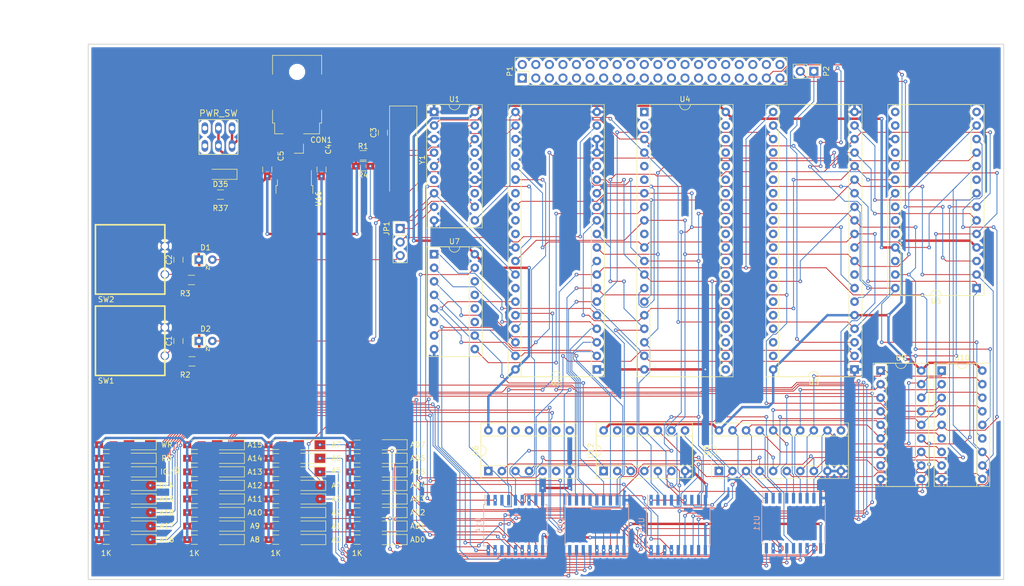
<source format=kicad_pcb>
(kicad_pcb (version 4) (host pcbnew 4.0.3-stable)
  (layers (0 F.Cu signal) (31 B.Cu signal) (34 B.Paste user) (35 F.Paste user) (36 B.SilkS user) (37 F.SilkS user) (38 B.Mask user) (39 F.Mask user) (44 Edge.Cuts user))
  (net 0 "")
  (net 1 "Net-(C1-Pad1)")
  (net 2 GND)
  (net 3 "Net-(C2-Pad1)")
  (net 4 "Net-(C3-Pad1)")
  (net 5 "Net-(C3-Pad2)")
  (net 6 /P_IN)
  (net 7 +5V)
  (net 8 +12V)
  (net 9 "Net-(D1-Pad2)")
  (net 10 "Net-(D2-Pad2)")
  (net 11 "Net-(D3-Pad1)")
  (net 12 "Net-(D3-Pad2)")
  (net 13 "Net-(D4-Pad1)")
  (net 14 "Net-(D4-Pad2)")
  (net 15 "Net-(D5-Pad1)")
  (net 16 "Net-(D5-Pad2)")
  (net 17 "Net-(D6-Pad1)")
  (net 18 "Net-(D6-Pad2)")
  (net 19 "Net-(D7-Pad1)")
  (net 20 "Net-(D7-Pad2)")
  (net 21 "Net-(D8-Pad1)")
  (net 22 "Net-(D8-Pad2)")
  (net 23 "Net-(D9-Pad1)")
  (net 24 "Net-(D9-Pad2)")
  (net 25 "Net-(D10-Pad1)")
  (net 26 "Net-(D10-Pad2)")
  (net 27 "Net-(D11-Pad1)")
  (net 28 "Net-(D11-Pad2)")
  (net 29 "Net-(D12-Pad1)")
  (net 30 "Net-(D12-Pad2)")
  (net 31 "Net-(D13-Pad1)")
  (net 32 "Net-(D13-Pad2)")
  (net 33 "Net-(D14-Pad1)")
  (net 34 "Net-(D14-Pad2)")
  (net 35 "Net-(D15-Pad1)")
  (net 36 "Net-(D15-Pad2)")
  (net 37 "Net-(D16-Pad1)")
  (net 38 "Net-(D16-Pad2)")
  (net 39 "Net-(D17-Pad1)")
  (net 40 "Net-(D17-Pad2)")
  (net 41 "Net-(D18-Pad1)")
  (net 42 "Net-(D18-Pad2)")
  (net 43 "Net-(D19-Pad1)")
  (net 44 "Net-(D19-Pad2)")
  (net 45 "Net-(D20-Pad1)")
  (net 46 "Net-(D20-Pad2)")
  (net 47 "Net-(D21-Pad1)")
  (net 48 "Net-(D21-Pad2)")
  (net 49 "Net-(D22-Pad1)")
  (net 50 "Net-(D22-Pad2)")
  (net 51 "Net-(D23-Pad1)")
  (net 52 "Net-(D23-Pad2)")
  (net 53 "Net-(D24-Pad1)")
  (net 54 "Net-(D24-Pad2)")
  (net 55 "Net-(D25-Pad1)")
  (net 56 "Net-(D25-Pad2)")
  (net 57 "Net-(D26-Pad1)")
  (net 58 "Net-(D26-Pad2)")
  (net 59 "Net-(D27-Pad1)")
  (net 60 "Net-(D27-Pad2)")
  (net 61 "Net-(D28-Pad1)")
  (net 62 "Net-(D28-Pad2)")
  (net 63 "Net-(D29-Pad1)")
  (net 64 "Net-(D29-Pad2)")
  (net 65 "Net-(D30-Pad1)")
  (net 66 "Net-(D30-Pad2)")
  (net 67 "Net-(D31-Pad1)")
  (net 68 "Net-(D31-Pad2)")
  (net 69 "Net-(D32-Pad1)")
  (net 70 "Net-(D32-Pad2)")
  (net 71 "Net-(D33-Pad1)")
  (net 72 "Net-(D33-Pad2)")
  (net 73 "Net-(D34-Pad1)")
  (net 74 "Net-(D34-Pad2)")
  (net 75 "Net-(D35-Pad2)")
  (net 76 "Net-(JP1-Pad1)")
  (net 77 "Net-(JP1-Pad2)")
  (net 78 /4PC0)
  (net 79 /4PC2)
  (net 80 /4PC1)
  (net 81 /4PC3)
  (net 82 /3PA0)
  (net 83 /4PC4)
  (net 84 /3PA1)
  (net 85 /4PC5)
  (net 86 /3PA2)
  (net 87 /4PA0)
  (net 88 /3PA3)
  (net 89 /4PA1)
  (net 90 /3PA4)
  (net 91 /4PA2)
  (net 92 /3PA5)
  (net 93 /4PA3)
  (net 94 /3PA6)
  (net 95 /4PA4)
  (net 96 /3PA7)
  (net 97 /4PA5)
  (net 98 /3PB0)
  (net 99 /4PA6)
  (net 100 /3PB1)
  (net 101 /4PA7)
  (net 102 /3PB2)
  (net 103 /4PB0)
  (net 104 /3PB3)
  (net 105 /4PB1)
  (net 106 /3PB4)
  (net 107 /4PB2)
  (net 108 /3PB5)
  (net 109 /4PB3)
  (net 110 /3PB6)
  (net 111 /4PB4)
  (net 112 /3PB7)
  (net 113 /4PB5)
  (net 114 "Net-(P1-Pad37)")
  (net 115 /4PB6)
  (net 116 "Net-(P1-Pad39)")
  (net 117 /4PB7)
  (net 118 8755-CLK)
  (net 119 8755-READY)
  (net 120 "Net-(R1-Pad2)")
  (net 121 "Net-(R4-Pad1)")
  (net 122 "Net-(U1-Pad10)")
  (net 123 "Net-(U1-Pad2)")
  (net 124 "Net-(U1-Pad12)")
  (net 125 "Net-(U1-Pad5)")
  (net 126 "Net-(U1-Pad14)")
  (net 127 "Net-(U1-Pad6)")
  (net 128 "Net-(U1-Pad15)")
  (net 129 "Net-(U1-Pad16)")
  (net 130 /A14)
  (net 131 /A13)
  (net 132 /A12)
  (net 133 "Net-(U2-Pad24)")
  (net 134 /A11)
  (net 135 "Net-(U2-Pad25)")
  (net 136 /A10)
  (net 137 /~DEN)
  (net 138 /A9)
  (net 139 "Net-(U2-Pad27)")
  (net 140 /A8)
  (net 141 /IO/~M)
  (net 142 /AD7)
  (net 143 /~WR)
  (net 144 /AD6)
  (net 145 "Net-(U2-Pad30)")
  (net 146 /AD5)
  (net 147 /AD4)
  (net 148 /~RD)
  (net 149 /AD3)
  (net 150 /AD2)
  (net 151 "Net-(U2-Pad34)")
  (net 152 /AD1)
  (net 153 /A19)
  (net 154 /AD0)
  (net 155 /A18)
  (net 156 /A17)
  (net 157 /A16)
  (net 158 /A15)
  (net 159 "Net-(U3-Pad2)")
  (net 160 "Net-(U4-Pad6)")
  (net 161 "Net-(U4-Pad8)")
  (net 162 "Net-(U5-Pad16)")
  (net 163 "Net-(U5-Pad18)")
  (net 164 "Net-(U5-Pad22)")
  (net 165 "Net-(U5-Pad23)")
  (net 166 "Net-(U5-Pad24)")
  (net 167 "Net-(U5-Pad11)")
  (net 168 /A0)
  (net 169 "Net-(U5-Pad14)")
  (net 170 "Net-(U12-Pad2)")
  (net 171 "Net-(U6-Pad5)")
  (net 172 "Net-(U12-Pad1)")
  (net 173 "Net-(U7-Pad11)")
  (net 174 "Net-(U7-Pad12)")
  (net 175 "Net-(U7-Pad13)")
  (net 176 "Net-(U7-Pad14)")
  (net 177 /A7)
  (net 178 /A6)
  (net 179 /A5)
  (net 180 /A4)
  (net 181 /A3)
  (net 182 /A2)
  (net 183 /A1)
  (net 184 "Net-(U12-Pad8)")
  (net 185 "Net-(U12-Pad10)")
  (net 186 "Net-(U12-Pad4)")
  (net 187 "Net-(U12-Pad6)")
  (net 188 "Net-(U10-Pad8)")
  (module Capacitors_SMD:C_0805_HandSoldering (layer F.Cu) (at 121.031 78.486 90)
    (fp_text reference C1 (at 0 -1.75 90) (layer F.SilkS))
    (fp_text value 1uF)
    (pad 1 smd rect (at -1.25 0 90) (size 1.5 1.25) (layers F.Cu F.Paste F.Mask) (net 1 "Net-(C1-Pad1)"))
    (pad 2 smd rect (at 1.25 0 90) (size 1.5 1.25) (layers F.Cu F.Paste F.Mask) (net 2 GND))
  )
  (module Capacitors_SMD:C_0805_HandSoldering (layer F.Cu) (at 121.031 63.266 90)
    (fp_text reference C2 (at 0 -1.75 90) (layer F.SilkS))
    (fp_text value 1uF)
    (pad 1 smd rect (at -1.25 0 90) (size 1.5 1.25) (layers F.Cu F.Paste F.Mask) (net 3 "Net-(C2-Pad1)"))
    (pad 2 smd rect (at 1.25 0 90) (size 1.5 1.25) (layers F.Cu F.Paste F.Mask) (net 2 GND))
  )
  (module Capacitors_SMD:C_0805_HandSoldering (layer F.Cu) (at 159.319367 39.447747 90)
    (fp_text reference C3 (at 0 -1.75 90) (layer F.SilkS))
    (fp_text value 5pF)
    (pad 1 smd rect (at -1.25 0 90) (size 1.5 1.25) (layers F.Cu F.Paste F.Mask) (net 4 "Net-(C3-Pad1)"))
    (pad 2 smd rect (at 1.25 0 90) (size 1.5 1.25) (layers F.Cu F.Paste F.Mask) (net 5 "Net-(C3-Pad2)"))
  )
  (module Capacitors_SMD:C_0805_HandSoldering (layer F.Cu) (at 147.828 46.355 90)
    (fp_text reference C4 (at 3.81 1.27 90) (layer F.SilkS))
    (fp_text value 1uF)
    (pad 1 smd rect (at -1.25 0 90) (size 1.5 1.25) (layers F.Cu F.Paste F.Mask) (net 6 /P_IN))
    (pad 2 smd rect (at 1.25 0 90) (size 1.5 1.25) (layers F.Cu F.Paste F.Mask) (net 2 GND))
  )
  (module Capacitors_SMD:C_0805_HandSoldering (layer F.Cu) (at 137.668 46.355 90)
    (fp_text reference C5 (at 2.54 2.54 90) (layer F.SilkS))
    (fp_text value 100nF)
    (pad 1 smd rect (at -1.25 0 90) (size 1.5 1.25) (layers F.Cu F.Paste F.Mask) (net 7 +5V))
    (pad 2 smd rect (at 1.25 0 90) (size 1.5 1.25) (layers F.Cu F.Paste F.Mask) (net 2 GND))
  )
  (module Connect:Barrel_Jack_CUI_PJ-036AH-SMT (layer F.Cu) (at 143.256 35.052 180)
    (fp_text reference CON1 (at -4.5 -5.75 180) (layer F.SilkS))
    (fp_text value BARREL_JACK)
    (pad 1 smd rect (at 0.7 -5.8 180) (size 3.3 4.4) (layers F.Cu F.Paste F.Mask) (net 8 +12V))
    (pad 2 smd rect (at -6.45 3.2 180) (size 3.9 6.2) (layers F.Cu F.Paste F.Mask) (net 2 GND))
    (pad 3 smd rect (at 6.45 3.2 180) (size 3.9 6.2) (layers F.Cu F.Paste F.Mask) (net 2 GND))
    (pad "" np_thru_hole circle (at 0 7 180) (size 2 2) (drill 2) (layers *.Cu *.Mask))
  )
  (module Diodes_ThroughHole:D_DO-35_SOD27_P2.54mm_Vertical_AnodeUp (layer F.Cu) (at 124.841 63.246)
    (fp_text reference D1 (at 1.27 -2.266371) (layer F.SilkS))
    (fp_text value 1N914 hide)
    (pad 1 thru_hole rect (at 0 0) (size 1.6 1.6) (drill 0.8) (layers *.Cu *.Mask) (net 7 +5V))
    (pad 2 thru_hole oval (at 2.54 0) (size 1.6 1.6) (drill 0.8) (layers *.Cu *.Mask) (net 9 "Net-(D1-Pad2)"))
  )
  (module Diodes_ThroughHole:D_DO-35_SOD27_P2.54mm_Vertical_AnodeUp (layer F.Cu) (at 124.841 78.486)
    (fp_text reference D2 (at 1.27 -2.266371) (layer F.SilkS))
    (fp_text value 1N914 hide)
    (pad 1 thru_hole rect (at 0 0) (size 1.6 1.6) (drill 0.8) (layers *.Cu *.Mask) (net 7 +5V))
    (pad 2 thru_hole oval (at 2.54 0) (size 1.6 1.6) (drill 0.8) (layers *.Cu *.Mask) (net 10 "Net-(D2-Pad2)"))
  )
  (module LEDs:LED_1206_HandSoldering (layer F.Cu) (at 145.526516 115.720424 180)
    (fp_text reference A0 (at -5.08 0 180) (layer F.SilkS))
    (fp_text value A0 hide)
    (pad 1 smd rect (at -2 0 180) (size 2 1.7) (layers F.Cu F.Paste F.Mask) (net 11 "Net-(D3-Pad1)"))
    (pad 2 smd rect (at 2 0 180) (size 2 1.7) (layers F.Cu F.Paste F.Mask) (net 12 "Net-(D3-Pad2)"))
  )
  (module LEDs:LED_1206_HandSoldering (layer F.Cu) (at 130.286516 115.720424 180)
    (fp_text reference A8 (at -5.08 0 180) (layer F.SilkS))
    (fp_text value A8 hide)
    (pad 1 smd rect (at -2 0 180) (size 2 1.7) (layers F.Cu F.Paste F.Mask) (net 13 "Net-(D4-Pad1)"))
    (pad 2 smd rect (at 2 0 180) (size 2 1.7) (layers F.Cu F.Paste F.Mask) (net 14 "Net-(D4-Pad2)"))
  )
  (module LEDs:LED_1206_HandSoldering (layer F.Cu) (at 145.526516 113.180424 180)
    (fp_text reference A1 (at -5.08 0 180) (layer F.SilkS))
    (fp_text value A1 hide)
    (pad 1 smd rect (at -2 0 180) (size 2 1.7) (layers F.Cu F.Paste F.Mask) (net 15 "Net-(D5-Pad1)"))
    (pad 2 smd rect (at 2 0 180) (size 2 1.7) (layers F.Cu F.Paste F.Mask) (net 16 "Net-(D5-Pad2)"))
  )
  (module LEDs:LED_1206_HandSoldering (layer F.Cu) (at 130.286516 113.180424 180)
    (fp_text reference A9 (at -5.08 0 180) (layer F.SilkS))
    (fp_text value A9 hide)
    (pad 1 smd rect (at -2 0 180) (size 2 1.7) (layers F.Cu F.Paste F.Mask) (net 17 "Net-(D6-Pad1)"))
    (pad 2 smd rect (at 2 0 180) (size 2 1.7) (layers F.Cu F.Paste F.Mask) (net 18 "Net-(D6-Pad2)"))
  )
  (module LEDs:LED_1206_HandSoldering (layer F.Cu) (at 145.526516 110.640424 180)
    (fp_text reference A2 (at -5.08 0 180) (layer F.SilkS))
    (fp_text value A2 hide)
    (pad 1 smd rect (at -2 0 180) (size 2 1.7) (layers F.Cu F.Paste F.Mask) (net 19 "Net-(D7-Pad1)"))
    (pad 2 smd rect (at 2 0 180) (size 2 1.7) (layers F.Cu F.Paste F.Mask) (net 20 "Net-(D7-Pad2)"))
  )
  (module LEDs:LED_1206_HandSoldering (layer F.Cu) (at 130.286516 110.640424 180)
    (fp_text reference A10 (at -5.08 0 180) (layer F.SilkS))
    (fp_text value A10 hide)
    (pad 1 smd rect (at -2 0 180) (size 2 1.7) (layers F.Cu F.Paste F.Mask) (net 21 "Net-(D8-Pad1)"))
    (pad 2 smd rect (at 2 0 180) (size 2 1.7) (layers F.Cu F.Paste F.Mask) (net 22 "Net-(D8-Pad2)"))
  )
  (module LEDs:LED_1206_HandSoldering (layer F.Cu) (at 145.526516 108.100424 180)
    (fp_text reference A3 (at -5.08 0 180) (layer F.SilkS))
    (fp_text value A3 hide)
    (pad 1 smd rect (at -2 0 180) (size 2 1.7) (layers F.Cu F.Paste F.Mask) (net 23 "Net-(D9-Pad1)"))
    (pad 2 smd rect (at 2 0 180) (size 2 1.7) (layers F.Cu F.Paste F.Mask) (net 24 "Net-(D9-Pad2)"))
  )
  (module LEDs:LED_1206_HandSoldering (layer F.Cu) (at 130.286516 108.100424 180)
    (fp_text reference A11 (at -5.08 0 180) (layer F.SilkS))
    (fp_text value A11 hide)
    (pad 1 smd rect (at -2 0 180) (size 2 1.7) (layers F.Cu F.Paste F.Mask) (net 25 "Net-(D10-Pad1)"))
    (pad 2 smd rect (at 2 0 180) (size 2 1.7) (layers F.Cu F.Paste F.Mask) (net 26 "Net-(D10-Pad2)"))
  )
  (module LEDs:LED_1206_HandSoldering (layer F.Cu) (at 145.526516 105.560424 180)
    (fp_text reference A4 (at -5.08 0 180) (layer F.SilkS))
    (fp_text value A4 hide)
    (pad 1 smd rect (at -2 0 180) (size 2 1.7) (layers F.Cu F.Paste F.Mask) (net 27 "Net-(D11-Pad1)"))
    (pad 2 smd rect (at 2 0 180) (size 2 1.7) (layers F.Cu F.Paste F.Mask) (net 28 "Net-(D11-Pad2)"))
  )
  (module LEDs:LED_1206_HandSoldering (layer F.Cu) (at 130.286516 105.560424 180)
    (fp_text reference A12 (at -5.08 0 180) (layer F.SilkS))
    (fp_text value A12 hide)
    (pad 1 smd rect (at -2 0 180) (size 2 1.7) (layers F.Cu F.Paste F.Mask) (net 29 "Net-(D12-Pad1)"))
    (pad 2 smd rect (at 2 0 180) (size 2 1.7) (layers F.Cu F.Paste F.Mask) (net 30 "Net-(D12-Pad2)"))
  )
  (module LEDs:LED_1206_HandSoldering (layer F.Cu) (at 145.526516 103.020424 180)
    (fp_text reference A5 (at -5.065001 0.245 180) (layer F.SilkS))
    (fp_text value A5 hide)
    (pad 1 smd rect (at -2 0 180) (size 2 1.7) (layers F.Cu F.Paste F.Mask) (net 31 "Net-(D13-Pad1)"))
    (pad 2 smd rect (at 2 0 180) (size 2 1.7) (layers F.Cu F.Paste F.Mask) (net 32 "Net-(D13-Pad2)"))
  )
  (module LEDs:LED_1206_HandSoldering (layer F.Cu) (at 130.286516 103.020424 180)
    (fp_text reference A13 (at -5.08 0 180) (layer F.SilkS))
    (fp_text value A13 hide)
    (pad 1 smd rect (at -2 0 180) (size 2 1.7) (layers F.Cu F.Paste F.Mask) (net 33 "Net-(D14-Pad1)"))
    (pad 2 smd rect (at 2 0 180) (size 2 1.7) (layers F.Cu F.Paste F.Mask) (net 34 "Net-(D14-Pad2)"))
  )
  (module LEDs:LED_1206_HandSoldering (layer F.Cu) (at 145.526516 100.480424 180)
    (fp_text reference A6 (at -5.08 0 180) (layer F.SilkS))
    (fp_text value A6 hide)
    (pad 1 smd rect (at -2 0 180) (size 2 1.7) (layers F.Cu F.Paste F.Mask) (net 35 "Net-(D15-Pad1)"))
    (pad 2 smd rect (at 2 0 180) (size 2 1.7) (layers F.Cu F.Paste F.Mask) (net 36 "Net-(D15-Pad2)"))
  )
  (module LEDs:LED_1206_HandSoldering (layer F.Cu) (at 130.286516 100.480424 180)
    (fp_text reference A14 (at -5.08 0 180) (layer F.SilkS))
    (fp_text value A14 hide)
    (pad 1 smd rect (at -2 0 180) (size 2 1.7) (layers F.Cu F.Paste F.Mask) (net 37 "Net-(D16-Pad1)"))
    (pad 2 smd rect (at 2 0 180) (size 2 1.7) (layers F.Cu F.Paste F.Mask) (net 38 "Net-(D16-Pad2)"))
  )
  (module LEDs:LED_1206_HandSoldering (layer F.Cu) (at 145.526516 97.940424 180)
    (fp_text reference A7 (at -5.08 0 180) (layer F.SilkS))
    (fp_text value A7 hide)
    (pad 1 smd rect (at -2 0 180) (size 2 1.7) (layers F.Cu F.Paste F.Mask) (net 39 "Net-(D17-Pad1)"))
    (pad 2 smd rect (at 2 0 180) (size 2 1.7) (layers F.Cu F.Paste F.Mask) (net 40 "Net-(D17-Pad2)"))
  )
  (module LEDs:LED_1206_HandSoldering (layer F.Cu) (at 130.286516 97.940424 180)
    (fp_text reference A15 (at -5.08 0 180) (layer F.SilkS))
    (fp_text value A15 hide)
    (pad 1 smd rect (at -2 0 180) (size 2 1.7) (layers F.Cu F.Paste F.Mask) (net 41 "Net-(D18-Pad1)"))
    (pad 2 smd rect (at 2 0 180) (size 2 1.7) (layers F.Cu F.Paste F.Mask) (net 42 "Net-(D18-Pad2)"))
  )
  (module LEDs:LED_1206_HandSoldering (layer F.Cu) (at 113.776516 115.720424 180)
    (fp_text reference A16 (at -5.08 0 180) (layer F.SilkS))
    (fp_text value A16 hide)
    (pad 1 smd rect (at -2 0 180) (size 2 1.7) (layers F.Cu F.Paste F.Mask) (net 43 "Net-(D19-Pad1)"))
    (pad 2 smd rect (at 2 0 180) (size 2 1.7) (layers F.Cu F.Paste F.Mask) (net 44 "Net-(D19-Pad2)"))
  )
  (module LEDs:LED_1206_HandSoldering (layer F.Cu) (at 160.766516 105.560424 180)
    (fp_text reference AD4 (at -5.08 0 180) (layer F.SilkS))
    (fp_text value AD4 hide)
    (pad 1 smd rect (at -2 0 180) (size 2 1.7) (layers F.Cu F.Paste F.Mask) (net 45 "Net-(D20-Pad1)"))
    (pad 2 smd rect (at 2 0 180) (size 2 1.7) (layers F.Cu F.Paste F.Mask) (net 46 "Net-(D20-Pad2)"))
  )
  (module LEDs:LED_1206_HandSoldering (layer F.Cu) (at 113.776516 113.180424 180)
    (fp_text reference A17 (at -5.08 0 180) (layer F.SilkS))
    (fp_text value A17 hide)
    (pad 1 smd rect (at -2 0 180) (size 2 1.7) (layers F.Cu F.Paste F.Mask) (net 47 "Net-(D21-Pad1)"))
    (pad 2 smd rect (at 2 0 180) (size 2 1.7) (layers F.Cu F.Paste F.Mask) (net 48 "Net-(D21-Pad2)"))
  )
  (module LEDs:LED_1206_HandSoldering (layer F.Cu) (at 160.766516 103.020424 180)
    (fp_text reference AD5 (at -5.08 0 180) (layer F.SilkS))
    (fp_text value AD5 hide)
    (pad 1 smd rect (at -2 0 180) (size 2 1.7) (layers F.Cu F.Paste F.Mask) (net 49 "Net-(D22-Pad1)"))
    (pad 2 smd rect (at 2 0 180) (size 2 1.7) (layers F.Cu F.Paste F.Mask) (net 50 "Net-(D22-Pad2)"))
  )
  (module LEDs:LED_1206_HandSoldering (layer F.Cu) (at 113.776516 110.640424 180)
    (fp_text reference A18 (at -5.08 0 180) (layer F.SilkS))
    (fp_text value A18 hide)
    (pad 1 smd rect (at -2 0 180) (size 2 1.7) (layers F.Cu F.Paste F.Mask) (net 51 "Net-(D23-Pad1)"))
    (pad 2 smd rect (at 2 0 180) (size 2 1.7) (layers F.Cu F.Paste F.Mask) (net 52 "Net-(D23-Pad2)"))
  )
  (module LEDs:LED_1206_HandSoldering (layer F.Cu) (at 160.766516 100.480424 180)
    (fp_text reference AD6 (at -5.08 0 180) (layer F.SilkS))
    (fp_text value AD6 hide)
    (pad 1 smd rect (at -2 0 180) (size 2 1.7) (layers F.Cu F.Paste F.Mask) (net 53 "Net-(D24-Pad1)"))
    (pad 2 smd rect (at 2 0 180) (size 2 1.7) (layers F.Cu F.Paste F.Mask) (net 54 "Net-(D24-Pad2)"))
  )
  (module LEDs:LED_1206_HandSoldering (layer F.Cu) (at 113.776516 108.100424 180)
    (fp_text reference A19 (at -5.08 0 180) (layer F.SilkS))
    (fp_text value A19 hide)
    (pad 1 smd rect (at -2 0 180) (size 2 1.7) (layers F.Cu F.Paste F.Mask) (net 55 "Net-(D25-Pad1)"))
    (pad 2 smd rect (at 2 0 180) (size 2 1.7) (layers F.Cu F.Paste F.Mask) (net 56 "Net-(D25-Pad2)"))
  )
  (module LEDs:LED_1206_HandSoldering (layer F.Cu) (at 160.766516 97.940424 180)
    (fp_text reference AD7 (at -5.08 0 180) (layer F.SilkS))
    (fp_text value AD7 hide)
    (pad 1 smd rect (at -2 0 180) (size 2 1.7) (layers F.Cu F.Paste F.Mask) (net 57 "Net-(D26-Pad1)"))
    (pad 2 smd rect (at 2 0 180) (size 2 1.7) (layers F.Cu F.Paste F.Mask) (net 58 "Net-(D26-Pad2)"))
  )
  (module LEDs:LED_1206_HandSoldering (layer F.Cu) (at 113.776516 105.560424 180)
    (fp_text reference DEN (at -5.08 0 180) (layer F.SilkS))
    (fp_text value DEN hide)
    (pad 1 smd rect (at -2 0 180) (size 2 1.7) (layers F.Cu F.Paste F.Mask) (net 59 "Net-(D27-Pad1)"))
    (pad 2 smd rect (at 2 0 180) (size 2 1.7) (layers F.Cu F.Paste F.Mask) (net 60 "Net-(D27-Pad2)"))
  )
  (module LEDs:LED_1206_HandSoldering (layer F.Cu) (at 113.776516 103.020424 180)
    (fp_text reference IO/~M (at -5.715 0 180) (layer F.SilkS))
    (fp_text value IO/~M hide)
    (pad 1 smd rect (at -2 0 180) (size 2 1.7) (layers F.Cu F.Paste F.Mask) (net 61 "Net-(D28-Pad1)"))
    (pad 2 smd rect (at 2 0 180) (size 2 1.7) (layers F.Cu F.Paste F.Mask) (net 62 "Net-(D28-Pad2)"))
  )
  (module LEDs:LED_1206_HandSoldering (layer F.Cu) (at 113.776516 100.480424 180)
    (fp_text reference RD (at -5.08 0 180) (layer F.SilkS))
    (fp_text value RD hide)
    (pad 1 smd rect (at -2 0 180) (size 2 1.7) (layers F.Cu F.Paste F.Mask) (net 63 "Net-(D29-Pad1)"))
    (pad 2 smd rect (at 2 0 180) (size 2 1.7) (layers F.Cu F.Paste F.Mask) (net 64 "Net-(D29-Pad2)"))
  )
  (module LEDs:LED_1206_HandSoldering (layer F.Cu) (at 113.776516 97.940424 180)
    (fp_text reference WR (at -5.08 0 180) (layer F.SilkS))
    (fp_text value WR hide)
    (pad 1 smd rect (at -2 0 180) (size 2 1.7) (layers F.Cu F.Paste F.Mask) (net 65 "Net-(D30-Pad1)"))
    (pad 2 smd rect (at 2 0 180) (size 2 1.7) (layers F.Cu F.Paste F.Mask) (net 66 "Net-(D30-Pad2)"))
  )
  (module LEDs:LED_1206_HandSoldering (layer F.Cu) (at 160.766516 115.720424 180)
    (fp_text reference AD0 (at -5.08 0 180) (layer F.SilkS))
    (fp_text value AD0 hide)
    (pad 1 smd rect (at -2 0 180) (size 2 1.7) (layers F.Cu F.Paste F.Mask) (net 67 "Net-(D31-Pad1)"))
    (pad 2 smd rect (at 2 0 180) (size 2 1.7) (layers F.Cu F.Paste F.Mask) (net 68 "Net-(D31-Pad2)"))
  )
  (module LEDs:LED_1206_HandSoldering (layer F.Cu) (at 160.766516 113.180424 180)
    (fp_text reference AD1 (at -5.08 0 180) (layer F.SilkS))
    (fp_text value AD1 hide)
    (pad 1 smd rect (at -2 0 180) (size 2 1.7) (layers F.Cu F.Paste F.Mask) (net 69 "Net-(D32-Pad1)"))
    (pad 2 smd rect (at 2 0 180) (size 2 1.7) (layers F.Cu F.Paste F.Mask) (net 70 "Net-(D32-Pad2)"))
  )
  (module LEDs:LED_1206_HandSoldering (layer F.Cu) (at 160.766516 110.640424 180)
    (fp_text reference AD2 (at -5.08 0 180) (layer F.SilkS))
    (fp_text value AD2 hide)
    (pad 1 smd rect (at -2 0 180) (size 2 1.7) (layers F.Cu F.Paste F.Mask) (net 71 "Net-(D33-Pad1)"))
    (pad 2 smd rect (at 2 0 180) (size 2 1.7) (layers F.Cu F.Paste F.Mask) (net 72 "Net-(D33-Pad2)"))
  )
  (module LEDs:LED_1206_HandSoldering (layer F.Cu) (at 160.766516 108.100424 180)
    (fp_text reference AD3 (at -5.08 0 180) (layer F.SilkS))
    (fp_text value AD3 hide)
    (pad 1 smd rect (at -2 0 180) (size 2 1.7) (layers F.Cu F.Paste F.Mask) (net 73 "Net-(D34-Pad1)"))
    (pad 2 smd rect (at 2 0 180) (size 2 1.7) (layers F.Cu F.Paste F.Mask) (net 74 "Net-(D34-Pad2)"))
  )
  (module LEDs:LED_1206_HandSoldering (layer F.Cu) (at 128.905 47.244 180)
    (fp_text reference D35 (at 0 -1.85 180) (layer F.SilkS))
    (fp_text value PWR)
    (pad 1 smd rect (at -2 0 180) (size 2 1.7) (layers F.Cu F.Paste F.Mask) (net 2 GND))
    (pad 2 smd rect (at 2 0 180) (size 2 1.7) (layers F.Cu F.Paste F.Mask) (net 75 "Net-(D35-Pad2)"))
  )
  (module Pin_Headers:Pin_Header_Straight_1x03_Pitch2.54mm (layer F.Cu) (at 162.56 57.404)
    (fp_text reference JP1 (at -2.54 0 90) (layer F.SilkS))
    (fp_text value CLK_SEL)
    (pad 1 thru_hole rect (at 0 0) (size 1.7 1.7) (drill 1) (layers *.Cu *.Mask) (net 76 "Net-(JP1-Pad1)"))
    (pad 2 thru_hole oval (at 0 2.54) (size 1.7 1.7) (drill 1) (layers *.Cu *.Mask) (net 77 "Net-(JP1-Pad2)"))
    (pad 3 thru_hole oval (at 0 5.08) (size 1.7 1.7) (drill 1) (layers *.Cu *.Mask) (net 9 "Net-(D1-Pad2)"))
  )
  (module Pin_Headers:Pin_Header_Straight_2x20_Pitch2.54mm (layer F.Cu) (at 185.42 29.21 90)
    (fp_text reference P1 (at 1.27 -2.33 90) (layer F.SilkS))
    (fp_text value CONN_02X20 hide)
    (pad 1 thru_hole rect (at 0 0 90) (size 1.7 1.7) (drill 1) (layers *.Cu *.Mask) (net 78 /4PC0))
    (pad 2 thru_hole oval (at 2.54 0 90) (size 1.7 1.7) (drill 1) (layers *.Cu *.Mask) (net 79 /4PC2))
    (pad 3 thru_hole oval (at 0 2.54 90) (size 1.7 1.7) (drill 1) (layers *.Cu *.Mask) (net 80 /4PC1))
    (pad 4 thru_hole oval (at 2.54 2.54 90) (size 1.7 1.7) (drill 1) (layers *.Cu *.Mask) (net 81 /4PC3))
    (pad 5 thru_hole oval (at 0 5.08 90) (size 1.7 1.7) (drill 1) (layers *.Cu *.Mask) (net 82 /3PA0))
    (pad 6 thru_hole oval (at 2.54 5.08 90) (size 1.7 1.7) (drill 1) (layers *.Cu *.Mask) (net 83 /4PC4))
    (pad 7 thru_hole oval (at 0 7.62 90) (size 1.7 1.7) (drill 1) (layers *.Cu *.Mask) (net 84 /3PA1))
    (pad 8 thru_hole oval (at 2.54 7.62 90) (size 1.7 1.7) (drill 1) (layers *.Cu *.Mask) (net 85 /4PC5))
    (pad 9 thru_hole oval (at 0 10.16 90) (size 1.7 1.7) (drill 1) (layers *.Cu *.Mask) (net 86 /3PA2))
    (pad 10 thru_hole oval (at 2.54 10.16 90) (size 1.7 1.7) (drill 1) (layers *.Cu *.Mask) (net 87 /4PA0))
    (pad 11 thru_hole oval (at 0 12.7 90) (size 1.7 1.7) (drill 1) (layers *.Cu *.Mask) (net 88 /3PA3))
    (pad 12 thru_hole oval (at 2.54 12.7 90) (size 1.7 1.7) (drill 1) (layers *.Cu *.Mask) (net 89 /4PA1))
    (pad 13 thru_hole oval (at 0 15.24 90) (size 1.7 1.7) (drill 1) (layers *.Cu *.Mask) (net 90 /3PA4))
    (pad 14 thru_hole oval (at 2.54 15.24 90) (size 1.7 1.7) (drill 1) (layers *.Cu *.Mask) (net 91 /4PA2))
    (pad 15 thru_hole oval (at 0 17.78 90) (size 1.7 1.7) (drill 1) (layers *.Cu *.Mask) (net 92 /3PA5))
    (pad 16 thru_hole oval (at 2.54 17.78 90) (size 1.7 1.7) (drill 1) (layers *.Cu *.Mask) (net 93 /4PA3))
    (pad 17 thru_hole oval (at 0 20.32 90) (size 1.7 1.7) (drill 1) (layers *.Cu *.Mask) (net 94 /3PA6))
    (pad 18 thru_hole oval (at 2.54 20.32 90) (size 1.7 1.7) (drill 1) (layers *.Cu *.Mask) (net 95 /4PA4))
    (pad 19 thru_hole oval (at 0 22.86 90) (size 1.7 1.7) (drill 1) (layers *.Cu *.Mask) (net 96 /3PA7))
    (pad 20 thru_hole oval (at 2.54 22.86 90) (size 1.7 1.7) (drill 1) (layers *.Cu *.Mask) (net 97 /4PA5))
    (pad 21 thru_hole oval (at 0 25.4 90) (size 1.7 1.7) (drill 1) (layers *.Cu *.Mask) (net 98 /3PB0))
    (pad 22 thru_hole oval (at 2.54 25.4 90) (size 1.7 1.7) (drill 1) (layers *.Cu *.Mask) (net 99 /4PA6))
    (pad 23 thru_hole oval (at 0 27.94 90) (size 1.7 1.7) (drill 1) (layers *.Cu *.Mask) (net 100 /3PB1))
    (pad 24 thru_hole oval (at 2.54 27.94 90) (size 1.7 1.7) (drill 1) (layers *.Cu *.Mask) (net 101 /4PA7))
    (pad 25 thru_hole oval (at 0 30.48 90) (size 1.7 1.7) (drill 1) (layers *.Cu *.Mask) (net 102 /3PB2))
    (pad 26 thru_hole oval (at 2.54 30.48 90) (size 1.7 1.7) (drill 1) (layers *.Cu *.Mask) (net 103 /4PB0))
    (pad 27 thru_hole oval (at 0 33.02 90) (size 1.7 1.7) (drill 1) (layers *.Cu *.Mask) (net 104 /3PB3))
    (pad 28 thru_hole oval (at 2.54 33.02 90) (size 1.7 1.7) (drill 1) (layers *.Cu *.Mask) (net 105 /4PB1))
    (pad 29 thru_hole oval (at 0 35.56 90) (size 1.7 1.7) (drill 1) (layers *.Cu *.Mask) (net 106 /3PB4))
    (pad 30 thru_hole oval (at 2.54 35.56 90) (size 1.7 1.7) (drill 1) (layers *.Cu *.Mask) (net 107 /4PB2))
    (pad 31 thru_hole oval (at 0 38.1 90) (size 1.7 1.7) (drill 1) (layers *.Cu *.Mask) (net 108 /3PB5))
    (pad 32 thru_hole oval (at 2.54 38.1 90) (size 1.7 1.7) (drill 1) (layers *.Cu *.Mask) (net 109 /4PB3))
    (pad 33 thru_hole oval (at 0 40.64 90) (size 1.7 1.7) (drill 1) (layers *.Cu *.Mask) (net 110 /3PB6))
    (pad 34 thru_hole oval (at 2.54 40.64 90) (size 1.7 1.7) (drill 1) (layers *.Cu *.Mask) (net 111 /4PB4))
    (pad 35 thru_hole oval (at 0 43.18 90) (size 1.7 1.7) (drill 1) (layers *.Cu *.Mask) (net 112 /3PB7))
    (pad 36 thru_hole oval (at 2.54 43.18 90) (size 1.7 1.7) (drill 1) (layers *.Cu *.Mask) (net 113 /4PB5))
    (pad 37 thru_hole oval (at 0 45.72 90) (size 1.7 1.7) (drill 1) (layers *.Cu *.Mask) (net 114 "Net-(P1-Pad37)"))
    (pad 38 thru_hole oval (at 2.54 45.72 90) (size 1.7 1.7) (drill 1) (layers *.Cu *.Mask) (net 115 /4PB6))
    (pad 39 thru_hole oval (at 0 48.26 90) (size 1.7 1.7) (drill 1) (layers *.Cu *.Mask) (net 116 "Net-(P1-Pad39)"))
    (pad 40 thru_hole oval (at 2.54 48.26 90) (size 1.7 1.7) (drill 1) (layers *.Cu *.Mask) (net 117 /4PB7))
  )
  (module Pin_Headers:Pin_Header_Straight_1x02_Pitch2.54mm (layer F.Cu) (at 240.03 27.94 270)
    (fp_text reference P2 (at 0 -2.33 270) (layer F.SilkS))
    (fp_text value CONN_01X02 hide)
    (pad 1 thru_hole rect (at 0 0 270) (size 1.7 1.7) (drill 1) (layers *.Cu *.Mask) (net 118 8755-CLK))
    (pad 2 thru_hole oval (at 0 2.54 270) (size 1.7 1.7) (drill 1) (layers *.Cu *.Mask) (net 119 8755-READY))
  )
  (module Resistors_SMD:R_0805_HandSoldering (layer F.Cu) (at 155.622 43.688)
    (fp_text reference R1 (at 0 -1.7) (layer F.SilkS))
    (fp_text value 7.5K hide)
    (pad 1 smd rect (at -1.35 0) (size 1.5 1.3) (layers F.Cu F.Paste F.Mask) (net 7 +5V))
    (pad 2 smd rect (at 1.35 0) (size 1.5 1.3) (layers F.Cu F.Paste F.Mask) (net 120 "Net-(R1-Pad2)"))
  )
  (module Resistors_SMD:R_0805_HandSoldering (layer F.Cu) (at 123.571 82.296)
    (fp_text reference R2 (at -1.27 2.54) (layer F.SilkS))
    (fp_text value 7.5K)
    (pad 1 smd rect (at -1.35 0) (size 1.5 1.3) (layers F.Cu F.Paste F.Mask) (net 1 "Net-(C1-Pad1)"))
    (pad 2 smd rect (at 1.35 0) (size 1.5 1.3) (layers F.Cu F.Paste F.Mask) (net 7 +5V))
  )
  (module Resistors_SMD:R_0805_HandSoldering (layer F.Cu) (at 123.491 67.056)
    (fp_text reference R3 (at -1.19 2.54) (layer F.SilkS))
    (fp_text value 7.5K)
    (pad 1 smd rect (at -1.35 0) (size 1.5 1.3) (layers F.Cu F.Paste F.Mask) (net 3 "Net-(C2-Pad1)"))
    (pad 2 smd rect (at 1.35 0) (size 1.5 1.3) (layers F.Cu F.Paste F.Mask) (net 7 +5V))
  )
  (module Resistors_SMD:R_0805_HandSoldering (layer F.Cu) (at 155.622 45.72 180)
    (fp_text reference R4 (at 0 -1.7 180) (layer F.SilkS))
    (fp_text value 7.5K hide)
    (pad 1 smd rect (at -1.35 0 180) (size 1.5 1.3) (layers F.Cu F.Paste F.Mask) (net 121 "Net-(R4-Pad1)"))
    (pad 2 smd rect (at 1.35 0 180) (size 1.5 1.3) (layers F.Cu F.Paste F.Mask) (net 7 +5V))
  )
  (module Resistors_SMD:R_0805_HandSoldering (layer F.Cu) (at 139.256516 115.720424)
    (fp_text reference 1K (at 0 2.54) (layer F.SilkS))
    (fp_text value 1K hide)
    (pad 1 smd rect (at -1.35 0) (size 1.5 1.3) (layers F.Cu F.Paste F.Mask) (net 6 /P_IN))
    (pad 2 smd rect (at 1.35 0) (size 1.5 1.3) (layers F.Cu F.Paste F.Mask) (net 12 "Net-(D3-Pad2)"))
  )
  (module Resistors_SMD:R_0805_HandSoldering (layer F.Cu) (at 124.016516 115.720424)
    (fp_text reference 1K (at 0 2.54) (layer F.SilkS))
    (fp_text value 1K hide)
    (pad 1 smd rect (at -1.35 0) (size 1.5 1.3) (layers F.Cu F.Paste F.Mask) (net 6 /P_IN))
    (pad 2 smd rect (at 1.35 0) (size 1.5 1.3) (layers F.Cu F.Paste F.Mask) (net 14 "Net-(D4-Pad2)"))
  )
  (module Resistors_SMD:R_0805_HandSoldering (layer F.Cu) (at 139.256516 113.180424)
    (fp_text reference R7 hide)
    (fp_text value 1K hide)
    (pad 1 smd rect (at -1.35 0) (size 1.5 1.3) (layers F.Cu F.Paste F.Mask) (net 6 /P_IN))
    (pad 2 smd rect (at 1.35 0) (size 1.5 1.3) (layers F.Cu F.Paste F.Mask) (net 16 "Net-(D5-Pad2)"))
  )
  (module Resistors_SMD:R_0805_HandSoldering (layer F.Cu) (at 124.016516 113.180424)
    (fp_text reference R8 hide)
    (fp_text value 1K hide)
    (pad 1 smd rect (at -1.35 0) (size 1.5 1.3) (layers F.Cu F.Paste F.Mask) (net 6 /P_IN))
    (pad 2 smd rect (at 1.35 0) (size 1.5 1.3) (layers F.Cu F.Paste F.Mask) (net 18 "Net-(D6-Pad2)"))
  )
  (module Resistors_SMD:R_0805_HandSoldering (layer F.Cu) (at 139.256516 110.640424)
    (fp_text reference R9 hide)
    (fp_text value 1K hide)
    (pad 1 smd rect (at -1.35 0) (size 1.5 1.3) (layers F.Cu F.Paste F.Mask) (net 6 /P_IN))
    (pad 2 smd rect (at 1.35 0) (size 1.5 1.3) (layers F.Cu F.Paste F.Mask) (net 20 "Net-(D7-Pad2)"))
  )
  (module Resistors_SMD:R_0805_HandSoldering (layer F.Cu) (at 124.016516 110.640424)
    (fp_text reference R10 hide)
    (fp_text value 1K hide)
    (pad 1 smd rect (at -1.35 0) (size 1.5 1.3) (layers F.Cu F.Paste F.Mask) (net 6 /P_IN))
    (pad 2 smd rect (at 1.35 0) (size 1.5 1.3) (layers F.Cu F.Paste F.Mask) (net 22 "Net-(D8-Pad2)"))
  )
  (module Resistors_SMD:R_0805_HandSoldering (layer F.Cu) (at 139.256516 108.100424)
    (fp_text reference R11 hide)
    (fp_text value 1K hide)
    (pad 1 smd rect (at -1.35 0) (size 1.5 1.3) (layers F.Cu F.Paste F.Mask) (net 6 /P_IN))
    (pad 2 smd rect (at 1.35 0) (size 1.5 1.3) (layers F.Cu F.Paste F.Mask) (net 24 "Net-(D9-Pad2)"))
  )
  (module Resistors_SMD:R_0805_HandSoldering (layer F.Cu) (at 124.016516 108.100424)
    (fp_text reference R12 hide)
    (fp_text value 1K hide)
    (pad 1 smd rect (at -1.35 0) (size 1.5 1.3) (layers F.Cu F.Paste F.Mask) (net 6 /P_IN))
    (pad 2 smd rect (at 1.35 0) (size 1.5 1.3) (layers F.Cu F.Paste F.Mask) (net 26 "Net-(D10-Pad2)"))
  )
  (module Resistors_SMD:R_0805_HandSoldering (layer F.Cu) (at 139.256516 105.560424)
    (fp_text reference R13 hide)
    (fp_text value 1K hide)
    (pad 1 smd rect (at -1.35 0) (size 1.5 1.3) (layers F.Cu F.Paste F.Mask) (net 6 /P_IN))
    (pad 2 smd rect (at 1.35 0) (size 1.5 1.3) (layers F.Cu F.Paste F.Mask) (net 28 "Net-(D11-Pad2)"))
  )
  (module Resistors_SMD:R_0805_HandSoldering (layer F.Cu) (at 124.016516 105.560424)
    (fp_text reference R14 hide)
    (fp_text value 1K hide)
    (pad 1 smd rect (at -1.35 0) (size 1.5 1.3) (layers F.Cu F.Paste F.Mask) (net 6 /P_IN))
    (pad 2 smd rect (at 1.35 0) (size 1.5 1.3) (layers F.Cu F.Paste F.Mask) (net 30 "Net-(D12-Pad2)"))
  )
  (module Resistors_SMD:R_0805_HandSoldering (layer F.Cu) (at 139.256516 103.020424)
    (fp_text reference R15 hide)
    (fp_text value 1K hide)
    (pad 1 smd rect (at -1.35 0) (size 1.5 1.3) (layers F.Cu F.Paste F.Mask) (net 6 /P_IN))
    (pad 2 smd rect (at 1.35 0) (size 1.5 1.3) (layers F.Cu F.Paste F.Mask) (net 32 "Net-(D13-Pad2)"))
  )
  (module Resistors_SMD:R_0805_HandSoldering (layer F.Cu) (at 124.016516 103.020424)
    (fp_text reference R16 hide)
    (fp_text value 1K hide)
    (pad 1 smd rect (at -1.35 0) (size 1.5 1.3) (layers F.Cu F.Paste F.Mask) (net 6 /P_IN))
    (pad 2 smd rect (at 1.35 0) (size 1.5 1.3) (layers F.Cu F.Paste F.Mask) (net 34 "Net-(D14-Pad2)"))
  )
  (module Resistors_SMD:R_0805_HandSoldering (layer F.Cu) (at 139.256516 100.480424)
    (fp_text reference R17 hide)
    (fp_text value 1K hide)
    (pad 1 smd rect (at -1.35 0) (size 1.5 1.3) (layers F.Cu F.Paste F.Mask) (net 6 /P_IN))
    (pad 2 smd rect (at 1.35 0) (size 1.5 1.3) (layers F.Cu F.Paste F.Mask) (net 36 "Net-(D15-Pad2)"))
  )
  (module Resistors_SMD:R_0805_HandSoldering (layer F.Cu) (at 124.016516 100.480424)
    (fp_text reference R18 hide)
    (fp_text value 1K hide)
    (pad 1 smd rect (at -1.35 0) (size 1.5 1.3) (layers F.Cu F.Paste F.Mask) (net 6 /P_IN))
    (pad 2 smd rect (at 1.35 0) (size 1.5 1.3) (layers F.Cu F.Paste F.Mask) (net 38 "Net-(D16-Pad2)"))
  )
  (module Resistors_SMD:R_0805_HandSoldering (layer F.Cu) (at 139.256516 97.940424)
    (fp_text reference R19 hide)
    (fp_text value 1K hide)
    (pad 1 smd rect (at -1.35 0) (size 1.5 1.3) (layers F.Cu F.Paste F.Mask) (net 6 /P_IN))
    (pad 2 smd rect (at 1.35 0) (size 1.5 1.3) (layers F.Cu F.Paste F.Mask) (net 40 "Net-(D17-Pad2)"))
  )
  (module Resistors_SMD:R_0805_HandSoldering (layer F.Cu) (at 124.016516 97.940424)
    (fp_text reference R20 hide)
    (fp_text value 1K hide)
    (pad 1 smd rect (at -1.35 0) (size 1.5 1.3) (layers F.Cu F.Paste F.Mask) (net 6 /P_IN))
    (pad 2 smd rect (at 1.35 0) (size 1.5 1.3) (layers F.Cu F.Paste F.Mask) (net 42 "Net-(D18-Pad2)"))
  )
  (module Resistors_SMD:R_0805_HandSoldering (layer F.Cu) (at 107.506516 115.720424)
    (fp_text reference 1K (at 0 2.54) (layer F.SilkS))
    (fp_text value 1K hide)
    (pad 1 smd rect (at -1.35 0) (size 1.5 1.3) (layers F.Cu F.Paste F.Mask) (net 6 /P_IN))
    (pad 2 smd rect (at 1.35 0) (size 1.5 1.3) (layers F.Cu F.Paste F.Mask) (net 44 "Net-(D19-Pad2)"))
  )
  (module Resistors_SMD:R_0805_HandSoldering (layer F.Cu) (at 154.496516 105.560424)
    (fp_text reference R22 hide)
    (fp_text value 1K hide)
    (pad 1 smd rect (at -1.35 0) (size 1.5 1.3) (layers F.Cu F.Paste F.Mask) (net 6 /P_IN))
    (pad 2 smd rect (at 1.35 0) (size 1.5 1.3) (layers F.Cu F.Paste F.Mask) (net 46 "Net-(D20-Pad2)"))
  )
  (module Resistors_SMD:R_0805_HandSoldering (layer F.Cu) (at 107.506516 113.180424)
    (fp_text reference R23 hide)
    (fp_text value 1K hide)
    (pad 1 smd rect (at -1.35 0) (size 1.5 1.3) (layers F.Cu F.Paste F.Mask) (net 6 /P_IN))
    (pad 2 smd rect (at 1.35 0) (size 1.5 1.3) (layers F.Cu F.Paste F.Mask) (net 48 "Net-(D21-Pad2)"))
  )
  (module Resistors_SMD:R_0805_HandSoldering (layer F.Cu) (at 154.496516 103.020424)
    (fp_text reference R24 hide)
    (fp_text value 1K hide)
    (pad 1 smd rect (at -1.35 0) (size 1.5 1.3) (layers F.Cu F.Paste F.Mask) (net 6 /P_IN))
    (pad 2 smd rect (at 1.35 0) (size 1.5 1.3) (layers F.Cu F.Paste F.Mask) (net 50 "Net-(D22-Pad2)"))
  )
  (module Resistors_SMD:R_0805_HandSoldering (layer F.Cu) (at 107.506516 110.640424)
    (fp_text reference R25 hide)
    (fp_text value 1K hide)
    (pad 1 smd rect (at -1.35 0) (size 1.5 1.3) (layers F.Cu F.Paste F.Mask) (net 6 /P_IN))
    (pad 2 smd rect (at 1.35 0) (size 1.5 1.3) (layers F.Cu F.Paste F.Mask) (net 52 "Net-(D23-Pad2)"))
  )
  (module Resistors_SMD:R_0805_HandSoldering (layer F.Cu) (at 154.496516 100.480424)
    (fp_text reference R26 hide)
    (fp_text value 1K hide)
    (pad 1 smd rect (at -1.35 0) (size 1.5 1.3) (layers F.Cu F.Paste F.Mask) (net 6 /P_IN))
    (pad 2 smd rect (at 1.35 0) (size 1.5 1.3) (layers F.Cu F.Paste F.Mask) (net 54 "Net-(D24-Pad2)"))
  )
  (module Resistors_SMD:R_0805_HandSoldering (layer F.Cu) (at 107.506516 108.100424)
    (fp_text reference R27 hide)
    (fp_text value 1K hide)
    (pad 1 smd rect (at -1.35 0) (size 1.5 1.3) (layers F.Cu F.Paste F.Mask) (net 6 /P_IN))
    (pad 2 smd rect (at 1.35 0) (size 1.5 1.3) (layers F.Cu F.Paste F.Mask) (net 56 "Net-(D25-Pad2)"))
  )
  (module Resistors_SMD:R_0805_HandSoldering (layer F.Cu) (at 154.496516 97.940424)
    (fp_text reference R28 hide)
    (fp_text value 1K hide)
    (pad 1 smd rect (at -1.35 0) (size 1.5 1.3) (layers F.Cu F.Paste F.Mask) (net 6 /P_IN))
    (pad 2 smd rect (at 1.35 0) (size 1.5 1.3) (layers F.Cu F.Paste F.Mask) (net 58 "Net-(D26-Pad2)"))
  )
  (module Resistors_SMD:R_0805_HandSoldering (layer F.Cu) (at 107.506516 105.560424)
    (fp_text reference R29 hide)
    (fp_text value 1K hide)
    (pad 1 smd rect (at -1.35 0) (size 1.5 1.3) (layers F.Cu F.Paste F.Mask) (net 6 /P_IN))
    (pad 2 smd rect (at 1.35 0) (size 1.5 1.3) (layers F.Cu F.Paste F.Mask) (net 60 "Net-(D27-Pad2)"))
  )
  (module Resistors_SMD:R_0805_HandSoldering (layer F.Cu) (at 107.506516 103.020424)
    (fp_text reference R30 hide)
    (fp_text value 1K hide)
    (pad 1 smd rect (at -1.35 0) (size 1.5 1.3) (layers F.Cu F.Paste F.Mask) (net 6 /P_IN))
    (pad 2 smd rect (at 1.35 0) (size 1.5 1.3) (layers F.Cu F.Paste F.Mask) (net 62 "Net-(D28-Pad2)"))
  )
  (module Resistors_SMD:R_0805_HandSoldering (layer F.Cu) (at 107.506516 100.480424)
    (fp_text reference R31 hide)
    (fp_text value 1K hide)
    (pad 1 smd rect (at -1.35 0) (size 1.5 1.3) (layers F.Cu F.Paste F.Mask) (net 6 /P_IN))
    (pad 2 smd rect (at 1.35 0) (size 1.5 1.3) (layers F.Cu F.Paste F.Mask) (net 64 "Net-(D29-Pad2)"))
  )
  (module Resistors_SMD:R_0805_HandSoldering (layer F.Cu) (at 107.506516 97.940424)
    (fp_text reference R32 hide)
    (fp_text value 1K hide)
    (pad 1 smd rect (at -1.35 0) (size 1.5 1.3) (layers F.Cu F.Paste F.Mask) (net 6 /P_IN))
    (pad 2 smd rect (at 1.35 0) (size 1.5 1.3) (layers F.Cu F.Paste F.Mask) (net 66 "Net-(D30-Pad2)"))
  )
  (module Resistors_SMD:R_0805_HandSoldering (layer F.Cu) (at 154.496516 115.720424)
    (fp_text reference 1K (at 0 2.54) (layer F.SilkS))
    (fp_text value 1K hide)
    (pad 1 smd rect (at -1.35 0) (size 1.5 1.3) (layers F.Cu F.Paste F.Mask) (net 6 /P_IN))
    (pad 2 smd rect (at 1.35 0) (size 1.5 1.3) (layers F.Cu F.Paste F.Mask) (net 68 "Net-(D31-Pad2)"))
  )
  (module Resistors_SMD:R_0805_HandSoldering (layer F.Cu) (at 154.496516 113.180424)
    (fp_text reference R34 hide)
    (fp_text value 1K hide)
    (pad 1 smd rect (at -1.35 0) (size 1.5 1.3) (layers F.Cu F.Paste F.Mask) (net 6 /P_IN))
    (pad 2 smd rect (at 1.35 0) (size 1.5 1.3) (layers F.Cu F.Paste F.Mask) (net 70 "Net-(D32-Pad2)"))
  )
  (module Resistors_SMD:R_0805_HandSoldering (layer F.Cu) (at 154.496516 110.640424)
    (fp_text reference R35 hide)
    (fp_text value 1K hide)
    (pad 1 smd rect (at -1.35 0) (size 1.5 1.3) (layers F.Cu F.Paste F.Mask) (net 6 /P_IN))
    (pad 2 smd rect (at 1.35 0) (size 1.5 1.3) (layers F.Cu F.Paste F.Mask) (net 72 "Net-(D33-Pad2)"))
  )
  (module Resistors_SMD:R_0805_HandSoldering (layer F.Cu) (at 154.496516 108.100424)
    (fp_text reference R36 hide)
    (fp_text value 1K hide)
    (pad 1 smd rect (at -1.35 0) (size 1.5 1.3) (layers F.Cu F.Paste F.Mask) (net 6 /P_IN))
    (pad 2 smd rect (at 1.35 0) (size 1.5 1.3) (layers F.Cu F.Paste F.Mask) (net 74 "Net-(D34-Pad2)"))
  )
  (module Resistors_SMD:R_0805_HandSoldering (layer F.Cu) (at 128.905 51.054)
    (fp_text reference R37 (at 0 2.54) (layer F.SilkS))
    (fp_text value 220)
    (pad 1 smd rect (at -1.35 0) (size 1.5 1.3) (layers F.Cu F.Paste F.Mask) (net 75 "Net-(D35-Pad2)"))
    (pad 2 smd rect (at 1.35 0) (size 1.5 1.3) (layers F.Cu F.Paste F.Mask) (net 7 +5V))
  )
  (module Library:PB2PIN (layer F.Cu) (at 113.411 78.486)
    (fp_text reference SW1 (at -5.92 7.46) (layer F.SilkS))
    (fp_text value STEP_CLK)
    (pad 2 thru_hole circle (at 5.08 2.76) (size 1.6 1.6) (drill 1.2) (layers *.Cu *.Mask) (net 1 "Net-(C1-Pad1)"))
    (pad 1 thru_hole circle (at 5.08 -2.54) (size 1.6 1.6) (drill 1.2) (layers *.Cu *.Mask) (net 2 GND))
  )
  (module Library:PB2PIN (layer F.Cu) (at 113.411 63.246)
    (fp_text reference SW2 (at -5.92 7.46) (layer F.SilkS))
    (fp_text value RESET)
    (pad 2 thru_hole circle (at 5.08 2.76) (size 1.6 1.6) (drill 1.2) (layers *.Cu *.Mask) (net 3 "Net-(C2-Pad1)"))
    (pad 1 thru_hole circle (at 5.08 -2.54) (size 1.6 1.6) (drill 1.2) (layers *.Cu *.Mask) (net 2 GND))
  )
  (module Library:SPST-SLIDE (layer F.Cu) (at 128.524 40.258 180)
    (fp_text reference PWR_SW (at 0 4.445 180) (layer F.SilkS) (effects (font (size 1.2 1.2))))
    (fp_text value PWR)
    (pad 6 thru_hole oval (at -2.54 -1.65 180) (size 1.2 2.2) (drill 0.9) (layers *.Cu *.Mask) (net 8 +12V))
    (pad 1 thru_hole oval (at -2.54 1.65 180) (size 1.2 2.2) (drill 0.9) (layers *.Cu *.Mask) (net 8 +12V))
    (pad 5 thru_hole oval (at 0 -1.65 180) (size 1.2 2.2) (drill 0.9) (layers *.Cu *.Mask) (net 6 /P_IN))
    (pad 2 thru_hole oval (at 0 1.65 180) (size 1.2 2.2) (drill 0.9) (layers *.Cu *.Mask) (net 6 /P_IN))
    (pad 4 thru_hole oval (at 2.54 -1.65 180) (size 1.2 2.2) (drill 0.9) (layers *.Cu *.Mask))
    (pad 3 thru_hole oval (at 2.54 1.65 180) (size 1.2 2.2) (drill 0.9) (layers *.Cu *.Mask))
  )
  (module Housings_DIP:DIP-18_W7.62mm_Socket (layer F.Cu) (at 168.91 35.56)
    (fp_text reference U1 (at 3.81 -2.39) (layer F.SilkS))
    (fp_text value 8284)
    (pad 1 thru_hole rect (at 0 0) (size 1.6 1.6) (drill 0.8) (layers *.Cu *.Mask) (net 2 GND))
    (pad 10 thru_hole oval (at 7.62 20.32) (size 1.6 1.6) (drill 0.8) (layers *.Cu *.Mask) (net 122 "Net-(U1-Pad10)"))
    (pad 2 thru_hole oval (at 0 2.54) (size 1.6 1.6) (drill 0.8) (layers *.Cu *.Mask) (net 123 "Net-(U1-Pad2)"))
    (pad 11 thru_hole oval (at 7.62 17.78) (size 1.6 1.6) (drill 0.8) (layers *.Cu *.Mask) (net 10 "Net-(D2-Pad2)"))
    (pad 3 thru_hole oval (at 0 5.08) (size 1.6 1.6) (drill 0.8) (layers *.Cu *.Mask) (net 2 GND))
    (pad 12 thru_hole oval (at 7.62 15.24) (size 1.6 1.6) (drill 0.8) (layers *.Cu *.Mask) (net 124 "Net-(U1-Pad12)"))
    (pad 4 thru_hole oval (at 0 7.62) (size 1.6 1.6) (drill 0.8) (layers *.Cu *.Mask) (net 120 "Net-(R1-Pad2)"))
    (pad 13 thru_hole oval (at 7.62 12.7) (size 1.6 1.6) (drill 0.8) (layers *.Cu *.Mask) (net 2 GND))
    (pad 5 thru_hole oval (at 0 10.16) (size 1.6 1.6) (drill 0.8) (layers *.Cu *.Mask) (net 125 "Net-(U1-Pad5)"))
    (pad 14 thru_hole oval (at 7.62 10.16) (size 1.6 1.6) (drill 0.8) (layers *.Cu *.Mask) (net 126 "Net-(U1-Pad14)"))
    (pad 6 thru_hole oval (at 0 12.7) (size 1.6 1.6) (drill 0.8) (layers *.Cu *.Mask) (net 127 "Net-(U1-Pad6)"))
    (pad 15 thru_hole oval (at 7.62 7.62) (size 1.6 1.6) (drill 0.8) (layers *.Cu *.Mask) (net 128 "Net-(U1-Pad15)"))
    (pad 7 thru_hole oval (at 0 15.24) (size 1.6 1.6) (drill 0.8) (layers *.Cu *.Mask) (net 121 "Net-(R4-Pad1)"))
    (pad 16 thru_hole oval (at 7.62 5.08) (size 1.6 1.6) (drill 0.8) (layers *.Cu *.Mask) (net 129 "Net-(U1-Pad16)"))
    (pad 8 thru_hole oval (at 0 17.78) (size 1.6 1.6) (drill 0.8) (layers *.Cu *.Mask) (net 76 "Net-(JP1-Pad1)"))
    (pad 17 thru_hole oval (at 7.62 2.54) (size 1.6 1.6) (drill 0.8) (layers *.Cu *.Mask) (net 4 "Net-(C3-Pad1)"))
    (pad 9 thru_hole oval (at 0 20.32) (size 1.6 1.6) (drill 0.8) (layers *.Cu *.Mask) (net 2 GND))
    (pad 18 thru_hole oval (at 7.62 0) (size 1.6 1.6) (drill 0.8) (layers *.Cu *.Mask) (net 7 +5V))
  )
  (module Housings_DIP:DIP-40_W15.24mm_Socket (layer F.Cu) (at 199.39 83.82 180)
    (fp_text reference U2 (at 7.62 -2.39 180) (layer F.SilkS))
    (fp_text value 8088)
    (pad 1 thru_hole rect (at 0 0 180) (size 1.6 1.6) (drill 0.8) (layers *.Cu *.Mask) (net 2 GND))
    (pad 21 thru_hole oval (at 15.24 48.26 180) (size 1.6 1.6) (drill 0.8) (layers *.Cu *.Mask) (net 122 "Net-(U1-Pad10)"))
    (pad 2 thru_hole oval (at 0 2.54 180) (size 1.6 1.6) (drill 0.8) (layers *.Cu *.Mask) (net 130 /A14))
    (pad 22 thru_hole oval (at 15.24 45.72 180) (size 1.6 1.6) (drill 0.8) (layers *.Cu *.Mask) (net 125 "Net-(U1-Pad5)"))
    (pad 3 thru_hole oval (at 0 5.08 180) (size 1.6 1.6) (drill 0.8) (layers *.Cu *.Mask) (net 131 /A13))
    (pad 23 thru_hole oval (at 15.24 43.18 180) (size 1.6 1.6) (drill 0.8) (layers *.Cu *.Mask) (net 2 GND))
    (pad 4 thru_hole oval (at 0 7.62 180) (size 1.6 1.6) (drill 0.8) (layers *.Cu *.Mask) (net 132 /A12))
    (pad 24 thru_hole oval (at 15.24 40.64 180) (size 1.6 1.6) (drill 0.8) (layers *.Cu *.Mask) (net 133 "Net-(U2-Pad24)"))
    (pad 5 thru_hole oval (at 0 10.16 180) (size 1.6 1.6) (drill 0.8) (layers *.Cu *.Mask) (net 134 /A11))
    (pad 25 thru_hole oval (at 15.24 38.1 180) (size 1.6 1.6) (drill 0.8) (layers *.Cu *.Mask) (net 135 "Net-(U2-Pad25)"))
    (pad 6 thru_hole oval (at 0 12.7 180) (size 1.6 1.6) (drill 0.8) (layers *.Cu *.Mask) (net 136 /A10))
    (pad 26 thru_hole oval (at 15.24 35.56 180) (size 1.6 1.6) (drill 0.8) (layers *.Cu *.Mask) (net 137 /~DEN))
    (pad 7 thru_hole oval (at 0 15.24 180) (size 1.6 1.6) (drill 0.8) (layers *.Cu *.Mask) (net 138 /A9))
    (pad 27 thru_hole oval (at 15.24 33.02 180) (size 1.6 1.6) (drill 0.8) (layers *.Cu *.Mask) (net 139 "Net-(U2-Pad27)"))
    (pad 8 thru_hole oval (at 0 17.78 180) (size 1.6 1.6) (drill 0.8) (layers *.Cu *.Mask) (net 140 /A8))
    (pad 28 thru_hole oval (at 15.24 30.48 180) (size 1.6 1.6) (drill 0.8) (layers *.Cu *.Mask) (net 141 /IO/~M))
    (pad 9 thru_hole oval (at 0 20.32 180) (size 1.6 1.6) (drill 0.8) (layers *.Cu *.Mask) (net 142 /AD7))
    (pad 29 thru_hole oval (at 15.24 27.94 180) (size 1.6 1.6) (drill 0.8) (layers *.Cu *.Mask) (net 143 /~WR))
    (pad 10 thru_hole oval (at 0 22.86 180) (size 1.6 1.6) (drill 0.8) (layers *.Cu *.Mask) (net 144 /AD6))
    (pad 30 thru_hole oval (at 15.24 25.4 180) (size 1.6 1.6) (drill 0.8) (layers *.Cu *.Mask) (net 145 "Net-(U2-Pad30)"))
    (pad 11 thru_hole oval (at 0 25.4 180) (size 1.6 1.6) (drill 0.8) (layers *.Cu *.Mask) (net 146 /AD5))
    (pad 31 thru_hole oval (at 15.24 22.86 180) (size 1.6 1.6) (drill 0.8) (layers *.Cu *.Mask) (net 2 GND))
    (pad 12 thru_hole oval (at 0 27.94 180) (size 1.6 1.6) (drill 0.8) (layers *.Cu *.Mask) (net 147 /AD4))
    (pad 32 thru_hole oval (at 15.24 20.32 180) (size 1.6 1.6) (drill 0.8) (layers *.Cu *.Mask) (net 148 /~RD))
    (pad 13 thru_hole oval (at 0 30.48 180) (size 1.6 1.6) (drill 0.8) (layers *.Cu *.Mask) (net 149 /AD3))
    (pad 33 thru_hole oval (at 15.24 17.78 180) (size 1.6 1.6) (drill 0.8) (layers *.Cu *.Mask) (net 121 "Net-(R4-Pad1)"))
    (pad 14 thru_hole oval (at 0 33.02 180) (size 1.6 1.6) (drill 0.8) (layers *.Cu *.Mask) (net 150 /AD2))
    (pad 34 thru_hole oval (at 15.24 15.24 180) (size 1.6 1.6) (drill 0.8) (layers *.Cu *.Mask) (net 151 "Net-(U2-Pad34)"))
    (pad 15 thru_hole oval (at 0 35.56 180) (size 1.6 1.6) (drill 0.8) (layers *.Cu *.Mask) (net 152 /AD1))
    (pad 35 thru_hole oval (at 15.24 12.7 180) (size 1.6 1.6) (drill 0.8) (layers *.Cu *.Mask) (net 153 /A19))
    (pad 16 thru_hole oval (at 0 38.1 180) (size 1.6 1.6) (drill 0.8) (layers *.Cu *.Mask) (net 154 /AD0))
    (pad 36 thru_hole oval (at 15.24 10.16 180) (size 1.6 1.6) (drill 0.8) (layers *.Cu *.Mask) (net 155 /A18))
    (pad 17 thru_hole oval (at 0 40.64 180) (size 1.6 1.6) (drill 0.8) (layers *.Cu *.Mask) (net 2 GND))
    (pad 37 thru_hole oval (at 15.24 7.62 180) (size 1.6 1.6) (drill 0.8) (layers *.Cu *.Mask) (net 156 /A17))
    (pad 18 thru_hole oval (at 0 43.18 180) (size 1.6 1.6) (drill 0.8) (layers *.Cu *.Mask) (net 2 GND))
    (pad 38 thru_hole oval (at 15.24 5.08 180) (size 1.6 1.6) (drill 0.8) (layers *.Cu *.Mask) (net 157 /A16))
    (pad 19 thru_hole oval (at 0 45.72 180) (size 1.6 1.6) (drill 0.8) (layers *.Cu *.Mask) (net 77 "Net-(JP1-Pad2)"))
    (pad 39 thru_hole oval (at 15.24 2.54 180) (size 1.6 1.6) (drill 0.8) (layers *.Cu *.Mask) (net 158 /A15))
    (pad 20 thru_hole oval (at 0 48.26 180) (size 1.6 1.6) (drill 0.8) (layers *.Cu *.Mask) (net 2 GND))
    (pad 40 thru_hole oval (at 15.24 0 180) (size 1.6 1.6) (drill 0.8) (layers *.Cu *.Mask) (net 7 +5V))
  )
  (module Housings_DIP:DIP-40_W15.24mm_Socket (layer F.Cu) (at 247.65 83.82 180)
    (fp_text reference U3 (at 7.62 -2.39 180) (layer F.SilkS))
    (fp_text value 8755A)
    (pad 1 thru_hole rect (at 0 0 180) (size 1.6 1.6) (drill 0.8) (layers *.Cu *.Mask) (net 2 GND))
    (pad 21 thru_hole oval (at 15.24 48.26 180) (size 1.6 1.6) (drill 0.8) (layers *.Cu *.Mask) (net 140 /A8))
    (pad 2 thru_hole oval (at 0 2.54 180) (size 1.6 1.6) (drill 0.8) (layers *.Cu *.Mask) (net 159 "Net-(U3-Pad2)"))
    (pad 22 thru_hole oval (at 15.24 45.72 180) (size 1.6 1.6) (drill 0.8) (layers *.Cu *.Mask) (net 138 /A9))
    (pad 3 thru_hole oval (at 0 5.08 180) (size 1.6 1.6) (drill 0.8) (layers *.Cu *.Mask) (net 118 8755-CLK))
    (pad 23 thru_hole oval (at 15.24 43.18 180) (size 1.6 1.6) (drill 0.8) (layers *.Cu *.Mask) (net 136 /A10))
    (pad 4 thru_hole oval (at 0 7.62 180) (size 1.6 1.6) (drill 0.8) (layers *.Cu *.Mask) (net 122 "Net-(U1-Pad10)"))
    (pad 24 thru_hole oval (at 15.24 40.64 180) (size 1.6 1.6) (drill 0.8) (layers *.Cu *.Mask) (net 82 /3PA0))
    (pad 5 thru_hole oval (at 0 10.16 180) (size 1.6 1.6) (drill 0.8) (layers *.Cu *.Mask) (net 7 +5V))
    (pad 25 thru_hole oval (at 15.24 38.1 180) (size 1.6 1.6) (drill 0.8) (layers *.Cu *.Mask) (net 84 /3PA1))
    (pad 6 thru_hole oval (at 0 12.7 180) (size 1.6 1.6) (drill 0.8) (layers *.Cu *.Mask) (net 119 8755-READY))
    (pad 26 thru_hole oval (at 15.24 35.56 180) (size 1.6 1.6) (drill 0.8) (layers *.Cu *.Mask) (net 86 /3PA2))
    (pad 7 thru_hole oval (at 0 15.24 180) (size 1.6 1.6) (drill 0.8) (layers *.Cu *.Mask) (net 141 /IO/~M))
    (pad 27 thru_hole oval (at 15.24 33.02 180) (size 1.6 1.6) (drill 0.8) (layers *.Cu *.Mask) (net 88 /3PA3))
    (pad 8 thru_hole oval (at 0 17.78 180) (size 1.6 1.6) (drill 0.8) (layers *.Cu *.Mask) (net 121 "Net-(R4-Pad1)"))
    (pad 28 thru_hole oval (at 15.24 30.48 180) (size 1.6 1.6) (drill 0.8) (layers *.Cu *.Mask) (net 90 /3PA4))
    (pad 9 thru_hole oval (at 0 20.32 180) (size 1.6 1.6) (drill 0.8) (layers *.Cu *.Mask) (net 148 /~RD))
    (pad 29 thru_hole oval (at 15.24 27.94 180) (size 1.6 1.6) (drill 0.8) (layers *.Cu *.Mask) (net 92 /3PA5))
    (pad 10 thru_hole oval (at 0 22.86 180) (size 1.6 1.6) (drill 0.8) (layers *.Cu *.Mask) (net 143 /~WR))
    (pad 30 thru_hole oval (at 15.24 25.4 180) (size 1.6 1.6) (drill 0.8) (layers *.Cu *.Mask) (net 94 /3PA6))
    (pad 11 thru_hole oval (at 0 25.4 180) (size 1.6 1.6) (drill 0.8) (layers *.Cu *.Mask) (net 135 "Net-(U2-Pad25)"))
    (pad 31 thru_hole oval (at 15.24 22.86 180) (size 1.6 1.6) (drill 0.8) (layers *.Cu *.Mask) (net 96 /3PA7))
    (pad 12 thru_hole oval (at 0 27.94 180) (size 1.6 1.6) (drill 0.8) (layers *.Cu *.Mask) (net 154 /AD0))
    (pad 32 thru_hole oval (at 15.24 20.32 180) (size 1.6 1.6) (drill 0.8) (layers *.Cu *.Mask) (net 98 /3PB0))
    (pad 13 thru_hole oval (at 0 30.48 180) (size 1.6 1.6) (drill 0.8) (layers *.Cu *.Mask) (net 152 /AD1))
    (pad 33 thru_hole oval (at 15.24 17.78 180) (size 1.6 1.6) (drill 0.8) (layers *.Cu *.Mask) (net 100 /3PB1))
    (pad 14 thru_hole oval (at 0 33.02 180) (size 1.6 1.6) (drill 0.8) (layers *.Cu *.Mask) (net 150 /AD2))
    (pad 34 thru_hole oval (at 15.24 15.24 180) (size 1.6 1.6) (drill 0.8) (layers *.Cu *.Mask) (net 102 /3PB2))
    (pad 15 thru_hole oval (at 0 35.56 180) (size 1.6 1.6) (drill 0.8) (layers *.Cu *.Mask) (net 149 /AD3))
    (pad 35 thru_hole oval (at 15.24 12.7 180) (size 1.6 1.6) (drill 0.8) (layers *.Cu *.Mask) (net 104 /3PB3))
    (pad 16 thru_hole oval (at 0 38.1 180) (size 1.6 1.6) (drill 0.8) (layers *.Cu *.Mask) (net 147 /AD4))
    (pad 36 thru_hole oval (at 15.24 10.16 180) (size 1.6 1.6) (drill 0.8) (layers *.Cu *.Mask) (net 106 /3PB4))
    (pad 17 thru_hole oval (at 0 40.64 180) (size 1.6 1.6) (drill 0.8) (layers *.Cu *.Mask) (net 146 /AD5))
    (pad 37 thru_hole oval (at 15.24 7.62 180) (size 1.6 1.6) (drill 0.8) (layers *.Cu *.Mask) (net 108 /3PB5))
    (pad 18 thru_hole oval (at 0 43.18 180) (size 1.6 1.6) (drill 0.8) (layers *.Cu *.Mask) (net 144 /AD6))
    (pad 38 thru_hole oval (at 15.24 5.08 180) (size 1.6 1.6) (drill 0.8) (layers *.Cu *.Mask) (net 110 /3PB6))
    (pad 19 thru_hole oval (at 0 45.72 180) (size 1.6 1.6) (drill 0.8) (layers *.Cu *.Mask) (net 142 /AD7))
    (pad 39 thru_hole oval (at 15.24 2.54 180) (size 1.6 1.6) (drill 0.8) (layers *.Cu *.Mask) (net 112 /3PB7))
    (pad 20 thru_hole oval (at 0 48.26 180) (size 1.6 1.6) (drill 0.8) (layers *.Cu *.Mask) (net 2 GND))
    (pad 40 thru_hole oval (at 15.24 0 180) (size 1.6 1.6) (drill 0.8) (layers *.Cu *.Mask) (net 7 +5V))
  )
  (module Housings_DIP:DIP-40_W15.24mm_Socket (layer F.Cu) (at 208.28 35.56)
    (fp_text reference U4 (at 7.62 -2.39) (layer F.SilkS))
    (fp_text value 8155)
    (pad 1 thru_hole rect (at 0 0) (size 1.6 1.6) (drill 0.8) (layers *.Cu *.Mask) (net 81 /4PC3))
    (pad 21 thru_hole oval (at 15.24 48.26) (size 1.6 1.6) (drill 0.8) (layers *.Cu *.Mask) (net 87 /4PA0))
    (pad 2 thru_hole oval (at 0 2.54) (size 1.6 1.6) (drill 0.8) (layers *.Cu *.Mask) (net 83 /4PC4))
    (pad 22 thru_hole oval (at 15.24 45.72) (size 1.6 1.6) (drill 0.8) (layers *.Cu *.Mask) (net 89 /4PA1))
    (pad 3 thru_hole oval (at 0 5.08) (size 1.6 1.6) (drill 0.8) (layers *.Cu *.Mask) (net 123 "Net-(U1-Pad2)"))
    (pad 23 thru_hole oval (at 15.24 43.18) (size 1.6 1.6) (drill 0.8) (layers *.Cu *.Mask) (net 91 /4PA2))
    (pad 4 thru_hole oval (at 0 7.62) (size 1.6 1.6) (drill 0.8) (layers *.Cu *.Mask) (net 122 "Net-(U1-Pad10)"))
    (pad 24 thru_hole oval (at 15.24 40.64) (size 1.6 1.6) (drill 0.8) (layers *.Cu *.Mask) (net 93 /4PA3))
    (pad 5 thru_hole oval (at 0 10.16) (size 1.6 1.6) (drill 0.8) (layers *.Cu *.Mask) (net 85 /4PC5))
    (pad 25 thru_hole oval (at 15.24 38.1) (size 1.6 1.6) (drill 0.8) (layers *.Cu *.Mask) (net 95 /4PA4))
    (pad 6 thru_hole oval (at 0 12.7) (size 1.6 1.6) (drill 0.8) (layers *.Cu *.Mask) (net 160 "Net-(U4-Pad6)"))
    (pad 26 thru_hole oval (at 15.24 35.56) (size 1.6 1.6) (drill 0.8) (layers *.Cu *.Mask) (net 97 /4PA5))
    (pad 7 thru_hole oval (at 0 15.24) (size 1.6 1.6) (drill 0.8) (layers *.Cu *.Mask) (net 141 /IO/~M))
    (pad 27 thru_hole oval (at 15.24 33.02) (size 1.6 1.6) (drill 0.8) (layers *.Cu *.Mask) (net 99 /4PA6))
    (pad 8 thru_hole oval (at 0 17.78) (size 1.6 1.6) (drill 0.8) (layers *.Cu *.Mask) (net 161 "Net-(U4-Pad8)"))
    (pad 28 thru_hole oval (at 15.24 30.48) (size 1.6 1.6) (drill 0.8) (layers *.Cu *.Mask) (net 101 /4PA7))
    (pad 9 thru_hole oval (at 0 20.32) (size 1.6 1.6) (drill 0.8) (layers *.Cu *.Mask) (net 148 /~RD))
    (pad 29 thru_hole oval (at 15.24 27.94) (size 1.6 1.6) (drill 0.8) (layers *.Cu *.Mask) (net 103 /4PB0))
    (pad 10 thru_hole oval (at 0 22.86) (size 1.6 1.6) (drill 0.8) (layers *.Cu *.Mask) (net 143 /~WR))
    (pad 30 thru_hole oval (at 15.24 25.4) (size 1.6 1.6) (drill 0.8) (layers *.Cu *.Mask) (net 105 /4PB1))
    (pad 11 thru_hole oval (at 0 25.4) (size 1.6 1.6) (drill 0.8) (layers *.Cu *.Mask) (net 135 "Net-(U2-Pad25)"))
    (pad 31 thru_hole oval (at 15.24 22.86) (size 1.6 1.6) (drill 0.8) (layers *.Cu *.Mask) (net 107 /4PB2))
    (pad 12 thru_hole oval (at 0 27.94) (size 1.6 1.6) (drill 0.8) (layers *.Cu *.Mask) (net 154 /AD0))
    (pad 32 thru_hole oval (at 15.24 20.32) (size 1.6 1.6) (drill 0.8) (layers *.Cu *.Mask) (net 109 /4PB3))
    (pad 13 thru_hole oval (at 0 30.48) (size 1.6 1.6) (drill 0.8) (layers *.Cu *.Mask) (net 152 /AD1))
    (pad 33 thru_hole oval (at 15.24 17.78) (size 1.6 1.6) (drill 0.8) (layers *.Cu *.Mask) (net 111 /4PB4))
    (pad 14 thru_hole oval (at 0 33.02) (size 1.6 1.6) (drill 0.8) (layers *.Cu *.Mask) (net 150 /AD2))
    (pad 34 thru_hole oval (at 15.24 15.24) (size 1.6 1.6) (drill 0.8) (layers *.Cu *.Mask) (net 113 /4PB5))
    (pad 15 thru_hole oval (at 0 35.56) (size 1.6 1.6) (drill 0.8) (layers *.Cu *.Mask) (net 149 /AD3))
    (pad 35 thru_hole oval (at 15.24 12.7) (size 1.6 1.6) (drill 0.8) (layers *.Cu *.Mask) (net 115 /4PB6))
    (pad 16 thru_hole oval (at 0 38.1) (size 1.6 1.6) (drill 0.8) (layers *.Cu *.Mask) (net 147 /AD4))
    (pad 36 thru_hole oval (at 15.24 10.16) (size 1.6 1.6) (drill 0.8) (layers *.Cu *.Mask) (net 117 /4PB7))
    (pad 17 thru_hole oval (at 0 40.64) (size 1.6 1.6) (drill 0.8) (layers *.Cu *.Mask) (net 146 /AD5))
    (pad 37 thru_hole oval (at 15.24 7.62) (size 1.6 1.6) (drill 0.8) (layers *.Cu *.Mask) (net 78 /4PC0))
    (pad 18 thru_hole oval (at 0 43.18) (size 1.6 1.6) (drill 0.8) (layers *.Cu *.Mask) (net 144 /AD6))
    (pad 38 thru_hole oval (at 15.24 5.08) (size 1.6 1.6) (drill 0.8) (layers *.Cu *.Mask) (net 80 /4PC1))
    (pad 19 thru_hole oval (at 0 45.72) (size 1.6 1.6) (drill 0.8) (layers *.Cu *.Mask) (net 142 /AD7))
    (pad 39 thru_hole oval (at 15.24 2.54) (size 1.6 1.6) (drill 0.8) (layers *.Cu *.Mask) (net 79 /4PC2))
    (pad 20 thru_hole oval (at 0 48.26) (size 1.6 1.6) (drill 0.8) (layers *.Cu *.Mask) (net 2 GND))
    (pad 40 thru_hole oval (at 15.24 0) (size 1.6 1.6) (drill 0.8) (layers *.Cu *.Mask) (net 7 +5V))
  )
  (module Housings_DIP:DIP-28_W15.24mm_Socket (layer F.Cu) (at 270.51 68.58 180)
    (fp_text reference U5 (at 7.62 -2.39 180) (layer F.SilkS))
    (fp_text value 8251A)
    (pad 1 thru_hole rect (at 0 0 180) (size 1.6 1.6) (drill 0.8) (layers *.Cu *.Mask) (net 150 /AD2))
    (pad 15 thru_hole oval (at 15.24 33.02 180) (size 1.6 1.6) (drill 0.8) (layers *.Cu *.Mask))
    (pad 2 thru_hole oval (at 0 2.54 180) (size 1.6 1.6) (drill 0.8) (layers *.Cu *.Mask) (net 149 /AD3))
    (pad 16 thru_hole oval (at 15.24 30.48 180) (size 1.6 1.6) (drill 0.8) (layers *.Cu *.Mask) (net 162 "Net-(U5-Pad16)"))
    (pad 3 thru_hole oval (at 0 5.08 180) (size 1.6 1.6) (drill 0.8) (layers *.Cu *.Mask) (net 116 "Net-(P1-Pad39)"))
    (pad 17 thru_hole oval (at 15.24 27.94 180) (size 1.6 1.6) (drill 0.8) (layers *.Cu *.Mask) (net 2 GND))
    (pad 4 thru_hole oval (at 0 7.62 180) (size 1.6 1.6) (drill 0.8) (layers *.Cu *.Mask) (net 2 GND))
    (pad 18 thru_hole oval (at 15.24 25.4 180) (size 1.6 1.6) (drill 0.8) (layers *.Cu *.Mask) (net 163 "Net-(U5-Pad18)"))
    (pad 5 thru_hole oval (at 0 10.16 180) (size 1.6 1.6) (drill 0.8) (layers *.Cu *.Mask) (net 147 /AD4))
    (pad 19 thru_hole oval (at 15.24 22.86 180) (size 1.6 1.6) (drill 0.8) (layers *.Cu *.Mask) (net 114 "Net-(P1-Pad37)"))
    (pad 6 thru_hole oval (at 0 12.7 180) (size 1.6 1.6) (drill 0.8) (layers *.Cu *.Mask) (net 146 /AD5))
    (pad 20 thru_hole oval (at 15.24 20.32 180) (size 1.6 1.6) (drill 0.8) (layers *.Cu *.Mask) (net 123 "Net-(U1-Pad2)"))
    (pad 7 thru_hole oval (at 0 15.24 180) (size 1.6 1.6) (drill 0.8) (layers *.Cu *.Mask) (net 144 /AD6))
    (pad 21 thru_hole oval (at 15.24 17.78 180) (size 1.6 1.6) (drill 0.8) (layers *.Cu *.Mask) (net 122 "Net-(U1-Pad10)"))
    (pad 8 thru_hole oval (at 0 17.78 180) (size 1.6 1.6) (drill 0.8) (layers *.Cu *.Mask) (net 142 /AD7))
    (pad 22 thru_hole oval (at 15.24 15.24 180) (size 1.6 1.6) (drill 0.8) (layers *.Cu *.Mask) (net 164 "Net-(U5-Pad22)"))
    (pad 9 thru_hole oval (at 0 20.32 180) (size 1.6 1.6) (drill 0.8) (layers *.Cu *.Mask) (net 160 "Net-(U4-Pad6)"))
    (pad 23 thru_hole oval (at 15.24 12.7 180) (size 1.6 1.6) (drill 0.8) (layers *.Cu *.Mask) (net 165 "Net-(U5-Pad23)"))
    (pad 10 thru_hole oval (at 0 22.86 180) (size 1.6 1.6) (drill 0.8) (layers *.Cu *.Mask) (net 143 /~WR))
    (pad 24 thru_hole oval (at 15.24 10.16 180) (size 1.6 1.6) (drill 0.8) (layers *.Cu *.Mask) (net 166 "Net-(U5-Pad24)"))
    (pad 11 thru_hole oval (at 0 25.4 180) (size 1.6 1.6) (drill 0.8) (layers *.Cu *.Mask) (net 167 "Net-(U5-Pad11)"))
    (pad 25 thru_hole oval (at 15.24 7.62 180) (size 1.6 1.6) (drill 0.8) (layers *.Cu *.Mask) (net 7 +5V))
    (pad 12 thru_hole oval (at 0 27.94 180) (size 1.6 1.6) (drill 0.8) (layers *.Cu *.Mask) (net 168 /A0))
    (pad 26 thru_hole oval (at 15.24 5.08 180) (size 1.6 1.6) (drill 0.8) (layers *.Cu *.Mask))
    (pad 13 thru_hole oval (at 0 30.48 180) (size 1.6 1.6) (drill 0.8) (layers *.Cu *.Mask) (net 148 /~RD))
    (pad 27 thru_hole oval (at 15.24 2.54 180) (size 1.6 1.6) (drill 0.8) (layers *.Cu *.Mask) (net 154 /AD0))
    (pad 14 thru_hole oval (at 0 33.02 180) (size 1.6 1.6) (drill 0.8) (layers *.Cu *.Mask) (net 169 "Net-(U5-Pad14)"))
    (pad 28 thru_hole oval (at 15.24 0 180) (size 1.6 1.6) (drill 0.8) (layers *.Cu *.Mask) (net 152 /AD1))
  )
  (module Housings_DIP:DIP-14_W7.62mm_Socket (layer F.Cu) (at 179.07 102.87 90)
    (fp_text reference U6 (at 3.81 -2.39 90) (layer F.SilkS))
    (fp_text value 74LS32)
    (pad 1 thru_hole rect (at 0 0 90) (size 1.6 1.6) (drill 0.8) (layers *.Cu *.Mask) (net 153 /A19))
    (pad 8 thru_hole oval (at 7.62 15.24 90) (size 1.6 1.6) (drill 0.8) (layers *.Cu *.Mask))
    (pad 2 thru_hole oval (at 0 2.54 90) (size 1.6 1.6) (drill 0.8) (layers *.Cu *.Mask) (net 170 "Net-(U12-Pad2)"))
    (pad 9 thru_hole oval (at 7.62 12.7 90) (size 1.6 1.6) (drill 0.8) (layers *.Cu *.Mask))
    (pad 3 thru_hole oval (at 0 5.08 90) (size 1.6 1.6) (drill 0.8) (layers *.Cu *.Mask) (net 159 "Net-(U3-Pad2)"))
    (pad 10 thru_hole oval (at 7.62 10.16 90) (size 1.6 1.6) (drill 0.8) (layers *.Cu *.Mask))
    (pad 4 thru_hole oval (at 0 7.62 90) (size 1.6 1.6) (drill 0.8) (layers *.Cu *.Mask) (net 137 /~DEN))
    (pad 11 thru_hole oval (at 7.62 7.62 90) (size 1.6 1.6) (drill 0.8) (layers *.Cu *.Mask))
    (pad 5 thru_hole oval (at 0 10.16 90) (size 1.6 1.6) (drill 0.8) (layers *.Cu *.Mask) (net 171 "Net-(U6-Pad5)"))
    (pad 12 thru_hole oval (at 7.62 5.08 90) (size 1.6 1.6) (drill 0.8) (layers *.Cu *.Mask))
    (pad 6 thru_hole oval (at 0 12.7 90) (size 1.6 1.6) (drill 0.8) (layers *.Cu *.Mask) (net 188 "Net-(U10-Pad8)"))
    (pad 13 thru_hole oval (at 7.62 2.54 90) (size 1.6 1.6) (drill 0.8) (layers *.Cu *.Mask))
    (pad 7 thru_hole oval (at 0 15.24 90) (size 1.6 1.6) (drill 0.8) (layers *.Cu *.Mask) (net 2 GND))
    (pad 14 thru_hole oval (at 7.62 0 90) (size 1.6 1.6) (drill 0.8) (layers *.Cu *.Mask) (net 7 +5V))
  )
  (module Housings_DIP:DIP-16_W7.62mm_Socket (layer F.Cu) (at 168.91 62.23)
    (fp_text reference U7 (at 3.81 -2.39) (layer F.SilkS))
    (fp_text value 74LS138)
    (pad 1 thru_hole rect (at 0 0) (size 1.6 1.6) (drill 0.8) (layers *.Cu *.Mask) (net 134 /A11))
    (pad 9 thru_hole oval (at 7.62 17.78) (size 1.6 1.6) (drill 0.8) (layers *.Cu *.Mask) (net 161 "Net-(U4-Pad8)"))
    (pad 2 thru_hole oval (at 0 2.54) (size 1.6 1.6) (drill 0.8) (layers *.Cu *.Mask) (net 132 /A12))
    (pad 10 thru_hole oval (at 7.62 15.24) (size 1.6 1.6) (drill 0.8) (layers *.Cu *.Mask) (net 172 "Net-(U12-Pad1)"))
    (pad 3 thru_hole oval (at 0 5.08) (size 1.6 1.6) (drill 0.8) (layers *.Cu *.Mask) (net 131 /A13))
    (pad 11 thru_hole oval (at 7.62 12.7) (size 1.6 1.6) (drill 0.8) (layers *.Cu *.Mask) (net 173 "Net-(U7-Pad11)"))
    (pad 4 thru_hole oval (at 0 7.62) (size 1.6 1.6) (drill 0.8) (layers *.Cu *.Mask) (net 158 /A15))
    (pad 12 thru_hole oval (at 7.62 10.16) (size 1.6 1.6) (drill 0.8) (layers *.Cu *.Mask) (net 174 "Net-(U7-Pad12)"))
    (pad 5 thru_hole oval (at 0 10.16) (size 1.6 1.6) (drill 0.8) (layers *.Cu *.Mask) (net 130 /A14))
    (pad 13 thru_hole oval (at 7.62 7.62) (size 1.6 1.6) (drill 0.8) (layers *.Cu *.Mask) (net 175 "Net-(U7-Pad13)"))
    (pad 6 thru_hole oval (at 0 12.7) (size 1.6 1.6) (drill 0.8) (layers *.Cu *.Mask) (net 121 "Net-(R4-Pad1)"))
    (pad 14 thru_hole oval (at 7.62 5.08) (size 1.6 1.6) (drill 0.8) (layers *.Cu *.Mask) (net 176 "Net-(U7-Pad14)"))
    (pad 7 thru_hole oval (at 0 15.24) (size 1.6 1.6) (drill 0.8) (layers *.Cu *.Mask) (net 167 "Net-(U5-Pad11)"))
    (pad 15 thru_hole oval (at 7.62 2.54) (size 1.6 1.6) (drill 0.8) (layers *.Cu *.Mask) (net 171 "Net-(U6-Pad5)"))
    (pad 8 thru_hole oval (at 0 17.78) (size 1.6 1.6) (drill 0.8) (layers *.Cu *.Mask) (net 2 GND))
    (pad 16 thru_hole oval (at 7.62 0) (size 1.6 1.6) (drill 0.8) (layers *.Cu *.Mask) (net 7 +5V))
  )
  (module Housings_DIP:DIP-20_W7.62mm_Socket (layer F.Cu) (at 222.25 102.87 90)
    (fp_text reference U8 (at 3.81 -2.39 90) (layer F.SilkS))
    (fp_text value 8282)
    (pad 1 thru_hole rect (at 0 0 90) (size 1.6 1.6) (drill 0.8) (layers *.Cu *.Mask) (net 154 /AD0))
    (pad 11 thru_hole oval (at 7.62 22.86 90) (size 1.6 1.6) (drill 0.8) (layers *.Cu *.Mask) (net 135 "Net-(U2-Pad25)"))
    (pad 2 thru_hole oval (at 0 2.54 90) (size 1.6 1.6) (drill 0.8) (layers *.Cu *.Mask) (net 152 /AD1))
    (pad 12 thru_hole oval (at 7.62 20.32 90) (size 1.6 1.6) (drill 0.8) (layers *.Cu *.Mask) (net 177 /A7))
    (pad 3 thru_hole oval (at 0 5.08 90) (size 1.6 1.6) (drill 0.8) (layers *.Cu *.Mask) (net 150 /AD2))
    (pad 13 thru_hole oval (at 7.62 17.78 90) (size 1.6 1.6) (drill 0.8) (layers *.Cu *.Mask) (net 178 /A6))
    (pad 4 thru_hole oval (at 0 7.62 90) (size 1.6 1.6) (drill 0.8) (layers *.Cu *.Mask) (net 149 /AD3))
    (pad 14 thru_hole oval (at 7.62 15.24 90) (size 1.6 1.6) (drill 0.8) (layers *.Cu *.Mask) (net 179 /A5))
    (pad 5 thru_hole oval (at 0 10.16 90) (size 1.6 1.6) (drill 0.8) (layers *.Cu *.Mask) (net 147 /AD4))
    (pad 15 thru_hole oval (at 7.62 12.7 90) (size 1.6 1.6) (drill 0.8) (layers *.Cu *.Mask) (net 180 /A4))
    (pad 6 thru_hole oval (at 0 12.7 90) (size 1.6 1.6) (drill 0.8) (layers *.Cu *.Mask) (net 146 /AD5))
    (pad 16 thru_hole oval (at 7.62 10.16 90) (size 1.6 1.6) (drill 0.8) (layers *.Cu *.Mask) (net 181 /A3))
    (pad 7 thru_hole oval (at 0 15.24 90) (size 1.6 1.6) (drill 0.8) (layers *.Cu *.Mask) (net 144 /AD6))
    (pad 17 thru_hole oval (at 7.62 7.62 90) (size 1.6 1.6) (drill 0.8) (layers *.Cu *.Mask) (net 182 /A2))
    (pad 8 thru_hole oval (at 0 17.78 90) (size 1.6 1.6) (drill 0.8) (layers *.Cu *.Mask) (net 142 /AD7))
    (pad 18 thru_hole oval (at 7.62 5.08 90) (size 1.6 1.6) (drill 0.8) (layers *.Cu *.Mask) (net 183 /A1))
    (pad 9 thru_hole oval (at 0 20.32 90) (size 1.6 1.6) (drill 0.8) (layers *.Cu *.Mask) (net 2 GND))
    (pad 19 thru_hole oval (at 7.62 2.54 90) (size 1.6 1.6) (drill 0.8) (layers *.Cu *.Mask) (net 168 /A0))
    (pad 10 thru_hole oval (at 0 22.86 90) (size 1.6 1.6) (drill 0.8) (layers *.Cu *.Mask) (net 2 GND))
    (pad 20 thru_hole oval (at 7.62 0 90) (size 1.6 1.6) (drill 0.8) (layers *.Cu *.Mask) (net 7 +5V))
  )
  (module Housings_DIP:DIP-18_W7.62mm_Socket (layer F.Cu) (at 252.529278 84.047228)
    (fp_text reference U9 (at 3.81 -2.39) (layer F.SilkS))
    (fp_text value 2114)
    (pad 1 thru_hole rect (at 0 0) (size 1.6 1.6) (drill 0.8) (layers *.Cu *.Mask) (net 178 /A6))
    (pad 10 thru_hole oval (at 7.62 20.32) (size 1.6 1.6) (drill 0.8) (layers *.Cu *.Mask) (net 143 /~WR))
    (pad 2 thru_hole oval (at 0 2.54) (size 1.6 1.6) (drill 0.8) (layers *.Cu *.Mask) (net 179 /A5))
    (pad 11 thru_hole oval (at 7.62 17.78) (size 1.6 1.6) (drill 0.8) (layers *.Cu *.Mask) (net 142 /AD7))
    (pad 3 thru_hole oval (at 0 5.08) (size 1.6 1.6) (drill 0.8) (layers *.Cu *.Mask) (net 180 /A4))
    (pad 12 thru_hole oval (at 7.62 15.24) (size 1.6 1.6) (drill 0.8) (layers *.Cu *.Mask) (net 144 /AD6))
    (pad 4 thru_hole oval (at 0 7.62) (size 1.6 1.6) (drill 0.8) (layers *.Cu *.Mask) (net 181 /A3))
    (pad 13 thru_hole oval (at 7.62 12.7) (size 1.6 1.6) (drill 0.8) (layers *.Cu *.Mask) (net 146 /AD5))
    (pad 5 thru_hole oval (at 0 10.16) (size 1.6 1.6) (drill 0.8) (layers *.Cu *.Mask) (net 168 /A0))
    (pad 14 thru_hole oval (at 7.62 10.16) (size 1.6 1.6) (drill 0.8) (layers *.Cu *.Mask) (net 147 /AD4))
    (pad 6 thru_hole oval (at 0 12.7) (size 1.6 1.6) (drill 0.8) (layers *.Cu *.Mask) (net 183 /A1))
    (pad 15 thru_hole oval (at 7.62 7.62) (size 1.6 1.6) (drill 0.8) (layers *.Cu *.Mask) (net 138 /A9))
    (pad 7 thru_hole oval (at 0 15.24) (size 1.6 1.6) (drill 0.8) (layers *.Cu *.Mask) (net 182 /A2))
    (pad 16 thru_hole oval (at 7.62 5.08) (size 1.6 1.6) (drill 0.8) (layers *.Cu *.Mask) (net 140 /A8))
    (pad 8 thru_hole oval (at 0 17.78) (size 1.6 1.6) (drill 0.8) (layers *.Cu *.Mask) (net 188 "Net-(U10-Pad8)"))
    (pad 17 thru_hole oval (at 7.62 2.54) (size 1.6 1.6) (drill 0.8) (layers *.Cu *.Mask) (net 177 /A7))
    (pad 9 thru_hole oval (at 0 20.32) (size 1.6 1.6) (drill 0.8) (layers *.Cu *.Mask) (net 2 GND))
    (pad 18 thru_hole oval (at 7.62 0) (size 1.6 1.6) (drill 0.8) (layers *.Cu *.Mask) (net 7 +5V))
  )
  (module Housings_DIP:DIP-18_W7.62mm_Socket (layer F.Cu) (at 263.959278 84.047228)
    (fp_text reference U10 (at 3.81 -2.39) (layer F.SilkS))
    (fp_text value 2114)
    (pad 1 thru_hole rect (at 0 0) (size 1.6 1.6) (drill 0.8) (layers *.Cu *.Mask) (net 178 /A6))
    (pad 10 thru_hole oval (at 7.62 20.32) (size 1.6 1.6) (drill 0.8) (layers *.Cu *.Mask) (net 143 /~WR))
    (pad 2 thru_hole oval (at 0 2.54) (size 1.6 1.6) (drill 0.8) (layers *.Cu *.Mask) (net 179 /A5))
    (pad 11 thru_hole oval (at 7.62 17.78) (size 1.6 1.6) (drill 0.8) (layers *.Cu *.Mask) (net 149 /AD3))
    (pad 3 thru_hole oval (at 0 5.08) (size 1.6 1.6) (drill 0.8) (layers *.Cu *.Mask) (net 180 /A4))
    (pad 12 thru_hole oval (at 7.62 15.24) (size 1.6 1.6) (drill 0.8) (layers *.Cu *.Mask) (net 150 /AD2))
    (pad 4 thru_hole oval (at 0 7.62) (size 1.6 1.6) (drill 0.8) (layers *.Cu *.Mask) (net 181 /A3))
    (pad 13 thru_hole oval (at 7.62 12.7) (size 1.6 1.6) (drill 0.8) (layers *.Cu *.Mask) (net 152 /AD1))
    (pad 5 thru_hole oval (at 0 10.16) (size 1.6 1.6) (drill 0.8) (layers *.Cu *.Mask) (net 168 /A0))
    (pad 14 thru_hole oval (at 7.62 10.16) (size 1.6 1.6) (drill 0.8) (layers *.Cu *.Mask) (net 154 /AD0))
    (pad 6 thru_hole oval (at 0 12.7) (size 1.6 1.6) (drill 0.8) (layers *.Cu *.Mask) (net 183 /A1))
    (pad 15 thru_hole oval (at 7.62 7.62) (size 1.6 1.6) (drill 0.8) (layers *.Cu *.Mask) (net 138 /A9))
    (pad 7 thru_hole oval (at 0 15.24) (size 1.6 1.6) (drill 0.8) (layers *.Cu *.Mask) (net 182 /A2))
    (pad 16 thru_hole oval (at 7.62 5.08) (size 1.6 1.6) (drill 0.8) (layers *.Cu *.Mask) (net 140 /A8))
    (pad 8 thru_hole oval (at 0 17.78) (size 1.6 1.6) (drill 0.8) (layers *.Cu *.Mask) (net 188 "Net-(U10-Pad8)"))
    (pad 17 thru_hole oval (at 7.62 2.54) (size 1.6 1.6) (drill 0.8) (layers *.Cu *.Mask) (net 177 /A7))
    (pad 9 thru_hole oval (at 0 20.32) (size 1.6 1.6) (drill 0.8) (layers *.Cu *.Mask) (net 2 GND))
    (pad 18 thru_hole oval (at 7.62 0) (size 1.6 1.6) (drill 0.8) (layers *.Cu *.Mask) (net 7 +5V))
  )
  (module Housings_SOIC:SOIC-18W_7.5x11.6mm_Pitch1.27mm (layer B.Cu) (at 236.22 112.65 270)
    (fp_text reference U11 (at 0 6.875 270) (layer B.SilkS) (effects (justify mirror)))
    (fp_text value ULN2803ADWR)
    (pad 1 smd rect (at -4.7 5.08 270) (size 2 0.6) (layers B.Cu B.Paste B.Mask) (net 168 /A0))
    (pad 2 smd rect (at -4.7 3.81 270) (size 2 0.6) (layers B.Cu B.Paste B.Mask) (net 183 /A1))
    (pad 3 smd rect (at -4.7 2.54 270) (size 2 0.6) (layers B.Cu B.Paste B.Mask) (net 182 /A2))
    (pad 4 smd rect (at -4.7 1.27 270) (size 2 0.6) (layers B.Cu B.Paste B.Mask) (net 181 /A3))
    (pad 5 smd rect (at -4.7 0 270) (size 2 0.6) (layers B.Cu B.Paste B.Mask) (net 180 /A4))
    (pad 6 smd rect (at -4.7 -1.27 270) (size 2 0.6) (layers B.Cu B.Paste B.Mask) (net 179 /A5))
    (pad 7 smd rect (at -4.7 -2.54 270) (size 2 0.6) (layers B.Cu B.Paste B.Mask) (net 178 /A6))
    (pad 8 smd rect (at -4.7 -3.81 270) (size 2 0.6) (layers B.Cu B.Paste B.Mask) (net 177 /A7))
    (pad 9 smd rect (at -4.7 -5.08 270) (size 2 0.6) (layers B.Cu B.Paste B.Mask) (net 2 GND))
    (pad 10 smd rect (at 4.7 -5.08 270) (size 2 0.6) (layers B.Cu B.Paste B.Mask) (net 6 /P_IN))
    (pad 11 smd rect (at 4.7 -3.81 270) (size 2 0.6) (layers B.Cu B.Paste B.Mask) (net 39 "Net-(D17-Pad1)"))
    (pad 12 smd rect (at 4.7 -2.54 270) (size 2 0.6) (layers B.Cu B.Paste B.Mask) (net 35 "Net-(D15-Pad1)"))
    (pad 13 smd rect (at 4.7 -1.27 270) (size 2 0.6) (layers B.Cu B.Paste B.Mask) (net 31 "Net-(D13-Pad1)"))
    (pad 14 smd rect (at 4.7 0 270) (size 2 0.6) (layers B.Cu B.Paste B.Mask) (net 27 "Net-(D11-Pad1)"))
    (pad 15 smd rect (at 4.7 1.27 270) (size 2 0.6) (layers B.Cu B.Paste B.Mask) (net 23 "Net-(D9-Pad1)"))
    (pad 16 smd rect (at 4.7 2.54 270) (size 2 0.6) (layers B.Cu B.Paste B.Mask) (net 19 "Net-(D7-Pad1)"))
    (pad 17 smd rect (at 4.7 3.81 270) (size 2 0.6) (layers B.Cu B.Paste B.Mask) (net 15 "Net-(D5-Pad1)"))
    (pad 18 smd rect (at 4.7 5.08 270) (size 2 0.6) (layers B.Cu B.Paste B.Mask) (net 11 "Net-(D3-Pad1)"))
  )
  (module Housings_DIP:DIP-14_W7.62mm_Socket (layer F.Cu) (at 200.66 102.87 90)
    (fp_text reference U12 (at 3.81 -2.39 90) (layer F.SilkS))
    (fp_text value 74LS14)
    (pad 1 thru_hole rect (at 0 0 90) (size 1.6 1.6) (drill 0.8) (layers *.Cu *.Mask) (net 172 "Net-(U12-Pad1)"))
    (pad 8 thru_hole oval (at 7.62 15.24 90) (size 1.6 1.6) (drill 0.8) (layers *.Cu *.Mask) (net 184 "Net-(U12-Pad8)"))
    (pad 2 thru_hole oval (at 0 2.54 90) (size 1.6 1.6) (drill 0.8) (layers *.Cu *.Mask) (net 170 "Net-(U12-Pad2)"))
    (pad 9 thru_hole oval (at 7.62 12.7 90) (size 1.6 1.6) (drill 0.8) (layers *.Cu *.Mask) (net 148 /~RD))
    (pad 3 thru_hole oval (at 0 5.08 90) (size 1.6 1.6) (drill 0.8) (layers *.Cu *.Mask) (net 137 /~DEN))
    (pad 10 thru_hole oval (at 7.62 10.16 90) (size 1.6 1.6) (drill 0.8) (layers *.Cu *.Mask) (net 185 "Net-(U12-Pad10)"))
    (pad 4 thru_hole oval (at 0 7.62 90) (size 1.6 1.6) (drill 0.8) (layers *.Cu *.Mask) (net 186 "Net-(U12-Pad4)"))
    (pad 11 thru_hole oval (at 7.62 7.62 90) (size 1.6 1.6) (drill 0.8) (layers *.Cu *.Mask) (net 143 /~WR))
    (pad 5 thru_hole oval (at 0 10.16 90) (size 1.6 1.6) (drill 0.8) (layers *.Cu *.Mask) (net 141 /IO/~M))
    (pad 12 thru_hole oval (at 7.62 5.08 90) (size 1.6 1.6) (drill 0.8) (layers *.Cu *.Mask))
    (pad 6 thru_hole oval (at 0 12.7 90) (size 1.6 1.6) (drill 0.8) (layers *.Cu *.Mask) (net 187 "Net-(U12-Pad6)"))
    (pad 13 thru_hole oval (at 7.62 2.54 90) (size 1.6 1.6) (drill 0.8) (layers *.Cu *.Mask))
    (pad 7 thru_hole oval (at 0 15.24 90) (size 1.6 1.6) (drill 0.8) (layers *.Cu *.Mask) (net 2 GND))
    (pad 14 thru_hole oval (at 7.62 0 90) (size 1.6 1.6) (drill 0.8) (layers *.Cu *.Mask) (net 7 +5V))
  )
  (module Housings_SOIC:SOIC-18W_7.5x11.6mm_Pitch1.27mm (layer B.Cu) (at 199.39 113.03 270)
    (fp_text reference U13 (at 0 6.875 270) (layer B.SilkS) (effects (justify mirror)))
    (fp_text value ULN2803ADWR)
    (pad 1 smd rect (at -4.7 5.08 270) (size 2 0.6) (layers B.Cu B.Paste B.Mask) (net 140 /A8))
    (pad 2 smd rect (at -4.7 3.81 270) (size 2 0.6) (layers B.Cu B.Paste B.Mask) (net 138 /A9))
    (pad 3 smd rect (at -4.7 2.54 270) (size 2 0.6) (layers B.Cu B.Paste B.Mask) (net 136 /A10))
    (pad 4 smd rect (at -4.7 1.27 270) (size 2 0.6) (layers B.Cu B.Paste B.Mask) (net 134 /A11))
    (pad 5 smd rect (at -4.7 0 270) (size 2 0.6) (layers B.Cu B.Paste B.Mask) (net 132 /A12))
    (pad 6 smd rect (at -4.7 -1.27 270) (size 2 0.6) (layers B.Cu B.Paste B.Mask) (net 131 /A13))
    (pad 7 smd rect (at -4.7 -2.54 270) (size 2 0.6) (layers B.Cu B.Paste B.Mask) (net 130 /A14))
    (pad 8 smd rect (at -4.7 -3.81 270) (size 2 0.6) (layers B.Cu B.Paste B.Mask) (net 158 /A15))
    (pad 9 smd rect (at -4.7 -5.08 270) (size 2 0.6) (layers B.Cu B.Paste B.Mask) (net 2 GND))
    (pad 10 smd rect (at 4.7 -5.08 270) (size 2 0.6) (layers B.Cu B.Paste B.Mask) (net 6 /P_IN))
    (pad 11 smd rect (at 4.7 -3.81 270) (size 2 0.6) (layers B.Cu B.Paste B.Mask) (net 41 "Net-(D18-Pad1)"))
    (pad 12 smd rect (at 4.7 -2.54 270) (size 2 0.6) (layers B.Cu B.Paste B.Mask) (net 37 "Net-(D16-Pad1)"))
    (pad 13 smd rect (at 4.7 -1.27 270) (size 2 0.6) (layers B.Cu B.Paste B.Mask) (net 33 "Net-(D14-Pad1)"))
    (pad 14 smd rect (at 4.7 0 270) (size 2 0.6) (layers B.Cu B.Paste B.Mask) (net 29 "Net-(D12-Pad1)"))
    (pad 15 smd rect (at 4.7 1.27 270) (size 2 0.6) (layers B.Cu B.Paste B.Mask) (net 25 "Net-(D10-Pad1)"))
    (pad 16 smd rect (at 4.7 2.54 270) (size 2 0.6) (layers B.Cu B.Paste B.Mask) (net 21 "Net-(D8-Pad1)"))
    (pad 17 smd rect (at 4.7 3.81 270) (size 2 0.6) (layers B.Cu B.Paste B.Mask) (net 17 "Net-(D6-Pad1)"))
    (pad 18 smd rect (at 4.7 5.08 270) (size 2 0.6) (layers B.Cu B.Paste B.Mask) (net 13 "Net-(D4-Pad1)"))
  )
  (module Housings_SOIC:SOIC-18W_7.5x11.6mm_Pitch1.27mm (layer B.Cu) (at 184.15 113.03 270)
    (fp_text reference U14 (at 0 6.875 270) (layer B.SilkS) (effects (justify mirror)))
    (fp_text value ULN2803ADWR)
    (pad 1 smd rect (at -4.7 5.08 270) (size 2 0.6) (layers B.Cu B.Paste B.Mask) (net 157 /A16))
    (pad 2 smd rect (at -4.7 3.81 270) (size 2 0.6) (layers B.Cu B.Paste B.Mask) (net 156 /A17))
    (pad 3 smd rect (at -4.7 2.54 270) (size 2 0.6) (layers B.Cu B.Paste B.Mask) (net 155 /A18))
    (pad 4 smd rect (at -4.7 1.27 270) (size 2 0.6) (layers B.Cu B.Paste B.Mask) (net 153 /A19))
    (pad 5 smd rect (at -4.7 0 270) (size 2 0.6) (layers B.Cu B.Paste B.Mask) (net 154 /AD0))
    (pad 6 smd rect (at -4.7 -1.27 270) (size 2 0.6) (layers B.Cu B.Paste B.Mask) (net 152 /AD1))
    (pad 7 smd rect (at -4.7 -2.54 270) (size 2 0.6) (layers B.Cu B.Paste B.Mask) (net 150 /AD2))
    (pad 8 smd rect (at -4.7 -3.81 270) (size 2 0.6) (layers B.Cu B.Paste B.Mask) (net 149 /AD3))
    (pad 9 smd rect (at -4.7 -5.08 270) (size 2 0.6) (layers B.Cu B.Paste B.Mask) (net 2 GND))
    (pad 10 smd rect (at 4.7 -5.08 270) (size 2 0.6) (layers B.Cu B.Paste B.Mask) (net 6 /P_IN))
    (pad 11 smd rect (at 4.7 -3.81 270) (size 2 0.6) (layers B.Cu B.Paste B.Mask) (net 73 "Net-(D34-Pad1)"))
    (pad 12 smd rect (at 4.7 -2.54 270) (size 2 0.6) (layers B.Cu B.Paste B.Mask) (net 71 "Net-(D33-Pad1)"))
    (pad 13 smd rect (at 4.7 -1.27 270) (size 2 0.6) (layers B.Cu B.Paste B.Mask) (net 69 "Net-(D32-Pad1)"))
    (pad 14 smd rect (at 4.7 0 270) (size 2 0.6) (layers B.Cu B.Paste B.Mask) (net 67 "Net-(D31-Pad1)"))
    (pad 15 smd rect (at 4.7 1.27 270) (size 2 0.6) (layers B.Cu B.Paste B.Mask) (net 55 "Net-(D25-Pad1)"))
    (pad 16 smd rect (at 4.7 2.54 270) (size 2 0.6) (layers B.Cu B.Paste B.Mask) (net 51 "Net-(D23-Pad1)"))
    (pad 17 smd rect (at 4.7 3.81 270) (size 2 0.6) (layers B.Cu B.Paste B.Mask) (net 47 "Net-(D21-Pad1)"))
    (pad 18 smd rect (at 4.7 5.08 270) (size 2 0.6) (layers B.Cu B.Paste B.Mask) (net 43 "Net-(D19-Pad1)"))
  )
  (module Housings_SOIC:SOIC-18W_7.5x11.6mm_Pitch1.27mm (layer B.Cu) (at 214.63 113.03 270)
    (fp_text reference U15 (at 0 6.875 270) (layer B.SilkS) (effects (justify mirror)))
    (fp_text value ULN2803ADWR)
    (pad 1 smd rect (at -4.7 5.08 270) (size 2 0.6) (layers B.Cu B.Paste B.Mask) (net 147 /AD4))
    (pad 2 smd rect (at -4.7 3.81 270) (size 2 0.6) (layers B.Cu B.Paste B.Mask) (net 146 /AD5))
    (pad 3 smd rect (at -4.7 2.54 270) (size 2 0.6) (layers B.Cu B.Paste B.Mask) (net 144 /AD6))
    (pad 4 smd rect (at -4.7 1.27 270) (size 2 0.6) (layers B.Cu B.Paste B.Mask) (net 142 /AD7))
    (pad 5 smd rect (at -4.7 0 270) (size 2 0.6) (layers B.Cu B.Paste B.Mask) (net 186 "Net-(U12-Pad4)"))
    (pad 6 smd rect (at -4.7 -1.27 270) (size 2 0.6) (layers B.Cu B.Paste B.Mask) (net 187 "Net-(U12-Pad6)"))
    (pad 7 smd rect (at -4.7 -2.54 270) (size 2 0.6) (layers B.Cu B.Paste B.Mask) (net 184 "Net-(U12-Pad8)"))
    (pad 8 smd rect (at -4.7 -3.81 270) (size 2 0.6) (layers B.Cu B.Paste B.Mask) (net 185 "Net-(U12-Pad10)"))
    (pad 9 smd rect (at -4.7 -5.08 270) (size 2 0.6) (layers B.Cu B.Paste B.Mask) (net 2 GND))
    (pad 10 smd rect (at 4.7 -5.08 270) (size 2 0.6) (layers B.Cu B.Paste B.Mask) (net 6 /P_IN))
    (pad 11 smd rect (at 4.7 -3.81 270) (size 2 0.6) (layers B.Cu B.Paste B.Mask) (net 65 "Net-(D30-Pad1)"))
    (pad 12 smd rect (at 4.7 -2.54 270) (size 2 0.6) (layers B.Cu B.Paste B.Mask) (net 63 "Net-(D29-Pad1)"))
    (pad 13 smd rect (at 4.7 -1.27 270) (size 2 0.6) (layers B.Cu B.Paste B.Mask) (net 61 "Net-(D28-Pad1)"))
    (pad 14 smd rect (at 4.7 0 270) (size 2 0.6) (layers B.Cu B.Paste B.Mask) (net 59 "Net-(D27-Pad1)"))
    (pad 15 smd rect (at 4.7 1.27 270) (size 2 0.6) (layers B.Cu B.Paste B.Mask) (net 57 "Net-(D26-Pad1)"))
    (pad 16 smd rect (at 4.7 2.54 270) (size 2 0.6) (layers B.Cu B.Paste B.Mask) (net 53 "Net-(D24-Pad1)"))
    (pad 17 smd rect (at 4.7 3.81 270) (size 2 0.6) (layers B.Cu B.Paste B.Mask) (net 49 "Net-(D22-Pad1)"))
    (pad 18 smd rect (at 4.7 5.08 270) (size 2 0.6) (layers B.Cu B.Paste B.Mask) (net 45 "Net-(D20-Pad1)"))
  )
  (module Crystals:Crystal_SMD_HC49-SD_HandSoldering (layer F.Cu) (at 163.129367 44.527747 270)
    (fp_text reference Y1 (at 0 -3.55 270) (layer F.SilkS))
    (fp_text value 12MHz)
    (pad 1 smd rect (at -5.9375 0 270) (size 7.875 2) (layers F.Cu F.Paste F.Mask) (net 5 "Net-(C3-Pad2)"))
    (pad 2 smd rect (at 5.9375 0 270) (size 7.875 2) (layers F.Cu F.Paste F.Mask) (net 129 "Net-(U1-Pad16)"))
  )
  (module TO_SOT_Packages_SMD:TO-252-3_TabPin2 (layer F.Cu) (at 142.748 51.825 270)
    (fp_text reference U16 (at 0 -4.5 270) (layer F.SilkS))
    (fp_text value 7805)
    (pad 1 smd rect (at -4.2 -2.28 270) (size 2.2 1.2) (layers F.Cu F.Paste F.Mask) (net 6 /P_IN))
    (pad 2 smd rect (at -4.2 0 270) (size 2.2 1.2) (layers F.Cu F.Paste F.Mask) (net 2 GND))
    (pad 3 smd rect (at -4.2 2.28 270) (size 2.2 1.2) (layers F.Cu F.Paste F.Mask) (net 7 +5V))
    (pad 2 smd rect (at 2.1 0 270) (size 6.4 5.8) (layers F.Cu F.Mask) (net 2 GND))
    (pad 2 smd rect (at 3.775 1.525 270) (size 3.05 2.75) (layers F.Cu F.Paste) (net 2 GND))
    (pad 2 smd rect (at 0.425 -1.525 270) (size 3.05 2.75) (layers F.Cu F.Paste) (net 2 GND))
    (pad 2 smd rect (at 3.775 -1.525 270) (size 3.05 2.75) (layers F.Cu F.Paste) (net 2 GND))
    (pad 2 smd rect (at 0.425 1.525 270) (size 3.05 2.75) (layers F.Cu F.Paste) (net 2 GND))
  )
  (gr_line (start 104.14 123.19) (end 104.14 55.88) (layer Edge.Cuts) (width 0.15))
  (gr_line (start 275.59 123.19) (end 104.14 123.19) (layer Edge.Cuts) (width 0.15))
  (gr_line (start 275.59 22.86) (end 275.59 123.19) (layer Edge.Cuts) (width 0.15))
  (gr_line (start 104.14 22.86) (end 275.59 22.86) (layer Edge.Cuts) (width 0.15))
  (gr_line (start 104.14 55.88) (end 104.14 22.86) (layer Edge.Cuts) (width 0.15))
  (segment (start 121.031 79.736) (end 121.8084 79.736) (width 0.1524) (layer F.Cu) (net 1))
  (segment (start 121.8084 79.736) (end 122.221 80.1486) (width 0.1524) (layer F.Cu) (net 1))
  (segment (start 122.221 80.1486) (end 122.221 81.4936) (width 0.1524) (layer F.Cu) (net 1))
  (segment (start 122.221 81.4936) (end 122.221 82.296) (width 0.1524) (layer F.Cu) (net 1))
  (segment (start 121.031 79.736) (end 120.001 79.736) (width 0.1524) (layer F.Cu) (net 1))
  (segment (start 120.001 79.736) (end 118.491 81.246) (width 0.1524) (layer F.Cu) (net 1))
  (segment (start 270.51 60.96) (end 269.24 59.69) (width 0.4572) (layer F.Cu) (net 2))
  (segment (start 269.24 59.69) (end 256.54 59.69) (width 0.4572) (layer F.Cu) (net 2))
  (via (at 256.54 59.69) (size 0.6858) (drill 0.3302) (layers F.Cu B.Cu) (net 2))
  (segment (start 194.31 106.045) (end 194.31 102.87) (width 0.4572) (layer B.Cu) (net 2))
  (segment (start 189.23 106.045) (end 194.31 106.045) (width 0.4572) (layer F.Cu) (net 2))
  (via (at 194.31 106.045) (size 0.6858) (drill 0.3302) (layers F.Cu B.Cu) (net 2))
  (segment (start 189.23 108.33) (end 189.23 106.045) (width 0.4572) (layer B.Cu) (net 2))
  (via (at 189.23 106.045) (size 0.6858) (drill 0.3302) (layers F.Cu B.Cu) (net 2))
  (segment (start 219.887811 107.772189) (end 219.71 107.95) (width 0.4572) (layer B.Cu) (net 2))
  (segment (start 219.71 107.95) (end 219.71 108.33) (width 0.4572) (layer B.Cu) (net 2))
  (segment (start 219.887811 105.41) (end 219.887811 107.772189) (width 0.4572) (layer B.Cu) (net 2))
  (segment (start 215.9 102.87) (end 217.347811 102.87) (width 0.4572) (layer F.Cu) (net 2))
  (segment (start 217.347811 102.87) (end 219.887811 105.41) (width 0.4572) (layer F.Cu) (net 2))
  (via (at 219.887811 105.41) (size 0.6858) (drill 0.3302) (layers F.Cu B.Cu) (net 2))
  (segment (start 208.28 83.82) (end 219.71 83.82) (width 0.4572) (layer F.Cu) (net 2))
  (via (at 219.71 83.82) (size 0.6858) (drill 0.3302) (layers F.Cu B.Cu) (net 2))
  (segment (start 199.39 83.82) (end 208.28 83.82) (width 0.4572) (layer F.Cu) (net 2))
  (segment (start 121.031 77.236) (end 119.781 77.236) (width 0.4572) (layer F.Cu) (net 2))
  (segment (start 119.781 77.236) (end 118.491 75.946) (width 0.4572) (layer F.Cu) (net 2))
  (segment (start 121.031 62.016) (end 119.801 62.016) (width 0.4572) (layer F.Cu) (net 2))
  (segment (start 119.801 62.016) (end 118.491 60.706) (width 0.4572) (layer F.Cu) (net 2))
  (segment (start 130.905 47.244) (end 135.654 47.244) (width 0.4572) (layer F.Cu) (net 2))
  (segment (start 135.654 47.244) (end 137.668 45.23) (width 0.4572) (layer F.Cu) (net 2))
  (segment (start 137.668 45.23) (end 137.668 45.105) (width 0.4572) (layer F.Cu) (net 2))
  (segment (start 137.668 45.105) (end 140.728 45.105) (width 0.4572) (layer F.Cu) (net 2))
  (segment (start 140.728 45.105) (end 142.748 47.125) (width 0.4572) (layer F.Cu) (net 2))
  (segment (start 142.748 47.125) (end 142.748 47.625) (width 0.4572) (layer F.Cu) (net 2))
  (segment (start 147.828 45.105) (end 147.828 33.73) (width 0.4572) (layer F.Cu) (net 2))
  (segment (start 147.828 33.73) (end 149.706 31.852) (width 0.4572) (layer F.Cu) (net 2))
  (segment (start 142.748 47.625) (end 142.748 53.925) (width 0.4572) (layer F.Cu) (net 2))
  (segment (start 122.141 67.056) (end 122.041 67.056) (width 0.1524) (layer F.Cu) (net 3))
  (segment (start 122.041 67.056) (end 121.031 66.046) (width 0.1524) (layer F.Cu) (net 3))
  (segment (start 121.031 66.046) (end 121.031 65.4184) (width 0.1524) (layer F.Cu) (net 3))
  (segment (start 121.031 65.4184) (end 121.031 64.516) (width 0.1524) (layer F.Cu) (net 3))
  (segment (start 121.031 65.4184) (end 120.4434 66.006) (width 0.1524) (layer F.Cu) (net 3))
  (segment (start 120.4434 66.006) (end 119.62237 66.006) (width 0.1524) (layer F.Cu) (net 3))
  (segment (start 119.62237 66.006) (end 118.491 66.006) (width 0.1524) (layer F.Cu) (net 3))
  (segment (start 159.319367 40.697747) (end 159.319367 41.600147) (width 0.1524) (layer F.Cu) (net 4))
  (segment (start 159.319367 41.600147) (end 160.475568 42.756348) (width 0.1524) (layer F.Cu) (net 4))
  (segment (start 160.475568 42.756348) (end 167.811322 42.756348) (width 0.1524) (layer F.Cu) (net 4))
  (segment (start 167.811322 42.756348) (end 168.416271 42.151399) (width 0.1524) (layer F.Cu) (net 4))
  (segment (start 168.416271 42.151399) (end 171.347231 42.151399) (width 0.1524) (layer F.Cu) (net 4))
  (segment (start 171.347231 42.151399) (end 175.39863 38.1) (width 0.1524) (layer F.Cu) (net 4))
  (segment (start 175.39863 38.1) (end 176.53 38.1) (width 0.1524) (layer F.Cu) (net 4))
  (segment (start 163.129367 38.590247) (end 159.711867 38.590247) (width 0.1524) (layer F.Cu) (net 5))
  (segment (start 159.711867 38.590247) (end 159.319367 38.197747) (width 0.1524) (layer F.Cu) (net 5))
  (segment (start 151.876516 96.670424) (end 147.828 96.670424) (width 0.4572) (layer B.Cu) (net 6))
  (segment (start 147.828 96.670424) (end 139.176516 96.670424) (width 0.4572) (layer B.Cu) (net 6))
  (segment (start 147.828 47.605) (end 147.828 96.670424) (width 0.4572) (layer B.Cu) (net 6))
  (via (at 147.828 47.605) (size 0.6858) (drill 0.3302) (layers F.Cu B.Cu) (net 6))
  (segment (start 128.524 41.908) (end 128.524 42.408) (width 0.4572) (layer F.Cu) (net 6))
  (segment (start 128.524 42.408) (end 130.089999 43.973999) (width 0.4572) (layer F.Cu) (net 6))
  (segment (start 130.089999 43.973999) (end 141.876999 43.973999) (width 0.4572) (layer F.Cu) (net 6))
  (segment (start 141.876999 43.973999) (end 145.028 47.125) (width 0.4572) (layer F.Cu) (net 6))
  (segment (start 145.028 47.125) (end 145.028 47.625) (width 0.4572) (layer F.Cu) (net 6))
  (segment (start 128.524 38.608) (end 128.524 41.908) (width 0.4572) (layer F.Cu) (net 6))
  (segment (start 147.828 47.605) (end 145.048 47.605) (width 0.4572) (layer F.Cu) (net 6))
  (segment (start 145.048 47.605) (end 145.028 47.625) (width 0.4572) (layer F.Cu) (net 6))
  (segment (start 204.47 117.73) (end 204.47 115.316) (width 0.4572) (layer B.Cu) (net 6))
  (segment (start 204.47 115.316) (end 204.47 114.046) (width 0.4572) (layer B.Cu) (net 6))
  (segment (start 198.12 115.316) (end 204.47 115.316) (width 0.4572) (layer B.Cu) (net 6))
  (segment (start 189.484 114.808) (end 189.992 115.316) (width 0.4572) (layer F.Cu) (net 6))
  (segment (start 189.992 115.316) (end 198.12 115.316) (width 0.4572) (layer F.Cu) (net 6))
  (via (at 198.12 115.316) (size 0.6858) (drill 0.3302) (layers F.Cu B.Cu) (net 6))
  (segment (start 189.23 117.73) (end 189.23 115.062) (width 0.4572) (layer B.Cu) (net 6))
  (segment (start 189.23 115.062) (end 189.484 114.808) (width 0.4572) (layer B.Cu) (net 6))
  (via (at 189.484 114.808) (size 0.6858) (drill 0.3302) (layers F.Cu B.Cu) (net 6))
  (segment (start 205.74 112.776) (end 219.964 112.776) (width 0.4572) (layer F.Cu) (net 6))
  (segment (start 204.47 114.046) (end 205.74 112.776) (width 0.4572) (layer B.Cu) (net 6))
  (via (at 205.74 112.776) (size 0.6858) (drill 0.3302) (layers F.Cu B.Cu) (net 6))
  (segment (start 241.3 112.776) (end 241.3 117.35) (width 0.4572) (layer B.Cu) (net 6))
  (segment (start 237.236 112.776) (end 241.3 112.776) (width 0.4572) (layer F.Cu) (net 6))
  (via (at 241.3 112.776) (size 0.6858) (drill 0.3302) (layers F.Cu B.Cu) (net 6))
  (segment (start 219.964 112.776) (end 237.236 112.776) (width 0.4572) (layer F.Cu) (net 6))
  (segment (start 219.71 117.73) (end 219.71 113.03) (width 0.4572) (layer B.Cu) (net 6))
  (segment (start 219.71 113.03) (end 219.964 112.776) (width 0.4572) (layer B.Cu) (net 6))
  (via (at 219.964 112.776) (size 0.6858) (drill 0.3302) (layers F.Cu B.Cu) (net 6))
  (via (at 106.156516 115.720424) (size 0.6858) (drill 0.3302) (layers F.Cu B.Cu) (net 6))
  (via (at 106.156516 113.180424) (size 0.6858) (drill 0.3302) (layers F.Cu B.Cu) (net 6))
  (via (at 106.156516 110.640424) (size 0.6858) (drill 0.3302) (layers F.Cu B.Cu) (net 6))
  (via (at 106.156516 108.100424) (size 0.6858) (drill 0.3302) (layers F.Cu B.Cu) (net 6))
  (via (at 106.156516 105.560424) (size 0.6858) (drill 0.3302) (layers F.Cu B.Cu) (net 6))
  (via (at 106.156516 103.020424) (size 0.6858) (drill 0.3302) (layers F.Cu B.Cu) (net 6))
  (via (at 106.156516 100.480424) (size 0.6858) (drill 0.3302) (layers F.Cu B.Cu) (net 6))
  (via (at 106.156516 97.940424) (size 0.6858) (drill 0.3302) (layers F.Cu B.Cu) (net 6))
  (via (at 122.666516 97.940424) (size 0.6858) (drill 0.3302) (layers F.Cu B.Cu) (net 6))
  (via (at 122.666516 100.480424) (size 0.6858) (drill 0.3302) (layers F.Cu B.Cu) (net 6))
  (via (at 122.666516 103.020424) (size 0.6858) (drill 0.3302) (layers F.Cu B.Cu) (net 6))
  (via (at 122.666516 105.560424) (size 0.6858) (drill 0.3302) (layers F.Cu B.Cu) (net 6))
  (via (at 122.666516 108.100424) (size 0.6858) (drill 0.3302) (layers F.Cu B.Cu) (net 6))
  (via (at 122.666516 110.640424) (size 0.6858) (drill 0.3302) (layers F.Cu B.Cu) (net 6))
  (via (at 122.666516 113.180424) (size 0.6858) (drill 0.3302) (layers F.Cu B.Cu) (net 6))
  (via (at 122.666516 115.720424) (size 0.6858) (drill 0.3302) (layers F.Cu B.Cu) (net 6))
  (via (at 137.906516 115.720424) (size 0.6858) (drill 0.3302) (layers F.Cu B.Cu) (net 6))
  (via (at 137.906516 113.180424) (size 0.6858) (drill 0.3302) (layers F.Cu B.Cu) (net 6))
  (via (at 137.906516 110.640424) (size 0.6858) (drill 0.3302) (layers F.Cu B.Cu) (net 6))
  (via (at 137.906516 108.100424) (size 0.6858) (drill 0.3302) (layers F.Cu B.Cu) (net 6))
  (via (at 137.906516 105.560424) (size 0.6858) (drill 0.3302) (layers F.Cu B.Cu) (net 6))
  (via (at 137.906516 103.020424) (size 0.6858) (drill 0.3302) (layers F.Cu B.Cu) (net 6))
  (via (at 137.906516 100.480424) (size 0.6858) (drill 0.3302) (layers F.Cu B.Cu) (net 6))
  (via (at 137.906516 97.940424) (size 0.6858) (drill 0.3302) (layers F.Cu B.Cu) (net 6))
  (via (at 153.146516 97.940424) (size 0.6858) (drill 0.3302) (layers F.Cu B.Cu) (net 6))
  (via (at 153.146516 100.480424) (size 0.6858) (drill 0.3302) (layers F.Cu B.Cu) (net 6))
  (via (at 153.146516 103.020424) (size 0.6858) (drill 0.3302) (layers F.Cu B.Cu) (net 6))
  (via (at 153.146516 105.560424) (size 0.6858) (drill 0.3302) (layers F.Cu B.Cu) (net 6))
  (via (at 153.146516 108.100424) (size 0.6858) (drill 0.3302) (layers F.Cu B.Cu) (net 6))
  (via (at 153.146516 110.640424) (size 0.6858) (drill 0.3302) (layers F.Cu B.Cu) (net 6))
  (via (at 153.146516 113.180424) (size 0.6858) (drill 0.3302) (layers F.Cu B.Cu) (net 6))
  (segment (start 106.156516 97.940424) (end 106.156516 115.720424) (width 0.4572) (layer B.Cu) (net 6))
  (segment (start 107.426516 96.670424) (end 106.156516 97.940424) (width 0.4572) (layer B.Cu) (net 6))
  (segment (start 121.396516 96.670424) (end 107.426516 96.670424) (width 0.4572) (layer B.Cu) (net 6))
  (segment (start 122.666516 97.940424) (end 121.396516 96.670424) (width 0.4572) (layer B.Cu) (net 6))
  (segment (start 122.666516 97.940424) (end 122.666516 115.720424) (width 0.4572) (layer B.Cu) (net 6))
  (segment (start 123.936516 96.670424) (end 122.666516 97.940424) (width 0.4572) (layer B.Cu) (net 6))
  (segment (start 136.636516 96.670424) (end 123.936516 96.670424) (width 0.4572) (layer B.Cu) (net 6))
  (segment (start 137.906516 97.940424) (end 136.636516 96.670424) (width 0.4572) (layer B.Cu) (net 6))
  (segment (start 137.906516 97.940424) (end 137.906516 115.720424) (width 0.4572) (layer B.Cu) (net 6))
  (segment (start 139.176516 96.670424) (end 137.906516 97.940424) (width 0.4572) (layer B.Cu) (net 6))
  (segment (start 153.146516 97.940424) (end 151.876516 96.670424) (width 0.4572) (layer B.Cu) (net 6))
  (segment (start 153.146516 115.720424) (end 153.146516 97.940424) (width 0.4572) (layer B.Cu) (net 6))
  (via (at 153.146516 115.720424) (size 0.6858) (drill 0.3302) (layers F.Cu B.Cu) (net 6))
  (segment (start 257.175 81.915) (end 258.01705 81.915) (width 0.4572) (layer F.Cu) (net 7))
  (segment (start 258.01705 81.915) (end 260.149278 84.047228) (width 0.4572) (layer F.Cu) (net 7))
  (segment (start 254 73.66) (end 254 78.74) (width 0.4572) (layer B.Cu) (net 7))
  (segment (start 254 78.74) (end 257.175 81.915) (width 0.4572) (layer B.Cu) (net 7))
  (via (at 257.175 81.915) (size 0.6858) (drill 0.3302) (layers F.Cu B.Cu) (net 7))
  (segment (start 124.841 63.246) (end 124.841 56.368) (width 0.4572) (layer F.Cu) (net 7))
  (segment (start 124.841 56.368) (end 130.155 51.054) (width 0.4572) (layer F.Cu) (net 7))
  (segment (start 130.155 51.054) (end 130.255 51.054) (width 0.4572) (layer F.Cu) (net 7))
  (segment (start 124.921 82.296) (end 124.921 63.326) (width 0.4572) (layer F.Cu) (net 7))
  (segment (start 124.921 63.326) (end 124.841 63.246) (width 0.4572) (layer F.Cu) (net 7))
  (segment (start 130.255 51.054) (end 134.344 51.054) (width 0.4572) (layer F.Cu) (net 7))
  (segment (start 134.344 51.054) (end 137.668 47.73) (width 0.4572) (layer F.Cu) (net 7))
  (segment (start 137.668 47.73) (end 137.668 47.605) (width 0.4572) (layer F.Cu) (net 7))
  (segment (start 154.432 58.42) (end 154.432 45.88) (width 0.4572) (layer B.Cu) (net 7))
  (via (at 154.272 45.72) (size 0.6858) (drill 0.3302) (layers F.Cu B.Cu) (net 7))
  (segment (start 154.432 45.88) (end 154.272 45.72) (width 0.4572) (layer B.Cu) (net 7))
  (segment (start 137.668 58.42) (end 154.432 58.42) (width 0.4572) (layer F.Cu) (net 7))
  (via (at 154.432 58.42) (size 0.6858) (drill 0.3302) (layers F.Cu B.Cu) (net 7))
  (segment (start 137.668 47.605) (end 137.668 58.42) (width 0.4572) (layer B.Cu) (net 7))
  (via (at 137.668 58.42) (size 0.6858) (drill 0.3302) (layers F.Cu B.Cu) (net 7))
  (via (at 137.668 47.605) (size 0.6858) (drill 0.3302) (layers F.Cu B.Cu) (net 7))
  (segment (start 154.272 45.72) (end 154.272 43.688) (width 0.4572) (layer F.Cu) (net 7))
  (segment (start 140.468 47.625) (end 137.688 47.625) (width 0.4572) (layer F.Cu) (net 7))
  (segment (start 137.688 47.625) (end 137.668 47.605) (width 0.4572) (layer F.Cu) (net 7))
  (segment (start 200.66 95.25) (end 201.841001 94.068999) (width 0.4572) (layer F.Cu) (net 7))
  (segment (start 201.841001 94.068999) (end 221.068999 94.068999) (width 0.4572) (layer F.Cu) (net 7))
  (segment (start 221.068999 94.068999) (end 221.450001 94.450001) (width 0.4572) (layer F.Cu) (net 7))
  (segment (start 221.450001 94.450001) (end 222.25 95.25) (width 0.4572) (layer F.Cu) (net 7))
  (segment (start 179.07 95.25) (end 179.07 88.9) (width 0.4572) (layer B.Cu) (net 7))
  (segment (start 179.07 88.9) (end 184.15 83.82) (width 0.4572) (layer B.Cu) (net 7))
  (segment (start 222.25 95.25) (end 226.606099 90.893901) (width 0.4572) (layer B.Cu) (net 7))
  (segment (start 226.606099 90.893901) (end 231.487473 90.893901) (width 0.4572) (layer B.Cu) (net 7))
  (segment (start 231.487473 90.893901) (end 232.41 89.971374) (width 0.4572) (layer B.Cu) (net 7))
  (segment (start 232.41 89.971374) (end 232.41 84.95137) (width 0.4572) (layer B.Cu) (net 7))
  (segment (start 232.41 84.95137) (end 232.41 83.82) (width 0.4572) (layer B.Cu) (net 7))
  (segment (start 261.62 82.576506) (end 270.108556 82.576506) (width 0.4572) (layer F.Cu) (net 7))
  (segment (start 270.108556 82.576506) (end 271.579278 84.047228) (width 0.4572) (layer F.Cu) (net 7))
  (segment (start 260.149278 84.047228) (end 261.62 82.576506) (width 0.4572) (layer F.Cu) (net 7))
  (segment (start 186.69 64.77) (end 179.07 64.77) (width 0.4572) (layer F.Cu) (net 7))
  (segment (start 179.07 64.77) (end 176.53 62.23) (width 0.4572) (layer F.Cu) (net 7))
  (segment (start 184.15 83.82) (end 186.69 81.28) (width 0.4572) (layer B.Cu) (net 7))
  (segment (start 186.69 81.28) (end 186.69 64.77) (width 0.4572) (layer B.Cu) (net 7))
  (via (at 186.69 64.77) (size 0.6858) (drill 0.3302) (layers F.Cu B.Cu) (net 7))
  (segment (start 247.65 73.66) (end 242.57 73.66) (width 0.4572) (layer B.Cu) (net 7))
  (segment (start 242.57 73.66) (end 232.41 83.82) (width 0.4572) (layer B.Cu) (net 7))
  (segment (start 254 73.66) (end 247.65 73.66) (width 0.4572) (layer F.Cu) (net 7))
  (segment (start 255.27 60.96) (end 256.451001 62.141001) (width 0.4572) (layer B.Cu) (net 7))
  (segment (start 256.451001 62.141001) (end 256.451001 71.208999) (width 0.4572) (layer B.Cu) (net 7))
  (segment (start 256.451001 71.208999) (end 254 73.66) (width 0.4572) (layer B.Cu) (net 7))
  (via (at 254 73.66) (size 0.6858) (drill 0.3302) (layers F.Cu B.Cu) (net 7))
  (segment (start 252.73 60.96) (end 255.27 60.96) (width 0.4572) (layer F.Cu) (net 7))
  (segment (start 252.73 36.83) (end 252.73 60.96) (width 0.4572) (layer B.Cu) (net 7))
  (via (at 252.73 60.96) (size 0.6858) (drill 0.3302) (layers F.Cu B.Cu) (net 7))
  (segment (start 223.52 35.56) (end 224.79 36.83) (width 0.4572) (layer F.Cu) (net 7))
  (via (at 252.73 36.83) (size 0.6858) (drill 0.3302) (layers F.Cu B.Cu) (net 7))
  (segment (start 224.79 36.83) (end 231.932118 36.83) (width 0.4572) (layer F.Cu) (net 7))
  (segment (start 231.932118 36.83) (end 252.73 36.83) (width 0.4572) (layer F.Cu) (net 7))
  (segment (start 176.53 35.56) (end 177.711001 34.378999) (width 0.4572) (layer F.Cu) (net 7))
  (segment (start 222.338999 34.378999) (end 222.720001 34.760001) (width 0.4572) (layer F.Cu) (net 7))
  (segment (start 177.711001 34.378999) (end 222.338999 34.378999) (width 0.4572) (layer F.Cu) (net 7))
  (segment (start 222.720001 34.760001) (end 223.52 35.56) (width 0.4572) (layer F.Cu) (net 7))
  (segment (start 165.1 59.69) (end 165.1 40.162118) (width 0.4572) (layer B.Cu) (net 7))
  (segment (start 165.1 40.162118) (end 168.521117 36.741001) (width 0.4572) (layer B.Cu) (net 7))
  (segment (start 168.521117 36.741001) (end 175.348999 36.741001) (width 0.4572) (layer B.Cu) (net 7))
  (segment (start 175.348999 36.741001) (end 175.730001 36.359999) (width 0.4572) (layer B.Cu) (net 7))
  (segment (start 175.730001 36.359999) (end 176.53 35.56) (width 0.4572) (layer B.Cu) (net 7))
  (segment (start 176.53 62.23) (end 173.99 59.69) (width 0.4572) (layer F.Cu) (net 7))
  (segment (start 173.99 59.69) (end 165.1 59.69) (width 0.4572) (layer F.Cu) (net 7))
  (via (at 165.1 59.69) (size 0.6858) (drill 0.3302) (layers F.Cu B.Cu) (net 7))
  (segment (start 131.064 38.608) (end 131.064 41.908) (width 0.4572) (layer F.Cu) (net 8))
  (segment (start 142.556 40.852) (end 132.12 40.852) (width 0.4572) (layer F.Cu) (net 8))
  (segment (start 132.12 40.852) (end 131.064 41.908) (width 0.4572) (layer F.Cu) (net 8))
  (segment (start 127.381 63.246) (end 161.798 63.246) (width 0.1524) (layer F.Cu) (net 9))
  (segment (start 161.798 63.246) (end 162.56 62.484) (width 0.1524) (layer F.Cu) (net 9))
  (segment (start 157.988 56.388) (end 158.496 55.88) (width 0.1524) (layer F.Cu) (net 10))
  (segment (start 158.496 55.88) (end 164.84767 55.88) (width 0.1524) (layer F.Cu) (net 10))
  (segment (start 164.84767 55.88) (end 168.416271 52.311399) (width 0.1524) (layer F.Cu) (net 10))
  (segment (start 168.416271 52.311399) (end 175.501399 52.311399) (width 0.1524) (layer F.Cu) (net 10))
  (segment (start 175.501399 52.311399) (end 175.730001 52.540001) (width 0.1524) (layer F.Cu) (net 10))
  (segment (start 175.730001 52.540001) (end 176.53 53.34) (width 0.1524) (layer F.Cu) (net 10))
  (segment (start 157.48 78.232) (end 157.988 77.724) (width 0.1524) (layer B.Cu) (net 10))
  (segment (start 157.988 77.724) (end 157.988 56.388) (width 0.1524) (layer B.Cu) (net 10))
  (via (at 157.988 56.388) (size 0.6858) (drill 0.3302) (layers F.Cu B.Cu) (net 10))
  (segment (start 127.381 78.486) (end 157.226 78.486) (width 0.1524) (layer F.Cu) (net 10))
  (segment (start 157.226 78.486) (end 157.48 78.232) (width 0.1524) (layer F.Cu) (net 10))
  (via (at 157.48 78.232) (size 0.6858) (drill 0.3302) (layers F.Cu B.Cu) (net 10))
  (segment (start 231.14 120.5865) (end 231.14 117.35) (width 0.1524) (layer B.Cu) (net 11))
  (segment (start 153.416 120.396) (end 230.9495 120.396) (width 0.1524) (layer F.Cu) (net 11))
  (segment (start 230.9495 120.396) (end 231.14 120.5865) (width 0.1524) (layer F.Cu) (net 11))
  (via (at 231.14 120.5865) (size 0.6858) (drill 0.3302) (layers F.Cu B.Cu) (net 11))
  (segment (start 151.199692 120.396) (end 153.416 120.396) (width 0.1524) (layer F.Cu) (net 11))
  (segment (start 147.526516 115.720424) (end 147.526516 116.722824) (width 0.1524) (layer F.Cu) (net 11))
  (segment (start 147.526516 116.722824) (end 151.199692 120.396) (width 0.1524) (layer F.Cu) (net 11))
  (segment (start 140.606516 115.720424) (end 143.526516 115.720424) (width 0.1524) (layer F.Cu) (net 12))
  (segment (start 194.056 122.4915) (end 151.4475 122.4915) (width 0.1524) (layer F.Cu) (net 13))
  (segment (start 151.4475 122.4915) (end 147.32 118.364) (width 0.1524) (layer F.Cu) (net 13))
  (segment (start 147.32 118.364) (end 137.16 118.364) (width 0.1524) (layer F.Cu) (net 13))
  (segment (start 137.16 118.364) (end 134.516424 115.720424) (width 0.1524) (layer F.Cu) (net 13))
  (segment (start 134.516424 115.720424) (end 132.286516 115.720424) (width 0.1524) (layer F.Cu) (net 13))
  (segment (start 194.31 117.73) (end 194.31 122.2375) (width 0.1524) (layer B.Cu) (net 13))
  (segment (start 194.31 122.2375) (end 194.056 122.4915) (width 0.1524) (layer B.Cu) (net 13))
  (via (at 194.056 122.4915) (size 0.6858) (drill 0.3302) (layers F.Cu B.Cu) (net 13))
  (segment (start 125.366516 115.720424) (end 128.286516 115.720424) (width 0.1524) (layer F.Cu) (net 14))
  (segment (start 207.01 113.665) (end 230.840822 113.665) (width 0.1524) (layer F.Cu) (net 15))
  (via (at 232.41 117.35) (size 0.6858) (drill 0.3302) (layers F.Cu B.Cu) (net 15))
  (segment (start 230.840822 113.665) (end 234.251501 117.075679) (width 0.1524) (layer F.Cu) (net 15))
  (segment (start 234.251501 117.075679) (end 234.251501 117.624321) (width 0.1524) (layer F.Cu) (net 15))
  (segment (start 234.251501 117.624321) (end 233.954321 117.921501) (width 0.1524) (layer F.Cu) (net 15))
  (segment (start 233.954321 117.921501) (end 232.981501 117.921501) (width 0.1524) (layer F.Cu) (net 15))
  (segment (start 232.981501 117.921501) (end 232.41 117.35) (width 0.1524) (layer F.Cu) (net 15))
  (segment (start 207.007977 116.842023) (end 207.007977 113.667023) (width 0.1524) (layer B.Cu) (net 15))
  (segment (start 207.007977 113.667023) (end 207.01 113.665) (width 0.1524) (layer B.Cu) (net 15))
  (via (at 207.01 113.665) (size 0.6858) (drill 0.3302) (layers F.Cu B.Cu) (net 15))
  (segment (start 182.245 111.125) (end 201.290954 111.125) (width 0.1524) (layer F.Cu) (net 15))
  (segment (start 201.290954 111.125) (end 201.658158 111.492204) (width 0.1524) (layer F.Cu) (net 15))
  (segment (start 201.658158 111.492204) (end 207.007977 116.842023) (width 0.1524) (layer F.Cu) (net 15))
  (via (at 207.007977 116.842023) (size 0.6858) (drill 0.3302) (layers F.Cu B.Cu) (net 15))
  (segment (start 182.0307 115.148924) (end 182.0307 111.3393) (width 0.1524) (layer B.Cu) (net 15))
  (segment (start 182.0307 111.3393) (end 182.245 111.125) (width 0.1524) (layer B.Cu) (net 15))
  (via (at 182.245 111.125) (size 0.6858) (drill 0.3302) (layers F.Cu B.Cu) (net 15))
  (segment (start 147.526516 113.180424) (end 148.678916 113.180424) (width 0.1524) (layer F.Cu) (net 15))
  (segment (start 148.678916 113.180424) (end 149.757517 114.259025) (width 0.1524) (layer F.Cu) (net 15))
  (segment (start 149.757517 114.259025) (end 181.140801 114.259025) (width 0.1524) (layer F.Cu) (net 15))
  (segment (start 181.140801 114.259025) (end 182.0307 115.148924) (width 0.1524) (layer F.Cu) (net 15))
  (via (at 182.0307 115.148924) (size 0.6858) (drill 0.3302) (layers F.Cu B.Cu) (net 15))
  (segment (start 140.606516 113.180424) (end 141.508916 113.180424) (width 0.1524) (layer F.Cu) (net 16))
  (segment (start 141.508916 113.180424) (end 143.526516 113.180424) (width 0.1524) (layer F.Cu) (net 16))
  (segment (start 195.58 121.9835) (end 195.58 117.73) (width 0.1524) (layer B.Cu) (net 17))
  (segment (start 152.4 121.92) (end 195.5165 121.92) (width 0.1524) (layer F.Cu) (net 17))
  (segment (start 195.5165 121.92) (end 195.58 121.9835) (width 0.1524) (layer F.Cu) (net 17))
  (via (at 195.58 121.9835) (size 0.6858) (drill 0.3302) (layers F.Cu B.Cu) (net 17))
  (segment (start 151.384 121.92) (end 152.4 121.92) (width 0.1524) (layer F.Cu) (net 17))
  (segment (start 147.32 117.856) (end 151.384 121.92) (width 0.1524) (layer F.Cu) (net 17))
  (segment (start 137.112092 117.856) (end 147.32 117.856) (width 0.1524) (layer F.Cu) (net 17))
  (segment (start 132.286516 113.180424) (end 132.436516 113.180424) (width 0.1524) (layer F.Cu) (net 17))
  (segment (start 132.436516 113.180424) (end 137.112092 117.856) (width 0.1524) (layer F.Cu) (net 17))
  (segment (start 125.366516 113.180424) (end 128.286516 113.180424) (width 0.1524) (layer F.Cu) (net 18))
  (segment (start 207.645 114.935) (end 231.265 114.935) (width 0.1524) (layer F.Cu) (net 19))
  (segment (start 231.265 114.935) (end 233.68 117.35) (width 0.1524) (layer F.Cu) (net 19))
  (via (at 233.68 117.35) (size 0.6858) (drill 0.3302) (layers F.Cu B.Cu) (net 19))
  (segment (start 207.642977 117.477023) (end 207.642977 114.937023) (width 0.1524) (layer B.Cu) (net 19))
  (segment (start 207.642977 114.937023) (end 207.645 114.935) (width 0.1524) (layer B.Cu) (net 19))
  (via (at 207.645 114.935) (size 0.6858) (drill 0.3302) (layers F.Cu B.Cu) (net 19))
  (segment (start 160.655 117.475) (end 161.481501 118.301501) (width 0.1524) (layer F.Cu) (net 19))
  (segment (start 161.481501 118.301501) (end 206.818499 118.301501) (width 0.1524) (layer F.Cu) (net 19))
  (segment (start 206.818499 118.301501) (end 207.642977 117.477023) (width 0.1524) (layer F.Cu) (net 19))
  (via (at 207.642977 117.477023) (size 0.6858) (drill 0.3302) (layers F.Cu B.Cu) (net 19))
  (segment (start 160.655 111.76) (end 160.655 117.475) (width 0.1524) (layer B.Cu) (net 19))
  (via (at 160.655 117.475) (size 0.6858) (drill 0.3302) (layers F.Cu B.Cu) (net 19))
  (segment (start 147.526516 110.640424) (end 148.678916 110.640424) (width 0.1524) (layer F.Cu) (net 19))
  (via (at 160.655 111.76) (size 0.6858) (drill 0.3302) (layers F.Cu B.Cu) (net 19))
  (segment (start 148.678916 110.640424) (end 149.798492 111.76) (width 0.1524) (layer F.Cu) (net 19))
  (segment (start 149.798492 111.76) (end 160.655 111.76) (width 0.1524) (layer F.Cu) (net 19))
  (segment (start 143.526516 110.640424) (end 142.374116 110.640424) (width 0.1524) (layer F.Cu) (net 20))
  (segment (start 142.374116 110.640424) (end 140.606516 110.640424) (width 0.1524) (layer F.Cu) (net 20))
  (segment (start 197.104 121.4755) (end 197.104 117.984) (width 0.1524) (layer B.Cu) (net 21))
  (segment (start 197.104 117.984) (end 196.85 117.73) (width 0.1524) (layer B.Cu) (net 21))
  (segment (start 151.892 121.412) (end 197.0405 121.412) (width 0.1524) (layer F.Cu) (net 21))
  (segment (start 197.0405 121.412) (end 197.104 121.4755) (width 0.1524) (layer F.Cu) (net 21))
  (via (at 197.104 121.4755) (size 0.6858) (drill 0.3302) (layers F.Cu B.Cu) (net 21))
  (segment (start 151.35356 121.412) (end 151.892 121.412) (width 0.1524) (layer F.Cu) (net 21))
  (segment (start 148.82878 118.88722) (end 151.35356 121.412) (width 0.1524) (layer F.Cu) (net 21))
  (segment (start 147.28956 117.348) (end 148.82878 118.88722) (width 0.1524) (layer F.Cu) (net 21))
  (segment (start 146.812 117.348) (end 147.28956 117.348) (width 0.1524) (layer F.Cu) (net 21))
  (segment (start 137.291544 117.348) (end 146.812 117.348) (width 0.1524) (layer F.Cu) (net 21))
  (segment (start 132.286516 110.640424) (end 133.438916 110.640424) (width 0.1524) (layer F.Cu) (net 21))
  (segment (start 133.438916 110.640424) (end 136.623105 113.824613) (width 0.1524) (layer F.Cu) (net 21))
  (segment (start 136.623105 113.824613) (end 136.623106 116.679562) (width 0.1524) (layer F.Cu) (net 21))
  (segment (start 136.623106 116.679562) (end 137.291544 117.348) (width 0.1524) (layer F.Cu) (net 21))
  (segment (start 125.366516 110.640424) (end 128.286516 110.640424) (width 0.1524) (layer F.Cu) (net 22))
  (segment (start 234.95 120.015) (end 234.95 117.35) (width 0.1524) (layer B.Cu) (net 23))
  (segment (start 152.4 120.015) (end 234.95 120.015) (width 0.1524) (layer F.Cu) (net 23))
  (via (at 234.95 120.015) (size 0.6858) (drill 0.3302) (layers F.Cu B.Cu) (net 23))
  (segment (start 151.765 119.38) (end 152.4 120.015) (width 0.1524) (layer F.Cu) (net 23))
  (segment (start 150.495 108.585) (end 150.495 118.11) (width 0.1524) (layer B.Cu) (net 23))
  (segment (start 150.495 118.11) (end 150.674766 118.289766) (width 0.1524) (layer B.Cu) (net 23))
  (segment (start 150.674766 118.289766) (end 151.765 119.38) (width 0.1524) (layer B.Cu) (net 23))
  (via (at 151.765 119.38) (size 0.6858) (drill 0.3302) (layers F.Cu B.Cu) (net 23))
  (segment (start 150.010424 108.100424) (end 150.495 108.585) (width 0.1524) (layer B.Cu) (net 23))
  (segment (start 149.074576 108.100424) (end 150.010424 108.100424) (width 0.1524) (layer B.Cu) (net 23))
  (segment (start 147.526516 108.100424) (end 149.074576 108.100424) (width 0.1524) (layer B.Cu) (net 23))
  (via (at 147.526516 108.100424) (size 0.6858) (drill 0.3302) (layers F.Cu B.Cu) (net 23))
  (segment (start 140.606516 108.100424) (end 141.508916 108.100424) (width 0.1524) (layer F.Cu) (net 24))
  (segment (start 141.508916 108.100424) (end 143.526516 108.100424) (width 0.1524) (layer F.Cu) (net 24))
  (segment (start 198.12 120.9675) (end 198.12 117.73) (width 0.1524) (layer B.Cu) (net 25))
  (segment (start 154.94 120.904) (end 198.0565 120.904) (width 0.1524) (layer F.Cu) (net 25))
  (segment (start 198.0565 120.904) (end 198.12 120.9675) (width 0.1524) (layer F.Cu) (net 25))
  (via (at 198.12 120.9675) (size 0.6858) (drill 0.3302) (layers F.Cu B.Cu) (net 25))
  (segment (start 151.276626 120.904) (end 154.94 120.904) (width 0.1524) (layer F.Cu) (net 25))
  (segment (start 147.221707 116.849081) (end 151.276626 120.904) (width 0.1524) (layer F.Cu) (net 25))
  (segment (start 137.21461 116.84) (end 147.221706 116.84) (width 0.1524) (layer F.Cu) (net 25))
  (segment (start 147.221706 116.84) (end 147.221707 116.849081) (width 0.1524) (layer F.Cu) (net 25))
  (segment (start 132.286516 108.100424) (end 132.436516 108.100424) (width 0.1524) (layer F.Cu) (net 25))
  (segment (start 132.436516 108.100424) (end 136.927915 112.591823) (width 0.1524) (layer F.Cu) (net 25))
  (segment (start 136.927915 112.591823) (end 136.927915 116.553305) (width 0.1524) (layer F.Cu) (net 25))
  (segment (start 136.927915 116.553305) (end 137.21461 116.84) (width 0.1524) (layer F.Cu) (net 25))
  (segment (start 125.366516 108.100424) (end 128.286516 108.100424) (width 0.1524) (layer F.Cu) (net 26))
  (segment (start 231.14 92.71) (end 231.14 96.088934) (width 0.1524) (layer B.Cu) (net 27))
  (segment (start 231.14 96.088934) (end 231.381399 96.330333) (width 0.1524) (layer B.Cu) (net 27))
  (segment (start 231.381399 96.330333) (end 231.381399 103.939917) (width 0.1524) (layer B.Cu) (net 27))
  (segment (start 231.381399 103.939917) (end 234.421399 106.979917) (width 0.1524) (layer B.Cu) (net 27))
  (segment (start 236.22 116.65) (end 236.22 117.35) (width 0.1524) (layer B.Cu) (net 27))
  (segment (start 234.421399 106.979917) (end 234.421399 114.851399) (width 0.1524) (layer B.Cu) (net 27))
  (segment (start 234.421399 114.851399) (end 236.22 116.65) (width 0.1524) (layer B.Cu) (net 27))
  (segment (start 145.415 97.79) (end 149.59321 93.61179) (width 0.1524) (layer F.Cu) (net 27))
  (segment (start 149.59321 93.61179) (end 221.258382 93.61179) (width 0.1524) (layer F.Cu) (net 27))
  (via (at 231.14 92.71) (size 0.6858) (drill 0.3302) (layers F.Cu B.Cu) (net 27))
  (segment (start 221.258382 93.61179) (end 222.160172 92.71) (width 0.1524) (layer F.Cu) (net 27))
  (segment (start 222.160172 92.71) (end 231.14 92.71) (width 0.1524) (layer F.Cu) (net 27))
  (segment (start 147.526516 105.560424) (end 147.526516 104.558024) (width 0.1524) (layer B.Cu) (net 27))
  (segment (start 147.526516 104.558024) (end 145.415 102.446508) (width 0.1524) (layer B.Cu) (net 27))
  (segment (start 145.415 101.75473) (end 145.415 97.79) (width 0.1524) (layer B.Cu) (net 27))
  (segment (start 145.415 102.446508) (end 145.415 101.75473) (width 0.1524) (layer B.Cu) (net 27))
  (via (at 145.415 97.79) (size 0.6858) (drill 0.3302) (layers F.Cu B.Cu) (net 27))
  (via (at 147.526516 105.560424) (size 0.6858) (drill 0.3302) (layers F.Cu B.Cu) (net 27))
  (segment (start 143.526516 105.560424) (end 142.374116 105.560424) (width 0.1524) (layer F.Cu) (net 28))
  (segment (start 142.374116 105.560424) (end 140.606516 105.560424) (width 0.1524) (layer F.Cu) (net 28))
  (segment (start 199.136 112.776) (end 199.136 117.476) (width 0.1524) (layer F.Cu) (net 29))
  (segment (start 199.136 117.476) (end 199.39 117.73) (width 0.1524) (layer F.Cu) (net 29))
  (via (at 199.39 117.73) (size 0.6858) (drill 0.3302) (layers F.Cu B.Cu) (net 29))
  (segment (start 194.056 112.776) (end 199.136 112.776) (width 0.1524) (layer F.Cu) (net 29))
  (segment (start 193.052696 113.779304) (end 194.056 112.776) (width 0.1524) (layer F.Cu) (net 29))
  (segment (start 192.532 114.122203) (end 192.874899 113.779304) (width 0.1524) (layer F.Cu) (net 29))
  (segment (start 192.874899 113.779304) (end 193.052696 113.779304) (width 0.1524) (layer F.Cu) (net 29))
  (segment (start 190.554818 90.986818) (end 190.554818 91.471751) (width 0.1524) (layer B.Cu) (net 29))
  (segment (start 190.554818 91.471751) (end 190.436499 91.59007) (width 0.1524) (layer B.Cu) (net 29))
  (segment (start 190.436499 91.59007) (end 190.436499 112.026702) (width 0.1524) (layer B.Cu) (net 29))
  (segment (start 190.436499 112.026702) (end 192.532 114.122203) (width 0.1524) (layer B.Cu) (net 29))
  (via (at 192.532 114.122203) (size 0.6858) (drill 0.3302) (layers F.Cu B.Cu) (net 29))
  (segment (start 138.176 91.44) (end 190.101636 91.44) (width 0.1524) (layer F.Cu) (net 29))
  (segment (start 190.101636 91.44) (end 190.554818 90.986818) (width 0.1524) (layer F.Cu) (net 29))
  (via (at 190.554818 90.986818) (size 0.6858) (drill 0.3302) (layers F.Cu B.Cu) (net 29))
  (segment (start 135.636 91.44) (end 138.176 91.44) (width 0.1524) (layer F.Cu) (net 29))
  (segment (start 135.128 91.948) (end 135.636 91.44) (width 0.1524) (layer F.Cu) (net 29))
  (segment (start 130.448296 96.627704) (end 135.128 91.948) (width 0.1524) (layer F.Cu) (net 29))
  (segment (start 130.556 104.982308) (end 130.556 99.76204) (width 0.1524) (layer F.Cu) (net 29))
  (segment (start 130.556 99.76204) (end 130.448296 99.654334) (width 0.1524) (layer F.Cu) (net 29))
  (segment (start 130.448296 99.654334) (end 130.448296 96.627704) (width 0.1524) (layer F.Cu) (net 29))
  (segment (start 132.286516 105.560424) (end 131.134116 105.560424) (width 0.1524) (layer F.Cu) (net 29))
  (segment (start 131.134116 105.560424) (end 130.556 104.982308) (width 0.1524) (layer F.Cu) (net 29))
  (segment (start 125.366516 105.560424) (end 128.286516 105.560424) (width 0.1524) (layer F.Cu) (net 30))
  (segment (start 237.49 119.48262) (end 237.49 117.35) (width 0.1524) (layer B.Cu) (net 31))
  (segment (start 152.831797 119.38) (end 237.38738 119.38) (width 0.1524) (layer F.Cu) (net 31))
  (segment (start 237.38738 119.38) (end 237.49 119.48262) (width 0.1524) (layer F.Cu) (net 31))
  (via (at 237.49 119.48262) (size 0.6858) (drill 0.3302) (layers F.Cu B.Cu) (net 31))
  (segment (start 151.765 118.313203) (end 152.831797 119.38) (width 0.1524) (layer F.Cu) (net 31))
  (segment (start 150.979576 103.020424) (end 150.979576 117.535398) (width 0.1524) (layer B.Cu) (net 31))
  (segment (start 151.757381 118.313203) (end 151.765 118.313203) (width 0.1524) (layer B.Cu) (net 31))
  (segment (start 150.979576 117.535398) (end 151.757381 118.313203) (width 0.1524) (layer B.Cu) (net 31))
  (via (at 151.765 118.313203) (size 0.6858) (drill 0.3302) (layers F.Cu B.Cu) (net 31))
  (segment (start 147.526516 103.020424) (end 150.979576 103.020424) (width 0.1524) (layer B.Cu) (net 31))
  (via (at 147.526516 103.020424) (size 0.6858) (drill 0.3302) (layers F.Cu B.Cu) (net 31))
  (segment (start 140.606516 103.020424) (end 141.508916 103.020424) (width 0.1524) (layer F.Cu) (net 32))
  (segment (start 141.508916 103.020424) (end 143.526516 103.020424) (width 0.1524) (layer F.Cu) (net 32))
  (segment (start 191.008 91.948) (end 191.008 92.938798) (width 0.1524) (layer B.Cu) (net 33))
  (segment (start 191.008 92.938798) (end 190.741399 93.205399) (width 0.1524) (layer B.Cu) (net 33))
  (segment (start 189.420499 91.884499) (end 190.944499 91.884499) (width 0.1524) (layer F.Cu) (net 33))
  (segment (start 190.944499 91.884499) (end 191.008 91.948) (width 0.1524) (layer F.Cu) (net 33))
  (via (at 191.008 91.948) (size 0.6858) (drill 0.3302) (layers F.Cu B.Cu) (net 33))
  (segment (start 200.66 112.30612) (end 200.66 117.73) (width 0.1524) (layer F.Cu) (net 33))
  (via (at 200.66 117.73) (size 0.6858) (drill 0.3302) (layers F.Cu B.Cu) (net 33))
  (segment (start 193.50988 112.30612) (end 200.66 112.30612) (width 0.1524) (layer F.Cu) (net 33))
  (segment (start 192.532 113.284) (end 193.50988 112.30612) (width 0.1524) (layer F.Cu) (net 33))
  (segment (start 190.741399 93.205399) (end 190.741399 111.493399) (width 0.1524) (layer B.Cu) (net 33))
  (segment (start 190.741399 111.493399) (end 192.532 113.284) (width 0.1524) (layer B.Cu) (net 33))
  (via (at 192.532 113.284) (size 0.6858) (drill 0.3302) (layers F.Cu B.Cu) (net 33))
  (segment (start 183.1466 91.884499) (end 189.420499 91.884499) (width 0.1524) (layer F.Cu) (net 33))
  (segment (start 135.649893 91.884499) (end 183.1466 91.884499) (width 0.1524) (layer F.Cu) (net 33))
  (segment (start 135.204648 92.329744) (end 135.649893 91.884499) (width 0.1524) (layer F.Cu) (net 33))
  (segment (start 131.039196 96.495196) (end 135.204648 92.329744) (width 0.1524) (layer F.Cu) (net 33))
  (segment (start 130.753106 96.781286) (end 131.039196 96.495196) (width 0.1524) (layer F.Cu) (net 33))
  (segment (start 130.793026 99.568) (end 130.753105 99.528079) (width 0.1524) (layer F.Cu) (net 33))
  (segment (start 130.753105 99.528079) (end 130.753106 96.781286) (width 0.1524) (layer F.Cu) (net 33))
  (segment (start 131.057915 99.832889) (end 130.793026 99.568) (width 0.1524) (layer F.Cu) (net 33))
  (segment (start 131.057915 101.513305) (end 131.057915 99.832889) (width 0.1524) (layer F.Cu) (net 33))
  (segment (start 132.286516 103.020424) (end 131.134116 103.020424) (width 0.1524) (layer F.Cu) (net 33))
  (segment (start 131.134116 103.020424) (end 131.057915 102.944223) (width 0.1524) (layer F.Cu) (net 33))
  (segment (start 131.057915 102.944223) (end 131.057915 101.513305) (width 0.1524) (layer F.Cu) (net 33))
  (segment (start 125.366516 103.020424) (end 128.286516 103.020424) (width 0.1524) (layer F.Cu) (net 34))
  (segment (start 151.765 117.475) (end 153.20112 118.91112) (width 0.1524) (layer F.Cu) (net 35))
  (segment (start 153.20112 118.91112) (end 239.314702 118.91112) (width 0.1524) (layer F.Cu) (net 35))
  (segment (start 239.314702 118.91112) (end 240.601501 117.624321) (width 0.1524) (layer F.Cu) (net 35))
  (segment (start 240.601501 117.624321) (end 240.601501 117.075679) (width 0.1524) (layer F.Cu) (net 35))
  (segment (start 240.601501 117.075679) (end 240.304321 116.778499) (width 0.1524) (layer F.Cu) (net 35))
  (segment (start 240.304321 116.778499) (end 239.331501 116.778499) (width 0.1524) (layer F.Cu) (net 35))
  (segment (start 239.331501 116.778499) (end 238.76 117.35) (width 0.1524) (layer F.Cu) (net 35))
  (via (at 238.76 117.35) (size 0.6858) (drill 0.3302) (layers F.Cu B.Cu) (net 35))
  (segment (start 151.614576 100.480424) (end 151.765 100.630848) (width 0.1524) (layer B.Cu) (net 35))
  (segment (start 151.765 100.630848) (end 151.765 117.475) (width 0.1524) (layer B.Cu) (net 35))
  (via (at 151.765 117.475) (size 0.6858) (drill 0.3302) (layers F.Cu B.Cu) (net 35))
  (segment (start 147.526516 100.480424) (end 151.614576 100.480424) (width 0.1524) (layer B.Cu) (net 35))
  (via (at 147.526516 100.480424) (size 0.6858) (drill 0.3302) (layers F.Cu B.Cu) (net 35))
  (segment (start 143.526516 100.480424) (end 142.374116 100.480424) (width 0.1524) (layer F.Cu) (net 36))
  (segment (start 142.374116 100.480424) (end 140.606516 100.480424) (width 0.1524) (layer F.Cu) (net 36))
  (segment (start 168.148 92.456) (end 135.509458 92.456) (width 0.1524) (layer F.Cu) (net 37))
  (segment (start 135.509458 92.456) (end 131.057915 96.907543) (width 0.1524) (layer F.Cu) (net 37))
  (segment (start 131.057915 96.907543) (end 131.057915 99.401823) (width 0.1524) (layer F.Cu) (net 37))
  (segment (start 131.057915 99.401823) (end 132.136516 100.480424) (width 0.1524) (layer F.Cu) (net 37))
  (segment (start 132.136516 100.480424) (end 132.286516 100.480424) (width 0.1524) (layer F.Cu) (net 37))
  (segment (start 168.2115 96.52) (end 168.2115 92.5195) (width 0.1524) (layer B.Cu) (net 37))
  (segment (start 168.2115 92.5195) (end 168.148 92.456) (width 0.1524) (layer B.Cu) (net 37))
  (via (at 168.148 92.456) (size 0.6858) (drill 0.3302) (layers F.Cu B.Cu) (net 37))
  (segment (start 168.2115 104.7115) (end 168.2115 96.52) (width 0.1524) (layer B.Cu) (net 37))
  (segment (start 192.532 104.648) (end 168.275 104.648) (width 0.1524) (layer F.Cu) (net 37))
  (segment (start 168.275 104.648) (end 168.2115 104.7115) (width 0.1524) (layer F.Cu) (net 37))
  (via (at 168.2115 104.7115) (size 0.6858) (drill 0.3302) (layers F.Cu B.Cu) (net 37))
  (segment (start 192.532 112.268) (end 192.532 104.648) (width 0.1524) (layer B.Cu) (net 37))
  (via (at 192.532 104.648) (size 0.6858) (drill 0.3302) (layers F.Cu B.Cu) (net 37))
  (segment (start 200.90131 112.00131) (end 192.79869 112.00131) (width 0.1524) (layer F.Cu) (net 37))
  (via (at 192.532 112.268) (size 0.6858) (drill 0.3302) (layers F.Cu B.Cu) (net 37))
  (segment (start 192.79869 112.00131) (end 192.532 112.268) (width 0.1524) (layer F.Cu) (net 37))
  (segment (start 201.676 112.776) (end 200.90131 112.00131) (width 0.1524) (layer F.Cu) (net 37))
  (segment (start 201.93 113.03) (end 201.676 112.776) (width 0.1524) (layer F.Cu) (net 37))
  (segment (start 201.93 117.73) (end 201.93 113.03) (width 0.1524) (layer F.Cu) (net 37))
  (via (at 201.93 117.73) (size 0.6858) (drill 0.3302) (layers F.Cu B.Cu) (net 37))
  (segment (start 125.366516 100.480424) (end 128.286516 100.480424) (width 0.1524) (layer F.Cu) (net 38))
  (segment (start 152.4 116.865726) (end 154.140584 118.60631) (width 0.1524) (layer F.Cu) (net 39))
  (segment (start 154.140584 118.60631) (end 238.77369 118.60631) (width 0.1524) (layer F.Cu) (net 39))
  (segment (start 238.77369 118.60631) (end 240.03 117.35) (width 0.1524) (layer F.Cu) (net 39))
  (via (at 240.03 117.35) (size 0.6858) (drill 0.3302) (layers F.Cu B.Cu) (net 39))
  (segment (start 152.249576 97.940424) (end 152.4 98.090848) (width 0.1524) (layer B.Cu) (net 39))
  (segment (start 152.4 98.090848) (end 152.4 116.865726) (width 0.1524) (layer B.Cu) (net 39))
  (via (at 152.4 116.865726) (size 0.6858) (drill 0.3302) (layers F.Cu B.Cu) (net 39))
  (segment (start 147.526516 97.940424) (end 152.249576 97.940424) (width 0.1524) (layer B.Cu) (net 39))
  (via (at 147.526516 97.940424) (size 0.6858) (drill 0.3302) (layers F.Cu B.Cu) (net 39))
  (segment (start 143.526516 97.940424) (end 142.374116 97.940424) (width 0.1524) (layer F.Cu) (net 40))
  (segment (start 142.374116 97.940424) (end 140.606516 97.940424) (width 0.1524) (layer F.Cu) (net 40))
  (segment (start 184.298209 111.6965) (end 201.431388 111.6965) (width 0.1524) (layer F.Cu) (net 41))
  (segment (start 201.431388 111.6965) (end 203.2 113.465112) (width 0.1524) (layer F.Cu) (net 41))
  (segment (start 203.2 113.465112) (end 203.2 117.73) (width 0.1524) (layer F.Cu) (net 41))
  (via (at 203.2 117.73) (size 0.6858) (drill 0.3302) (layers F.Cu B.Cu) (net 41))
  (segment (start 182.88 112.776) (end 183.9595 111.6965) (width 0.1524) (layer B.Cu) (net 41))
  (segment (start 183.9595 111.6965) (end 184.298209 111.6965) (width 0.1524) (layer B.Cu) (net 41))
  (via (at 184.298209 111.6965) (size 0.6858) (drill 0.3302) (layers F.Cu B.Cu) (net 41))
  (segment (start 181.356 112.776) (end 182.88 112.776) (width 0.1524) (layer F.Cu) (net 41))
  (via (at 182.88 112.776) (size 0.6858) (drill 0.3302) (layers F.Cu B.Cu) (net 41))
  (segment (start 177.292 116.84) (end 181.356 112.776) (width 0.1524) (layer B.Cu) (net 41))
  (via (at 181.356 112.776) (size 0.6858) (drill 0.3302) (layers F.Cu B.Cu) (net 41))
  (segment (start 162.052 117.065726) (end 177.066274 117.065726) (width 0.1524) (layer F.Cu) (net 41))
  (segment (start 177.066274 117.065726) (end 177.292 116.84) (width 0.1524) (layer F.Cu) (net 41))
  (via (at 177.292 116.84) (size 0.6858) (drill 0.3302) (layers F.Cu B.Cu) (net 41))
  (segment (start 161.036 102.108) (end 161.036 102.616) (width 0.1524) (layer B.Cu) (net 41))
  (segment (start 161.036 99.06) (end 161.036 102.108) (width 0.1524) (layer B.Cu) (net 41))
  (segment (start 161.036 102.108) (end 161.2265 102.2985) (width 0.1524) (layer B.Cu) (net 41))
  (segment (start 161.2265 102.2985) (end 161.2265 116.240226) (width 0.1524) (layer B.Cu) (net 41))
  (segment (start 161.2265 116.240226) (end 162.052 117.065726) (width 0.1524) (layer B.Cu) (net 41))
  (via (at 162.052 117.065726) (size 0.6858) (drill 0.3302) (layers F.Cu B.Cu) (net 41))
  (segment (start 132.286516 97.940424) (end 133.438916 97.940424) (width 0.1524) (layer F.Cu) (net 41))
  (segment (start 133.438916 97.940424) (end 134.558492 99.06) (width 0.1524) (layer F.Cu) (net 41))
  (segment (start 134.558492 99.06) (end 161.036 99.06) (width 0.1524) (layer F.Cu) (net 41))
  (via (at 161.036 99.06) (size 0.6858) (drill 0.3302) (layers F.Cu B.Cu) (net 41))
  (segment (start 125.366516 97.940424) (end 128.286516 97.940424) (width 0.1524) (layer F.Cu) (net 42))
  (segment (start 176.784 117.730001) (end 177.268934 117.73) (width 0.1524) (layer F.Cu) (net 43))
  (via (at 179.07 117.73) (size 0.6858) (drill 0.3302) (layers F.Cu B.Cu) (net 43))
  (segment (start 177.268934 117.73) (end 179.07 117.73) (width 0.1524) (layer F.Cu) (net 43))
  (segment (start 175.684667 104.223333) (end 175.684667 116.630668) (width 0.1524) (layer B.Cu) (net 43))
  (via (at 176.784 117.730001) (size 0.6858) (drill 0.3302) (layers F.Cu B.Cu) (net 43))
  (segment (start 175.684667 116.630668) (end 176.784 117.730001) (width 0.1524) (layer B.Cu) (net 43))
  (segment (start 175.26 103.798666) (end 175.684667 104.223333) (width 0.1524) (layer B.Cu) (net 43))
  (segment (start 169.672 90.8685) (end 169.672 98.210666) (width 0.1524) (layer B.Cu) (net 43))
  (segment (start 169.672 98.210666) (end 175.26 103.798666) (width 0.1524) (layer B.Cu) (net 43))
  (segment (start 127.863458 90.932) (end 169.6085 90.932) (width 0.1524) (layer F.Cu) (net 43))
  (segment (start 169.6085 90.932) (end 169.672 90.8685) (width 0.1524) (layer F.Cu) (net 43))
  (via (at 169.672 90.8685) (size 0.6858) (drill 0.3302) (layers F.Cu B.Cu) (net 43))
  (segment (start 121.412 98.044) (end 121.412 97.383458) (width 0.1524) (layer F.Cu) (net 43))
  (segment (start 121.412 97.383458) (end 127.863458 90.932) (width 0.1524) (layer F.Cu) (net 43))
  (segment (start 118.975576 115.720424) (end 121.412 113.284) (width 0.1524) (layer B.Cu) (net 43))
  (segment (start 121.412 113.284) (end 121.412 98.044) (width 0.1524) (layer B.Cu) (net 43))
  (via (at 121.412 98.044) (size 0.6858) (drill 0.3302) (layers F.Cu B.Cu) (net 43))
  (segment (start 115.776516 115.720424) (end 118.975576 115.720424) (width 0.1524) (layer B.Cu) (net 43))
  (via (at 115.776516 115.720424) (size 0.6858) (drill 0.3302) (layers F.Cu B.Cu) (net 43))
  (segment (start 108.856516 115.720424) (end 111.776516 115.720424) (width 0.1524) (layer F.Cu) (net 44))
  (segment (start 162.766516 105.560424) (end 162.916516 105.560424) (width 0.1524) (layer F.Cu) (net 45))
  (segment (start 162.916516 105.560424) (end 167.452403 110.096311) (width 0.1524) (layer F.Cu) (net 45))
  (segment (start 167.452403 110.096311) (end 201.916311 110.096311) (width 0.1524) (layer F.Cu) (net 45))
  (segment (start 201.916311 110.096311) (end 209.55 117.73) (width 0.1524) (layer F.Cu) (net 45))
  (via (at 209.55 117.73) (size 0.6858) (drill 0.3302) (layers F.Cu B.Cu) (net 45))
  (segment (start 155.846516 105.560424) (end 158.766516 105.560424) (width 0.1524) (layer F.Cu) (net 46))
  (segment (start 174.752 116.291924) (end 175.236933 116.291924) (width 0.1524) (layer F.Cu) (net 47))
  (segment (start 175.236933 116.291924) (end 175.260358 116.268499) (width 0.1524) (layer F.Cu) (net 47))
  (segment (start 175.260358 116.268499) (end 178.878499 116.268499) (width 0.1524) (layer F.Cu) (net 47))
  (segment (start 178.878499 116.268499) (end 180.34 117.73) (width 0.1524) (layer F.Cu) (net 47))
  (via (at 180.34 117.73) (size 0.6858) (drill 0.3302) (layers F.Cu B.Cu) (net 47))
  (segment (start 169.367191 98.336923) (end 174.752 103.721732) (width 0.1524) (layer B.Cu) (net 47))
  (segment (start 174.752 103.721732) (end 174.752 116.291924) (width 0.1524) (layer B.Cu) (net 47))
  (via (at 174.752 116.291924) (size 0.6858) (drill 0.3302) (layers F.Cu B.Cu) (net 47))
  (segment (start 168.656 90.3605) (end 169.100499 90.804999) (width 0.1524) (layer B.Cu) (net 47))
  (segment (start 169.100499 90.804999) (end 169.100499 98.070231) (width 0.1524) (layer B.Cu) (net 47))
  (segment (start 169.100499 98.070231) (end 169.367191 98.336923) (width 0.1524) (layer B.Cu) (net 47))
  (segment (start 133.096 90.424) (end 168.5925 90.424) (width 0.1524) (layer F.Cu) (net 47))
  (segment (start 168.5925 90.424) (end 168.656 90.3605) (width 0.1524) (layer F.Cu) (net 47))
  (via (at 168.656 90.3605) (size 0.6858) (drill 0.3302) (layers F.Cu B.Cu) (net 47))
  (segment (start 127.940392 90.424) (end 133.096 90.424) (width 0.1524) (layer F.Cu) (net 47))
  (segment (start 120.819302 98.636698) (end 120.819302 97.54509) (width 0.1524) (layer F.Cu) (net 47))
  (segment (start 120.819302 97.54509) (end 127.940392 90.424) (width 0.1524) (layer F.Cu) (net 47))
  (segment (start 119.888 113.284) (end 120.819302 112.352698) (width 0.1524) (layer B.Cu) (net 47))
  (segment (start 120.819302 112.352698) (end 120.819302 98.636698) (width 0.1524) (layer B.Cu) (net 47))
  (via (at 120.819302 98.636698) (size 0.6858) (drill 0.3302) (layers F.Cu B.Cu) (net 47))
  (segment (start 116.030092 113.284) (end 119.888 113.284) (width 0.1524) (layer B.Cu) (net 47))
  (segment (start 115.776516 113.180424) (end 115.926516 113.180424) (width 0.1524) (layer B.Cu) (net 47))
  (segment (start 115.926516 113.180424) (end 116.030092 113.284) (width 0.1524) (layer B.Cu) (net 47))
  (via (at 115.776516 113.180424) (size 0.6858) (drill 0.3302) (layers F.Cu B.Cu) (net 47))
  (segment (start 108.856516 113.180424) (end 111.776516 113.180424) (width 0.1524) (layer F.Cu) (net 48))
  (segment (start 208.28 107.95) (end 208.28 108.771482) (width 0.1524) (layer B.Cu) (net 49))
  (segment (start 208.28 108.771482) (end 210.82 111.311482) (width 0.1524) (layer B.Cu) (net 49))
  (segment (start 210.82 111.311482) (end 210.82 116.5776) (width 0.1524) (layer B.Cu) (net 49))
  (segment (start 210.82 116.5776) (end 210.82 117.73) (width 0.1524) (layer B.Cu) (net 49))
  (segment (start 162.766516 103.020424) (end 166.618883 106.872791) (width 0.1524) (layer F.Cu) (net 49))
  (segment (start 183.116969 106.872791) (end 185.145679 108.901501) (width 0.1524) (layer F.Cu) (net 49))
  (segment (start 166.618883 106.872791) (end 183.116969 106.872791) (width 0.1524) (layer F.Cu) (net 49))
  (segment (start 185.145679 108.901501) (end 185.694321 108.901501) (width 0.1524) (layer F.Cu) (net 49))
  (segment (start 185.694321 108.901501) (end 185.991501 108.604321) (width 0.1524) (layer F.Cu) (net 49))
  (segment (start 185.991501 108.604321) (end 185.991501 107.489565) (width 0.1524) (layer F.Cu) (net 49))
  (segment (start 185.991501 107.489565) (end 207.819565 107.489565) (width 0.1524) (layer F.Cu) (net 49))
  (segment (start 207.819565 107.489565) (end 208.28 107.95) (width 0.1524) (layer F.Cu) (net 49))
  (via (at 208.28 107.95) (size 0.6858) (drill 0.3302) (layers F.Cu B.Cu) (net 49))
  (segment (start 158.766516 103.020424) (end 155.846516 103.020424) (width 0.1524) (layer F.Cu) (net 50))
  (segment (start 181.61 117.73) (end 181.61 118.43) (width 0.1524) (layer B.Cu) (net 51))
  (segment (start 168.719501 92.181679) (end 167.906691 91.368869) (width 0.1524) (layer B.Cu) (net 51))
  (segment (start 181.61 118.43) (end 180.66 119.38) (width 0.1524) (layer B.Cu) (net 51))
  (segment (start 175.385999 119.38) (end 173.736 117.730001) (width 0.1524) (layer B.Cu) (net 51))
  (segment (start 173.736 117.730001) (end 173.736 103.136798) (width 0.1524) (layer B.Cu) (net 51))
  (segment (start 168.719501 98.120299) (end 168.719501 92.181679) (width 0.1524) (layer B.Cu) (net 51))
  (segment (start 180.66 119.38) (end 175.385999 119.38) (width 0.1524) (layer B.Cu) (net 51))
  (segment (start 173.736 103.136798) (end 168.719501 98.120299) (width 0.1524) (layer B.Cu) (net 51))
  (segment (start 167.906691 91.368869) (end 167.906691 89.408) (width 0.1524) (layer B.Cu) (net 51))
  (segment (start 130.556 90.11919) (end 167.195501 90.11919) (width 0.1524) (layer F.Cu) (net 51))
  (segment (start 167.195501 90.11919) (end 167.906691 89.408) (width 0.1524) (layer F.Cu) (net 51))
  (via (at 167.906691 89.408) (size 0.6858) (drill 0.3302) (layers F.Cu B.Cu) (net 51))
  (segment (start 127.814136 90.11919) (end 130.556 90.11919) (width 0.1524) (layer F.Cu) (net 51))
  (segment (start 121.92 96.012) (end 127.81281 90.11919) (width 0.1524) (layer F.Cu) (net 51))
  (segment (start 127.81281 90.11919) (end 127.814136 90.11919) (width 0.1524) (layer F.Cu) (net 51))
  (segment (start 120.226604 97.705396) (end 121.92 96.012) (width 0.1524) (layer F.Cu) (net 51))
  (segment (start 120.226604 99.229396) (end 120.226604 97.705396) (width 0.1524) (layer F.Cu) (net 51))
  (segment (start 120.396 110.236) (end 120.396 99.398792) (width 0.1524) (layer B.Cu) (net 51))
  (segment (start 120.396 99.398792) (end 120.226604 99.229396) (width 0.1524) (layer B.Cu) (net 51))
  (via (at 120.226604 99.229396) (size 0.6858) (drill 0.3302) (layers F.Cu B.Cu) (net 51))
  (segment (start 119.991576 110.640424) (end 120.396 110.236) (width 0.1524) (layer B.Cu) (net 51))
  (segment (start 115.776516 110.640424) (end 119.991576 110.640424) (width 0.1524) (layer B.Cu) (net 51))
  (via (at 115.776516 110.640424) (size 0.6858) (drill 0.3302) (layers F.Cu B.Cu) (net 51))
  (segment (start 108.856516 110.640424) (end 111.776516 110.640424) (width 0.1524) (layer F.Cu) (net 52))
  (segment (start 162.766516 100.480424) (end 162.616516 100.480424) (width 0.1524) (layer F.Cu) (net 53))
  (segment (start 162.616516 100.480424) (end 161.537915 101.559025) (width 0.1524) (layer F.Cu) (net 53))
  (segment (start 161.537915 101.559025) (end 161.537915 106.593305) (width 0.1524) (layer F.Cu) (net 53))
  (segment (start 161.537915 106.593305) (end 161.583635 106.639025) (width 0.1524) (layer F.Cu) (net 53))
  (segment (start 161.583635 106.639025) (end 163.564051 106.639025) (width 0.1524) (layer F.Cu) (net 53))
  (segment (start 163.564051 106.639025) (end 167.326147 110.401121) (width 0.1524) (layer F.Cu) (net 53))
  (segment (start 167.326147 110.401121) (end 201.375299 110.401121) (width 0.1524) (layer F.Cu) (net 53))
  (segment (start 201.375299 110.401121) (end 209.275679 118.301501) (width 0.1524) (layer F.Cu) (net 53))
  (segment (start 209.275679 118.301501) (end 211.518499 118.301501) (width 0.1524) (layer F.Cu) (net 53))
  (segment (start 211.518499 118.301501) (end 212.09 117.73) (width 0.1524) (layer F.Cu) (net 53))
  (via (at 212.09 117.73) (size 0.6858) (drill 0.3302) (layers F.Cu B.Cu) (net 53))
  (segment (start 155.846516 100.480424) (end 158.766516 100.480424) (width 0.1524) (layer F.Cu) (net 54))
  (segment (start 180.848 115.148924) (end 182.88 117.180924) (width 0.1524) (layer B.Cu) (net 55))
  (segment (start 182.88 117.180924) (end 182.88 117.73) (width 0.1524) (layer B.Cu) (net 55))
  (segment (start 168.148 114.830525) (end 180.529601 114.830525) (width 0.1524) (layer F.Cu) (net 55))
  (segment (start 180.529601 114.830525) (end 180.848 115.148924) (width 0.1524) (layer F.Cu) (net 55))
  (via (at 180.848 115.148924) (size 0.6858) (drill 0.3302) (layers F.Cu B.Cu) (net 55))
  (segment (start 165.608 89.54769) (end 165.608 112.290525) (width 0.1524) (layer B.Cu) (net 55))
  (segment (start 165.608 112.290525) (end 168.148 114.830525) (width 0.1524) (layer B.Cu) (net 55))
  (via (at 168.148 114.830525) (size 0.6858) (drill 0.3302) (layers F.Cu B.Cu) (net 55))
  (segment (start 129.54 89.81438) (end 165.34131 89.81438) (width 0.1524) (layer F.Cu) (net 55))
  (segment (start 165.34131 89.81438) (end 165.608 89.54769) (width 0.1524) (layer F.Cu) (net 55))
  (via (at 165.608 89.54769) (size 0.6858) (drill 0.3302) (layers F.Cu B.Cu) (net 55))
  (segment (start 127.68788 89.81438) (end 129.54 89.81438) (width 0.1524) (layer F.Cu) (net 55))
  (segment (start 127.508 89.992934) (end 127.686554 89.81438) (width 0.1524) (layer F.Cu) (net 55))
  (segment (start 127.686554 89.81438) (end 127.68788 89.81438) (width 0.1524) (layer F.Cu) (net 55))
  (segment (start 126.060934 91.44) (end 127.508 89.992934) (width 0.1524) (layer F.Cu) (net 55))
  (segment (start 120.904 96.52) (end 125.984 91.44) (width 0.1524) (layer F.Cu) (net 55))
  (segment (start 125.984 91.44) (end 126.060934 91.44) (width 0.1524) (layer F.Cu) (net 55))
  (segment (start 119.481601 97.942399) (end 120.904 96.52) (width 0.1524) (layer F.Cu) (net 55))
  (segment (start 119.8245 100.076) (end 119.481601 99.733101) (width 0.1524) (layer F.Cu) (net 55))
  (segment (start 119.481601 99.733101) (end 119.481601 97.942399) (width 0.1524) (layer F.Cu) (net 55))
  (segment (start 119.888 107.996848) (end 119.888 100.1395) (width 0.1524) (layer B.Cu) (net 55))
  (segment (start 119.888 100.1395) (end 119.8245 100.076) (width 0.1524) (layer B.Cu) (net 55))
  (via (at 119.8245 100.076) (size 0.6858) (drill 0.3302) (layers F.Cu B.Cu) (net 55))
  (segment (start 119.784424 108.100424) (end 119.888 107.996848) (width 0.1524) (layer B.Cu) (net 55))
  (segment (start 115.776516 108.100424) (end 119.784424 108.100424) (width 0.1524) (layer B.Cu) (net 55))
  (via (at 115.776516 108.100424) (size 0.6858) (drill 0.3302) (layers F.Cu B.Cu) (net 55))
  (segment (start 108.856516 108.100424) (end 111.776516 108.100424) (width 0.1524) (layer F.Cu) (net 56))
  (segment (start 209.55 115.57) (end 211.2 115.57) (width 0.1524) (layer F.Cu) (net 57))
  (segment (start 211.2 115.57) (end 213.36 117.73) (width 0.1524) (layer F.Cu) (net 57))
  (via (at 213.36 117.73) (size 0.6858) (drill 0.3302) (layers F.Cu B.Cu) (net 57))
  (segment (start 204.433452 105.373452) (end 209.55 110.49) (width 0.1524) (layer B.Cu) (net 57))
  (segment (start 209.55 110.49) (end 209.55 111.698518) (width 0.1524) (layer B.Cu) (net 57))
  (segment (start 209.55 111.698518) (end 209.55 115.57) (width 0.1524) (layer B.Cu) (net 57))
  (via (at 209.55 115.57) (size 0.6858) (drill 0.3302) (layers F.Cu B.Cu) (net 57))
  (segment (start 162.766516 97.940424) (end 162.916516 97.940424) (width 0.1524) (layer F.Cu) (net 57))
  (segment (start 162.916516 97.940424) (end 165.798499 100.822407) (width 0.1524) (layer F.Cu) (net 57))
  (segment (start 165.798499 100.822407) (end 165.798499 104.414321) (width 0.1524) (layer F.Cu) (net 57))
  (segment (start 165.798499 104.414321) (end 166.75763 105.373452) (width 0.1524) (layer F.Cu) (net 57))
  (segment (start 166.75763 105.373452) (end 204.433452 105.373452) (width 0.1524) (layer F.Cu) (net 57))
  (via (at 204.433452 105.373452) (size 0.6858) (drill 0.3302) (layers F.Cu B.Cu) (net 57))
  (segment (start 158.766516 97.940424) (end 155.846516 97.940424) (width 0.1524) (layer F.Cu) (net 58))
  (segment (start 214.884 110.363001) (end 214.884 117.476) (width 0.1524) (layer B.Cu) (net 59))
  (segment (start 214.884 117.476) (end 214.63 117.73) (width 0.1524) (layer B.Cu) (net 59))
  (segment (start 250.952 108.712) (end 249.300999 110.363001) (width 0.1524) (layer F.Cu) (net 59))
  (segment (start 249.300999 110.363001) (end 214.884 110.363001) (width 0.1524) (layer F.Cu) (net 59))
  (via (at 214.884 110.363001) (size 0.6858) (drill 0.3302) (layers F.Cu B.Cu) (net 59))
  (segment (start 250.952 88.3285) (end 250.952 108.712) (width 0.1524) (layer B.Cu) (net 59))
  (via (at 250.952 108.712) (size 0.6858) (drill 0.3302) (layers F.Cu B.Cu) (net 59))
  (segment (start 219.392499 88.836499) (end 219.900498 88.3285) (width 0.1524) (layer F.Cu) (net 59))
  (via (at 250.952 88.3285) (size 0.6858) (drill 0.3302) (layers F.Cu B.Cu) (net 59))
  (segment (start 219.900498 88.3285) (end 250.952 88.3285) (width 0.1524) (layer F.Cu) (net 59))
  (segment (start 209.232499 88.836499) (end 219.392499 88.836499) (width 0.1524) (layer F.Cu) (net 59))
  (segment (start 129.54 89.408) (end 130.111501 88.836499) (width 0.1524) (layer F.Cu) (net 59))
  (segment (start 130.111501 88.836499) (end 209.232499 88.836499) (width 0.1524) (layer F.Cu) (net 59))
  (segment (start 127.508 89.408) (end 129.54 89.408) (width 0.1524) (layer F.Cu) (net 59))
  (segment (start 120.904 96.012) (end 127.508 89.408) (width 0.1524) (layer F.Cu) (net 59))
  (segment (start 119.176791 97.739209) (end 120.904 96.012) (width 0.1524) (layer F.Cu) (net 59))
  (segment (start 119.27254 100.706811) (end 119.27254 100.369862) (width 0.1524) (layer F.Cu) (net 59))
  (segment (start 119.27254 100.369862) (end 119.176791 100.274113) (width 0.1524) (layer F.Cu) (net 59))
  (segment (start 119.176791 100.274113) (end 119.176791 97.739209) (width 0.1524) (layer F.Cu) (net 59))
  (segment (start 119.276424 105.560424) (end 119.27254 105.55654) (width 0.1524) (layer B.Cu) (net 59))
  (segment (start 119.27254 105.55654) (end 119.27254 100.706811) (width 0.1524) (layer B.Cu) (net 59))
  (via (at 119.27254 100.706811) (size 0.6858) (drill 0.3302) (layers F.Cu B.Cu) (net 59))
  (segment (start 115.776516 105.560424) (end 119.276424 105.560424) (width 0.1524) (layer B.Cu) (net 59))
  (via (at 115.776516 105.560424) (size 0.6858) (drill 0.3302) (layers F.Cu B.Cu) (net 59))
  (segment (start 108.856516 105.560424) (end 108.956516 105.560424) (width 0.1524) (layer F.Cu) (net 60))
  (segment (start 108.956516 105.560424) (end 111.776516 105.560424) (width 0.1524) (layer F.Cu) (net 60))
  (segment (start 215.9 111.252) (end 215.9 117.73) (width 0.1524) (layer B.Cu) (net 61))
  (segment (start 249.936 110.744) (end 216.408 110.744) (width 0.1524) (layer F.Cu) (net 61))
  (via (at 215.9 111.252) (size 0.6858) (drill 0.3302) (layers F.Cu B.Cu) (net 61))
  (segment (start 216.408 110.744) (end 215.9 111.252) (width 0.1524) (layer F.Cu) (net 61))
  (segment (start 249.936 86.868) (end 249.936 110.744) (width 0.1524) (layer B.Cu) (net 61))
  (via (at 249.936 110.744) (size 0.6858) (drill 0.3302) (layers F.Cu B.Cu) (net 61))
  (segment (start 237.236 86.868) (end 249.936 86.868) (width 0.1524) (layer F.Cu) (net 61))
  (via (at 249.936 86.868) (size 0.6858) (drill 0.3302) (layers F.Cu B.Cu) (net 61))
  (segment (start 236.22 87.884) (end 237.236 86.868) (width 0.1524) (layer F.Cu) (net 61))
  (segment (start 222.504 87.884) (end 236.22 87.884) (width 0.1524) (layer F.Cu) (net 61))
  (segment (start 219.456 87.884) (end 222.504 87.884) (width 0.1524) (layer F.Cu) (net 61))
  (segment (start 218.948 88.392) (end 219.456 87.884) (width 0.1524) (layer F.Cu) (net 61))
  (segment (start 208.788 88.392) (end 218.948 88.392) (width 0.1524) (layer F.Cu) (net 61))
  (segment (start 206.248 88.392) (end 208.788 88.392) (width 0.1524) (layer F.Cu) (net 61))
  (segment (start 146.812 88.392) (end 206.248 88.392) (width 0.1524) (layer F.Cu) (net 61))
  (segment (start 130.124934 88.392) (end 146.812 88.392) (width 0.1524) (layer F.Cu) (net 61))
  (segment (start 129.832467 88.684467) (end 130.124934 88.392) (width 0.1524) (layer F.Cu) (net 61))
  (segment (start 129.413744 89.10319) (end 129.832467 88.684467) (width 0.1524) (layer F.Cu) (net 61))
  (segment (start 120.980934 95.504) (end 127.381744 89.10319) (width 0.1524) (layer F.Cu) (net 61))
  (segment (start 127.381744 89.10319) (end 129.413744 89.10319) (width 0.1524) (layer F.Cu) (net 61))
  (segment (start 118.871981 97.536019) (end 120.904 95.504) (width 0.1524) (layer F.Cu) (net 61))
  (segment (start 120.904 95.504) (end 120.980934 95.504) (width 0.1524) (layer F.Cu) (net 61))
  (segment (start 115.776516 103.020424) (end 115.926516 103.020424) (width 0.1524) (layer F.Cu) (net 61))
  (segment (start 115.926516 103.020424) (end 118.871981 100.074959) (width 0.1524) (layer F.Cu) (net 61))
  (segment (start 118.871981 100.074959) (end 118.871981 97.536019) (width 0.1524) (layer F.Cu) (net 61))
  (segment (start 108.856516 103.020424) (end 111.776516 103.020424) (width 0.1524) (layer F.Cu) (net 62))
  (segment (start 217.424 111.3155) (end 217.424 117.476) (width 0.1524) (layer B.Cu) (net 63))
  (segment (start 217.424 117.476) (end 217.17 117.73) (width 0.1524) (layer B.Cu) (net 63))
  (segment (start 249.343302 111.336698) (end 217.445198 111.336698) (width 0.1524) (layer F.Cu) (net 63))
  (segment (start 217.445198 111.336698) (end 217.424 111.3155) (width 0.1524) (layer F.Cu) (net 63))
  (via (at 217.424 111.3155) (size 0.6858) (drill 0.3302) (layers F.Cu B.Cu) (net 63))
  (segment (start 249.343302 86.275302) (end 249.343302 111.336698) (width 0.1524) (layer B.Cu) (net 63))
  (via (at 249.343302 111.336698) (size 0.6858) (drill 0.3302) (layers F.Cu B.Cu) (net 63))
  (segment (start 237.744 86.56319) (end 249.055414 86.56319) (width 0.1524) (layer F.Cu) (net 63))
  (segment (start 249.055414 86.56319) (end 249.343302 86.275302) (width 0.1524) (layer F.Cu) (net 63))
  (via (at 249.343302 86.275302) (size 0.6858) (drill 0.3302) (layers F.Cu B.Cu) (net 63))
  (segment (start 237.109744 86.56319) (end 237.744 86.56319) (width 0.1524) (layer F.Cu) (net 63))
  (segment (start 236.01681 87.57919) (end 237.03281 86.56319) (width 0.1524) (layer F.Cu) (net 63))
  (segment (start 237.03281 86.56319) (end 237.109744 86.56319) (width 0.1524) (layer F.Cu) (net 63))
  (segment (start 220.472 87.57919) (end 236.01681 87.57919) (width 0.1524) (layer F.Cu) (net 63))
  (segment (start 219.329744 87.57919) (end 220.472 87.57919) (width 0.1524) (layer F.Cu) (net 63))
  (segment (start 218.44 88.08719) (end 218.821744 88.08719) (width 0.1524) (layer F.Cu) (net 63))
  (segment (start 218.821744 88.08719) (end 219.329744 87.57919) (width 0.1524) (layer F.Cu) (net 63))
  (segment (start 217.22081 88.08719) (end 218.44 88.08719) (width 0.1524) (layer F.Cu) (net 63))
  (segment (start 197.612 88.08719) (end 217.22081 88.08719) (width 0.1524) (layer F.Cu) (net 63))
  (segment (start 195.78319 88.08719) (end 197.612 88.08719) (width 0.1524) (layer F.Cu) (net 63))
  (segment (start 195.072 87.546178) (end 195.242178 87.546178) (width 0.1524) (layer F.Cu) (net 63))
  (segment (start 195.242178 87.546178) (end 195.78319 88.08719) (width 0.1524) (layer F.Cu) (net 63))
  (segment (start 181.66081 88.08719) (end 182.308499 87.439501) (width 0.1524) (layer F.Cu) (net 63))
  (segment (start 182.308499 87.439501) (end 182.308499 87.355679) (width 0.1524) (layer F.Cu) (net 63))
  (segment (start 182.308499 87.355679) (end 182.605679 87.058499) (width 0.1524) (layer F.Cu) (net 63))
  (segment (start 182.605679 87.058499) (end 194.584321 87.058499) (width 0.1524) (layer F.Cu) (net 63))
  (segment (start 194.584321 87.058499) (end 195.072 87.546178) (width 0.1524) (layer F.Cu) (net 63))
  (segment (start 166.624 88.08719) (end 181.66081 88.08719) (width 0.1524) (layer F.Cu) (net 63))
  (segment (start 146.685744 88.08719) (end 166.624 88.08719) (width 0.1524) (layer F.Cu) (net 63))
  (segment (start 131.572 88.08719) (end 146.685744 88.08719) (width 0.1524) (layer F.Cu) (net 63))
  (segment (start 129.998678 88.08719) (end 131.572 88.08719) (width 0.1524) (layer F.Cu) (net 63))
  (segment (start 127.255488 88.79838) (end 129.287488 88.79838) (width 0.1524) (layer F.Cu) (net 63))
  (segment (start 129.287488 88.79838) (end 129.998678 88.08719) (width 0.1524) (layer F.Cu) (net 63))
  (segment (start 127 88.9) (end 127.153868 88.9) (width 0.1524) (layer F.Cu) (net 63))
  (segment (start 127.153868 88.9) (end 127.255488 88.79838) (width 0.1524) (layer F.Cu) (net 63))
  (segment (start 120.396 95.504) (end 127 88.9) (width 0.1524) (layer F.Cu) (net 63))
  (segment (start 118.567171 97.332829) (end 120.396 95.504) (width 0.1524) (layer F.Cu) (net 63))
  (segment (start 118.364 99.568) (end 118.567171 99.364829) (width 0.1524) (layer F.Cu) (net 63))
  (segment (start 118.567171 99.364829) (end 118.567171 97.332829) (width 0.1524) (layer F.Cu) (net 63))
  (segment (start 117.451576 100.480424) (end 118.364 99.568) (width 0.1524) (layer F.Cu) (net 63))
  (segment (start 115.776516 100.480424) (end 117.451576 100.480424) (width 0.1524) (layer F.Cu) (net 63))
  (segment (start 108.856516 100.480424) (end 111.776516 100.480424) (width 0.1524) (layer F.Cu) (net 64))
  (segment (start 218.44 111.908198) (end 218.44 117.73) (width 0.1524) (layer B.Cu) (net 65))
  (segment (start 245.872 111.76) (end 218.588198 111.76) (width 0.1524) (layer F.Cu) (net 65))
  (segment (start 218.588198 111.76) (end 218.44 111.908198) (width 0.1524) (layer F.Cu) (net 65))
  (via (at 218.44 111.908198) (size 0.6858) (drill 0.3302) (layers F.Cu B.Cu) (net 65))
  (segment (start 247.778869 111.76) (end 245.872 111.76) (width 0.1524) (layer F.Cu) (net 65))
  (segment (start 248.412 111.908198) (end 247.927067 111.908198) (width 0.1524) (layer F.Cu) (net 65))
  (segment (start 247.927067 111.908198) (end 247.778869 111.76) (width 0.1524) (layer F.Cu) (net 65))
  (segment (start 248.412 85.99169) (end 248.412 111.908198) (width 0.1524) (layer B.Cu) (net 65))
  (via (at 248.412 111.908198) (size 0.6858) (drill 0.3302) (layers F.Cu B.Cu) (net 65))
  (segment (start 237.617744 86.25838) (end 248.14531 86.25838) (width 0.1524) (layer F.Cu) (net 65))
  (segment (start 248.14531 86.25838) (end 248.412 85.99169) (width 0.1524) (layer F.Cu) (net 65))
  (via (at 248.412 85.99169) (size 0.6858) (drill 0.3302) (layers F.Cu B.Cu) (net 65))
  (segment (start 235.923566 87.164434) (end 236.82962 86.25838) (width 0.1524) (layer F.Cu) (net 65))
  (segment (start 236.82962 86.25838) (end 237.617744 86.25838) (width 0.1524) (layer F.Cu) (net 65))
  (segment (start 235.923566 87.241368) (end 235.923566 87.164434) (width 0.1524) (layer F.Cu) (net 65))
  (segment (start 115.776516 97.940424) (end 117.52851 97.940424) (width 0.1524) (layer F.Cu) (net 65))
  (segment (start 117.52851 97.940424) (end 128.715244 86.75369) (width 0.1524) (layer F.Cu) (net 65))
  (segment (start 128.715244 86.75369) (end 194.710578 86.75369) (width 0.1524) (layer F.Cu) (net 65))
  (segment (start 194.710578 86.75369) (end 195.198256 87.241368) (width 0.1524) (layer F.Cu) (net 65))
  (segment (start 195.198256 87.241368) (end 235.923566 87.241368) (width 0.1524) (layer F.Cu) (net 65))
  (segment (start 108.856516 97.940424) (end 111.776516 97.940424) (width 0.1524) (layer F.Cu) (net 66))
  (segment (start 162.766516 115.720424) (end 182.140424 115.720424) (width 0.1524) (layer F.Cu) (net 67))
  (segment (start 182.140424 115.720424) (end 184.15 117.73) (width 0.1524) (layer F.Cu) (net 67))
  (via (at 184.15 117.73) (size 0.6858) (drill 0.3302) (layers F.Cu B.Cu) (net 67))
  (segment (start 155.846516 115.720424) (end 158.766516 115.720424) (width 0.1524) (layer F.Cu) (net 68))
  (segment (start 162.766516 113.180424) (end 180.870424 113.180424) (width 0.1524) (layer F.Cu) (net 69))
  (segment (start 180.870424 113.180424) (end 185.42 117.73) (width 0.1524) (layer F.Cu) (net 69))
  (via (at 185.42 117.73) (size 0.6858) (drill 0.3302) (layers F.Cu B.Cu) (net 69))
  (segment (start 155.846516 113.180424) (end 158.766516 113.180424) (width 0.1524) (layer F.Cu) (net 70))
  (segment (start 183.221823 112.101823) (end 186.69 115.57) (width 0.1524) (layer F.Cu) (net 71))
  (segment (start 186.69 115.57) (end 186.69 117.73) (width 0.1524) (layer F.Cu) (net 71))
  (via (at 186.69 117.73) (size 0.6858) (drill 0.3302) (layers F.Cu B.Cu) (net 71))
  (segment (start 162.766516 110.640424) (end 162.616516 110.640424) (width 0.1524) (layer F.Cu) (net 71))
  (segment (start 162.616516 110.640424) (end 161.537915 111.719025) (width 0.1524) (layer F.Cu) (net 71))
  (segment (start 161.583635 112.101823) (end 183.221823 112.101823) (width 0.1524) (layer F.Cu) (net 71))
  (segment (start 161.537915 111.719025) (end 161.537915 112.147543) (width 0.1524) (layer F.Cu) (net 71))
  (segment (start 161.537915 112.147543) (end 161.583635 112.101823) (width 0.1524) (layer F.Cu) (net 71))
  (segment (start 155.846516 110.640424) (end 155.946516 110.640424) (width 0.1524) (layer F.Cu) (net 72))
  (segment (start 155.946516 110.640424) (end 158.766516 110.640424) (width 0.1524) (layer F.Cu) (net 72))
  (segment (start 183.34808 111.797014) (end 187.96 116.408934) (width 0.1524) (layer F.Cu) (net 73))
  (segment (start 162.766516 108.100424) (end 162.916516 108.100424) (width 0.1524) (layer F.Cu) (net 73))
  (segment (start 162.916516 108.100424) (end 166.613106 111.797014) (width 0.1524) (layer F.Cu) (net 73))
  (segment (start 187.96 116.408934) (end 187.96 117.73) (width 0.1524) (layer F.Cu) (net 73))
  (segment (start 166.613106 111.797014) (end 183.34808 111.797014) (width 0.1524) (layer F.Cu) (net 73))
  (via (at 187.96 117.73) (size 0.6858) (drill 0.3302) (layers F.Cu B.Cu) (net 73))
  (segment (start 158.766516 108.100424) (end 155.846516 108.100424) (width 0.1524) (layer F.Cu) (net 74))
  (segment (start 126.905 47.244) (end 126.905 50.404) (width 0.1524) (layer F.Cu) (net 75))
  (segment (start 126.905 50.404) (end 127.555 51.054) (width 0.1524) (layer F.Cu) (net 75))
  (segment (start 168.91 53.34) (end 164.846 57.404) (width 0.1524) (layer F.Cu) (net 76))
  (segment (start 164.846 57.404) (end 162.56 57.404) (width 0.1524) (layer F.Cu) (net 76))
  (segment (start 196.2785 58.928) (end 196.2785 41.2115) (width 0.1524) (layer B.Cu) (net 77))
  (segment (start 196.2785 41.2115) (end 199.39 38.1) (width 0.1524) (layer B.Cu) (net 77))
  (segment (start 162.56 59.944) (end 163.409999 59.094001) (width 0.1524) (layer F.Cu) (net 77))
  (segment (start 163.409999 59.094001) (end 182.818873 59.094001) (width 0.1524) (layer F.Cu) (net 77))
  (segment (start 182.818873 59.094001) (end 183.656271 59.931399) (width 0.1524) (layer F.Cu) (net 77))
  (segment (start 183.656271 59.931399) (end 184.643729 59.931399) (width 0.1524) (layer F.Cu) (net 77))
  (segment (start 184.643729 59.931399) (end 185.647128 58.928) (width 0.1524) (layer F.Cu) (net 77))
  (segment (start 185.647128 58.928) (end 196.2785 58.928) (width 0.1524) (layer F.Cu) (net 77))
  (via (at 196.2785 58.928) (size 0.6858) (drill 0.3302) (layers F.Cu B.Cu) (net 77))
  (segment (start 256.54 28.575) (end 254.698499 26.733499) (width 0.1524) (layer F.Cu) (net 114))
  (segment (start 254.698499 26.733499) (end 235.212831 26.733499) (width 0.1524) (layer F.Cu) (net 114))
  (segment (start 235.212831 26.733499) (end 234.00633 27.94) (width 0.1524) (layer F.Cu) (net 114))
  (segment (start 234.00633 27.94) (end 232.41 27.94) (width 0.1524) (layer F.Cu) (net 114))
  (segment (start 232.41 27.94) (end 231.989999 28.360001) (width 0.1524) (layer F.Cu) (net 114))
  (segment (start 231.989999 28.360001) (end 231.14 29.21) (width 0.1524) (layer F.Cu) (net 114))
  (segment (start 255.27 45.72) (end 256.54 44.45) (width 0.1524) (layer B.Cu) (net 114))
  (segment (start 256.54 44.45) (end 256.54 43.43233) (width 0.1524) (layer B.Cu) (net 114))
  (segment (start 256.54 43.43233) (end 256.54 28.575) (width 0.1524) (layer B.Cu) (net 114))
  (via (at 256.54 28.575) (size 0.6858) (drill 0.3302) (layers F.Cu B.Cu) (net 114))
  (segment (start 257.175 29.845) (end 234.315 29.845) (width 0.1524) (layer F.Cu) (net 116))
  (segment (start 234.315 29.845) (end 233.68 29.21) (width 0.1524) (layer F.Cu) (net 116))
  (segment (start 257.175 53.34) (end 257.175 29.845) (width 0.1524) (layer B.Cu) (net 116))
  (via (at 257.175 29.845) (size 0.6858) (drill 0.3302) (layers F.Cu B.Cu) (net 116))
  (segment (start 264.16 53.34) (end 257.175 53.34) (width 0.1524) (layer F.Cu) (net 116))
  (via (at 257.175 53.34) (size 0.6858) (drill 0.3302) (layers F.Cu B.Cu) (net 116))
  (segment (start 264.16 62.865) (end 264.16 53.34) (width 0.1524) (layer B.Cu) (net 116))
  (via (at 264.16 53.34) (size 0.6858) (drill 0.3302) (layers F.Cu B.Cu) (net 116))
  (segment (start 270.51 63.5) (end 264.795 63.5) (width 0.1524) (layer F.Cu) (net 116))
  (segment (start 264.795 63.5) (end 264.16 62.865) (width 0.1524) (layer F.Cu) (net 116))
  (via (at 264.16 62.865) (size 0.6858) (drill 0.3302) (layers F.Cu B.Cu) (net 116))
  (segment (start 236.855 78.105) (end 236.855 43.390822) (width 0.1524) (layer B.Cu) (net 118))
  (segment (start 235.648499 39.306501) (end 236.855 38.1) (width 0.1524) (layer B.Cu) (net 118))
  (segment (start 236.855 43.390822) (end 235.648499 42.184321) (width 0.1524) (layer B.Cu) (net 118))
  (segment (start 235.648499 42.184321) (end 235.648499 39.306501) (width 0.1524) (layer B.Cu) (net 118))
  (segment (start 236.855 38.1) (end 236.855 36.7411) (width 0.1524) (layer B.Cu) (net 118))
  (segment (start 240.03 33.5661) (end 240.03 27.94) (width 0.1524) (layer B.Cu) (net 118))
  (segment (start 236.855 36.7411) (end 240.03 33.5661) (width 0.1524) (layer B.Cu) (net 118))
  (segment (start 247.65 78.74) (end 237.49 78.74) (width 0.1524) (layer F.Cu) (net 118))
  (segment (start 237.49 78.74) (end 236.855 78.105) (width 0.1524) (layer F.Cu) (net 118))
  (via (at 236.855 78.105) (size 0.6858) (drill 0.3302) (layers F.Cu B.Cu) (net 118))
  (segment (start 239.308388 45.806612) (end 245.813175 52.311399) (width 0.1524) (layer B.Cu) (net 119))
  (segment (start 250.761501 68.305679) (end 250.761501 68.854321) (width 0.1524) (layer B.Cu) (net 119))
  (segment (start 250.761501 68.854321) (end 249.295821 70.320001) (width 0.1524) (layer B.Cu) (net 119))
  (segment (start 245.813175 52.311399) (end 248.143729 52.311399) (width 0.1524) (layer B.Cu) (net 119))
  (segment (start 250.464321 68.008499) (end 250.761501 68.305679) (width 0.1524) (layer B.Cu) (net 119))
  (segment (start 248.143729 52.311399) (end 248.983411 53.151081) (width 0.1524) (layer B.Cu) (net 119))
  (segment (start 248.983411 53.151081) (end 248.983411 66.942345) (width 0.1524) (layer B.Cu) (net 119))
  (segment (start 248.983411 66.942345) (end 250.049565 68.008499) (width 0.1524) (layer B.Cu) (net 119))
  (segment (start 248.449999 70.320001) (end 247.65 71.12) (width 0.1524) (layer B.Cu) (net 119))
  (segment (start 250.049565 68.008499) (end 250.464321 68.008499) (width 0.1524) (layer B.Cu) (net 119))
  (segment (start 249.295821 70.320001) (end 248.449999 70.320001) (width 0.1524) (layer B.Cu) (net 119))
  (segment (start 239.395 45.72) (end 239.308388 45.806612) (width 0.1524) (layer F.Cu) (net 119))
  (via (at 239.308388 45.806612) (size 0.6858) (drill 0.3302) (layers F.Cu B.Cu) (net 119))
  (segment (start 241.3 45.72) (end 239.395 45.72) (width 0.1524) (layer F.Cu) (net 119))
  (segment (start 241.3 41.275) (end 241.3 45.72) (width 0.1524) (layer B.Cu) (net 119))
  (via (at 241.3 45.72) (size 0.6858) (drill 0.3302) (layers F.Cu B.Cu) (net 119))
  (via (at 241.3 41.275) (size 0.6858) (drill 0.3302) (layers F.Cu B.Cu) (net 119))
  (segment (start 245.11 41.275) (end 241.3 41.275) (width 0.1524) (layer F.Cu) (net 119))
  (segment (start 244.475 27.305) (end 245.11 27.94) (width 0.1524) (layer B.Cu) (net 119))
  (segment (start 245.11 27.94) (end 245.11 41.275) (width 0.1524) (layer B.Cu) (net 119))
  (via (at 245.11 41.275) (size 0.6858) (drill 0.3302) (layers F.Cu B.Cu) (net 119))
  (segment (start 237.49 27.94) (end 238.568601 29.018601) (width 0.1524) (layer F.Cu) (net 119))
  (segment (start 238.568601 29.018601) (end 242.761399 29.018601) (width 0.1524) (layer F.Cu) (net 119))
  (segment (start 242.761399 29.018601) (end 244.475 27.305) (width 0.1524) (layer F.Cu) (net 119))
  (via (at 244.475 27.305) (size 0.6858) (drill 0.3302) (layers F.Cu B.Cu) (net 119))
  (segment (start 156.972 43.688) (end 168.402 43.688) (width 0.1524) (layer F.Cu) (net 120))
  (segment (start 168.402 43.688) (end 168.91 43.18) (width 0.1524) (layer F.Cu) (net 120))
  (segment (start 156.972 55.372) (end 164.338 55.372) (width 0.1524) (layer F.Cu) (net 121))
  (segment (start 164.338 55.372) (end 168.91 50.8) (width 0.1524) (layer F.Cu) (net 121))
  (segment (start 156.972 45.72) (end 156.972 55.372) (width 0.1524) (layer B.Cu) (net 121))
  (via (at 156.972 55.372) (size 0.6858) (drill 0.3302) (layers F.Cu B.Cu) (net 121))
  (via (at 156.972 45.72) (size 0.6858) (drill 0.3302) (layers F.Cu B.Cu) (net 121))
  (segment (start 168.91 50.8) (end 167.64 52.07) (width 0.1524) (layer B.Cu) (net 121))
  (segment (start 167.64 52.07) (end 167.64 73.66) (width 0.1524) (layer B.Cu) (net 121))
  (segment (start 167.64 73.66) (end 168.110001 74.130001) (width 0.1524) (layer B.Cu) (net 121))
  (segment (start 168.110001 74.130001) (end 168.91 74.93) (width 0.1524) (layer B.Cu) (net 121))
  (segment (start 184.15 66.04) (end 168.91 50.8) (width 0.1524) (layer B.Cu) (net 121))
  (segment (start 247.65 76.2) (end 254.241399 69.608601) (width 0.1524) (layer B.Cu) (net 122))
  (segment (start 254.470001 51.599999) (end 255.27 50.8) (width 0.1524) (layer B.Cu) (net 122))
  (segment (start 254.241399 69.608601) (end 254.241399 51.828601) (width 0.1524) (layer B.Cu) (net 122))
  (segment (start 254.241399 51.828601) (end 254.470001 51.599999) (width 0.1524) (layer B.Cu) (net 122))
  (segment (start 214.63 74.93) (end 246.38 74.93) (width 0.1524) (layer F.Cu) (net 122))
  (segment (start 246.38 74.93) (end 247.65 76.2) (width 0.1524) (layer F.Cu) (net 122))
  (segment (start 208.28 43.18) (end 214.63 49.53) (width 0.1524) (layer B.Cu) (net 122))
  (segment (start 214.63 49.53) (end 214.63 74.93) (width 0.1524) (layer B.Cu) (net 122))
  (via (at 214.63 74.93) (size 0.6858) (drill 0.3302) (layers F.Cu B.Cu) (net 122))
  (segment (start 201.93 36.83) (end 208.28 43.18) (width 0.1524) (layer B.Cu) (net 122))
  (segment (start 201.688601 36.588601) (end 201.93 36.83) (width 0.1524) (layer F.Cu) (net 122))
  (via (at 201.93 36.83) (size 0.6858) (drill 0.3302) (layers F.Cu B.Cu) (net 122))
  (segment (start 184.15 35.56) (end 185.178601 36.588601) (width 0.1524) (layer F.Cu) (net 122))
  (segment (start 185.178601 36.588601) (end 201.688601 36.588601) (width 0.1524) (layer F.Cu) (net 122))
  (segment (start 184.15 35.56) (end 183.121399 36.588601) (width 0.1524) (layer B.Cu) (net 122))
  (segment (start 183.121399 36.588601) (end 183.121399 49.288601) (width 0.1524) (layer B.Cu) (net 122))
  (segment (start 183.121399 49.288601) (end 177.329999 55.080001) (width 0.1524) (layer B.Cu) (net 122))
  (segment (start 177.329999 55.080001) (end 176.53 55.88) (width 0.1524) (layer B.Cu) (net 122))
  (segment (start 250.19 48.26) (end 255.27 48.26) (width 0.1524) (layer F.Cu) (net 123))
  (segment (start 236.22 41.91) (end 241.058601 46.748601) (width 0.1524) (layer B.Cu) (net 123))
  (segment (start 248.678601 46.748601) (end 250.19 48.26) (width 0.1524) (layer B.Cu) (net 123))
  (segment (start 241.058601 46.748601) (end 248.678601 46.748601) (width 0.1524) (layer B.Cu) (net 123))
  (via (at 250.19 48.26) (size 0.6858) (drill 0.3302) (layers F.Cu B.Cu) (net 123))
  (segment (start 208.28 40.64) (end 209.55 41.91) (width 0.1524) (layer F.Cu) (net 123))
  (segment (start 209.55 41.91) (end 223.26767 41.91) (width 0.1524) (layer F.Cu) (net 123))
  (via (at 236.22 41.91) (size 0.6858) (drill 0.3302) (layers F.Cu B.Cu) (net 123))
  (segment (start 223.26767 41.91) (end 236.22 41.91) (width 0.1524) (layer F.Cu) (net 123))
  (segment (start 168.91 38.1) (end 169.938601 37.071399) (width 0.1524) (layer F.Cu) (net 123))
  (segment (start 169.938601 37.071399) (end 200.055577 37.071399) (width 0.1524) (layer F.Cu) (net 123))
  (segment (start 200.055577 37.071399) (end 203.624178 40.64) (width 0.1524) (layer F.Cu) (net 123))
  (segment (start 203.624178 40.64) (end 207.14863 40.64) (width 0.1524) (layer F.Cu) (net 123))
  (segment (start 207.14863 40.64) (end 208.28 40.64) (width 0.1524) (layer F.Cu) (net 123))
  (segment (start 184.15 38.1) (end 182.638601 39.611399) (width 0.1524) (layer F.Cu) (net 125))
  (segment (start 182.638601 39.611399) (end 175.018601 39.611399) (width 0.1524) (layer F.Cu) (net 125))
  (segment (start 175.018601 39.611399) (end 169.709999 44.920001) (width 0.1524) (layer F.Cu) (net 125))
  (segment (start 169.709999 44.920001) (end 168.91 45.72) (width 0.1524) (layer F.Cu) (net 125))
  (segment (start 163.129367 50.465247) (end 164.281767 50.465247) (width 0.1524) (layer F.Cu) (net 129))
  (segment (start 164.281767 50.465247) (end 167.998413 46.748601) (width 0.1524) (layer F.Cu) (net 129))
  (segment (start 167.998413 46.748601) (end 170.421399 46.748601) (width 0.1524) (layer F.Cu) (net 129))
  (segment (start 170.421399 46.748601) (end 175.730001 41.439999) (width 0.1524) (layer F.Cu) (net 129))
  (segment (start 175.730001 41.439999) (end 176.53 40.64) (width 0.1524) (layer F.Cu) (net 129))
  (segment (start 201.93 108.33) (end 201.93 88.802548) (width 0.1524) (layer B.Cu) (net 130))
  (segment (start 201.93 88.802548) (end 195.008499 81.881047) (width 0.1524) (layer B.Cu) (net 130))
  (segment (start 195.008499 81.881047) (end 195.008499 81.005679) (width 0.1524) (layer B.Cu) (net 130))
  (segment (start 195.008499 81.005679) (end 195.534177 80.480001) (width 0.1524) (layer B.Cu) (net 130))
  (segment (start 195.534177 80.480001) (end 198.590001 80.480001) (width 0.1524) (layer B.Cu) (net 130))
  (segment (start 198.590001 80.480001) (end 199.39 81.28) (width 0.1524) (layer B.Cu) (net 130))
  (segment (start 173.99 78.74) (end 173.99 77.47) (width 0.1524) (layer B.Cu) (net 130))
  (segment (start 173.99 77.47) (end 168.91 72.39) (width 0.1524) (layer B.Cu) (net 130))
  (segment (start 199.39 81.28) (end 198.361399 80.251399) (width 0.1524) (layer F.Cu) (net 130))
  (segment (start 182.144872 78.74) (end 173.99 78.74) (width 0.1524) (layer F.Cu) (net 130))
  (segment (start 198.361399 80.251399) (end 183.656271 80.251399) (width 0.1524) (layer F.Cu) (net 130))
  (segment (start 183.656271 80.251399) (end 182.144872 78.74) (width 0.1524) (layer F.Cu) (net 130))
  (via (at 173.99 78.74) (size 0.6858) (drill 0.3302) (layers F.Cu B.Cu) (net 130))
  (segment (start 200.66 108.33) (end 200.66 104.881482) (width 0.1524) (layer B.Cu) (net 131))
  (segment (start 194.70369 84.086692) (end 194.70369 80.879422) (width 0.1524) (layer B.Cu) (net 131))
  (segment (start 196.843112 78.74) (end 198.25863 78.74) (width 0.1524) (layer B.Cu) (net 131))
  (segment (start 200.66 104.881482) (end 196.278499 100.499981) (width 0.1524) (layer B.Cu) (net 131))
  (segment (start 196.278499 100.499981) (end 196.278499 85.661501) (width 0.1524) (layer B.Cu) (net 131))
  (segment (start 196.278499 85.661501) (end 194.70369 84.086692) (width 0.1524) (layer B.Cu) (net 131))
  (segment (start 194.70369 80.879422) (end 196.843112 78.74) (width 0.1524) (layer B.Cu) (net 131))
  (segment (start 198.25863 78.74) (end 199.39 78.74) (width 0.1524) (layer B.Cu) (net 131))
  (segment (start 173.99 73.66) (end 173.99 72.39) (width 0.1524) (layer B.Cu) (net 131))
  (segment (start 173.99 72.39) (end 168.91 67.31) (width 0.1524) (layer B.Cu) (net 131))
  (segment (start 199.39 78.74) (end 198.361399 77.711399) (width 0.1524) (layer F.Cu) (net 131))
  (via (at 173.99 73.66) (size 0.6858) (drill 0.3302) (layers F.Cu B.Cu) (net 131))
  (segment (start 198.361399 77.711399) (end 183.656271 77.711399) (width 0.1524) (layer F.Cu) (net 131))
  (segment (start 183.656271 77.711399) (end 179.604872 73.66) (width 0.1524) (layer F.Cu) (net 131))
  (segment (start 179.604872 73.66) (end 173.99 73.66) (width 0.1524) (layer F.Cu) (net 131))
  (segment (start 199.39 108.33) (end 199.39 107.63) (width 0.1524) (layer B.Cu) (net 132))
  (segment (start 199.39 107.63) (end 195.973689 104.213689) (width 0.1524) (layer B.Cu) (net 132))
  (segment (start 195.973689 104.213689) (end 195.973689 85.787757) (width 0.1524) (layer B.Cu) (net 132))
  (segment (start 195.973689 85.787757) (end 194.398881 84.212949) (width 0.1524) (layer B.Cu) (net 132))
  (segment (start 194.398881 84.212949) (end 194.398881 80.059749) (width 0.1524) (layer B.Cu) (net 132))
  (segment (start 198.25863 76.2) (end 199.39 76.2) (width 0.1524) (layer B.Cu) (net 132))
  (segment (start 194.398881 80.059749) (end 198.25863 76.2) (width 0.1524) (layer B.Cu) (net 132))
  (segment (start 181.646548 74.893452) (end 181.646548 73.444218) (width 0.1524) (layer B.Cu) (net 132))
  (segment (start 181.646548 73.444218) (end 176.540931 68.338601) (width 0.1524) (layer B.Cu) (net 132))
  (segment (start 176.540931 68.338601) (end 172.478601 68.338601) (width 0.1524) (layer B.Cu) (net 132))
  (segment (start 172.478601 68.338601) (end 169.709999 65.569999) (width 0.1524) (layer B.Cu) (net 132))
  (segment (start 169.709999 65.569999) (end 168.91 64.77) (width 0.1524) (layer B.Cu) (net 132))
  (segment (start 199.39 76.2) (end 198.083452 74.893452) (width 0.1524) (layer F.Cu) (net 132))
  (segment (start 198.083452 74.893452) (end 181.646548 74.893452) (width 0.1524) (layer F.Cu) (net 132))
  (via (at 181.646548 74.893452) (size 0.6858) (drill 0.3302) (layers F.Cu B.Cu) (net 132))
  (segment (start 198.12 108.33) (end 198.12 109.03) (width 0.1524) (layer B.Cu) (net 134))
  (segment (start 204.533411 103.489985) (end 204.533411 78.935127) (width 0.1524) (layer B.Cu) (net 134))
  (segment (start 200.189999 74.591715) (end 200.189999 74.459999) (width 0.1524) (layer B.Cu) (net 134))
  (segment (start 200.189999 74.459999) (end 199.39 73.66) (width 0.1524) (layer B.Cu) (net 134))
  (segment (start 198.12 109.03) (end 198.648601 109.558601) (width 0.1524) (layer B.Cu) (net 134))
  (segment (start 198.648601 109.558601) (end 203.682881 109.558601) (width 0.1524) (layer B.Cu) (net 134))
  (segment (start 203.682881 109.558601) (end 203.728601 109.512881) (width 0.1524) (layer B.Cu) (net 134))
  (segment (start 203.728601 109.512881) (end 203.728601 104.294795) (width 0.1524) (layer B.Cu) (net 134))
  (segment (start 203.728601 104.294795) (end 204.533411 103.489985) (width 0.1524) (layer B.Cu) (net 134))
  (segment (start 204.533411 78.935127) (end 200.189999 74.591715) (width 0.1524) (layer B.Cu) (net 134))
  (segment (start 181.61 72.39) (end 181.61 70.86767) (width 0.1524) (layer B.Cu) (net 134))
  (segment (start 181.61 70.86767) (end 176.540931 65.798601) (width 0.1524) (layer B.Cu) (net 134))
  (segment (start 176.540931 65.798601) (end 173.431001 65.798601) (width 0.1524) (layer B.Cu) (net 134))
  (segment (start 173.431001 65.798601) (end 169.8624 62.23) (width 0.1524) (layer B.Cu) (net 134))
  (segment (start 169.8624 62.23) (end 168.91 62.23) (width 0.1524) (layer B.Cu) (net 134))
  (segment (start 199.39 73.66) (end 198.12 72.39) (width 0.1524) (layer F.Cu) (net 134))
  (segment (start 198.12 72.39) (end 184.40233 72.39) (width 0.1524) (layer F.Cu) (net 134))
  (segment (start 184.40233 72.39) (end 181.61 72.39) (width 0.1524) (layer F.Cu) (net 134))
  (via (at 181.61 72.39) (size 0.6858) (drill 0.3302) (layers F.Cu B.Cu) (net 134))
  (segment (start 251.46 58.42) (end 247.65 58.42) (width 0.1524) (layer F.Cu) (net 135))
  (segment (start 245.11 95.25) (end 245.11 76.734872) (width 0.1524) (layer B.Cu) (net 135))
  (segment (start 251.46 71.37233) (end 251.46 58.42) (width 0.1524) (layer B.Cu) (net 135))
  (segment (start 245.11 76.734872) (end 247.156271 74.688601) (width 0.1524) (layer B.Cu) (net 135))
  (segment (start 247.156271 74.688601) (end 248.143729 74.688601) (width 0.1524) (layer B.Cu) (net 135))
  (segment (start 248.143729 74.688601) (end 251.46 71.37233) (width 0.1524) (layer B.Cu) (net 135))
  (via (at 251.46 58.42) (size 0.6858) (drill 0.3302) (layers F.Cu B.Cu) (net 135))
  (segment (start 208.28 60.96) (end 209.308601 59.931399) (width 0.1524) (layer F.Cu) (net 135))
  (segment (start 246.138601 59.931399) (end 246.850001 59.219999) (width 0.1524) (layer F.Cu) (net 135))
  (segment (start 209.308601 59.931399) (end 246.138601 59.931399) (width 0.1524) (layer F.Cu) (net 135))
  (segment (start 246.850001 59.219999) (end 247.65 58.42) (width 0.1524) (layer F.Cu) (net 135))
  (segment (start 189.23 60.96) (end 190.258601 59.931399) (width 0.1524) (layer F.Cu) (net 135))
  (segment (start 190.258601 59.931399) (end 207.251399 59.931399) (width 0.1524) (layer F.Cu) (net 135))
  (segment (start 207.251399 59.931399) (end 207.480001 60.160001) (width 0.1524) (layer F.Cu) (net 135))
  (segment (start 207.480001 60.160001) (end 208.28 60.96) (width 0.1524) (layer F.Cu) (net 135))
  (segment (start 184.15 45.72) (end 189.23 50.8) (width 0.1524) (layer B.Cu) (net 135))
  (segment (start 189.23 50.8) (end 189.23 60.96) (width 0.1524) (layer B.Cu) (net 135))
  (via (at 189.23 60.96) (size 0.6858) (drill 0.3302) (layers F.Cu B.Cu) (net 135))
  (segment (start 195.58 71.12) (end 199.39 71.12) (width 0.1524) (layer F.Cu) (net 136))
  (segment (start 196.85 108.33) (end 196.85 105.521066) (width 0.1524) (layer B.Cu) (net 136))
  (segment (start 196.85 105.521066) (end 195.668879 104.339945) (width 0.1524) (layer B.Cu) (net 136))
  (segment (start 195.668879 104.339945) (end 195.668879 85.914013) (width 0.1524) (layer B.Cu) (net 136))
  (segment (start 195.668879 85.914013) (end 194.094071 84.339205) (width 0.1524) (layer B.Cu) (net 136))
  (segment (start 194.094071 84.339205) (end 194.094071 72.605929) (width 0.1524) (layer B.Cu) (net 136))
  (segment (start 194.094071 72.605929) (end 195.58 71.12) (width 0.1524) (layer B.Cu) (net 136))
  (via (at 195.58 71.12) (size 0.6858) (drill 0.3302) (layers F.Cu B.Cu) (net 136))
  (segment (start 203.2 39.37) (end 231.14 39.37) (width 0.1524) (layer F.Cu) (net 136))
  (segment (start 231.14 39.37) (end 232.41 40.64) (width 0.1524) (layer F.Cu) (net 136))
  (segment (start 199.39 71.12) (end 203.2 67.31) (width 0.1524) (layer B.Cu) (net 136))
  (segment (start 203.2 67.31) (end 203.2 39.37) (width 0.1524) (layer B.Cu) (net 136))
  (via (at 203.2 39.37) (size 0.6858) (drill 0.3302) (layers F.Cu B.Cu) (net 136))
  (segment (start 189.23 48.26) (end 184.15 48.26) (width 0.1524) (layer F.Cu) (net 137))
  (segment (start 186.69 102.87) (end 187.718601 101.841399) (width 0.1524) (layer B.Cu) (net 137))
  (segment (start 187.718601 82.040773) (end 187.14721 81.469382) (width 0.1524) (layer B.Cu) (net 137))
  (segment (start 187.718601 101.841399) (end 187.718601 82.040773) (width 0.1524) (layer B.Cu) (net 137))
  (segment (start 187.14721 81.469382) (end 187.14721 65.158612) (width 0.1524) (layer B.Cu) (net 137))
  (segment (start 187.14721 65.158612) (end 189.801501 62.504321) (width 0.1524) (layer B.Cu) (net 137))
  (segment (start 189.801501 62.504321) (end 189.801501 48.831501) (width 0.1524) (layer B.Cu) (net 137))
  (segment (start 189.801501 48.831501) (end 189.23 48.26) (width 0.1524) (layer B.Cu) (net 137))
  (via (at 189.23 48.26) (size 0.6858) (drill 0.3302) (layers F.Cu B.Cu) (net 137))
  (segment (start 205.74 102.87) (end 204.711399 101.841399) (width 0.1524) (layer F.Cu) (net 137))
  (segment (start 204.711399 101.841399) (end 187.718601 101.841399) (width 0.1524) (layer F.Cu) (net 137))
  (segment (start 187.718601 101.841399) (end 187.489999 102.070001) (width 0.1524) (layer F.Cu) (net 137))
  (segment (start 187.489999 102.070001) (end 186.69 102.87) (width 0.1524) (layer F.Cu) (net 137))
  (segment (start 195.58 68.58) (end 199.39 68.58) (width 0.1524) (layer F.Cu) (net 138))
  (segment (start 195.58 108.33) (end 195.58 107.1776) (width 0.1524) (layer B.Cu) (net 138))
  (segment (start 193.789261 84.465461) (end 193.789261 70.370739) (width 0.1524) (layer B.Cu) (net 138))
  (segment (start 195.58 107.1776) (end 195.364069 106.961669) (width 0.1524) (layer B.Cu) (net 138))
  (segment (start 195.364069 106.961669) (end 195.364069 86.040269) (width 0.1524) (layer B.Cu) (net 138))
  (segment (start 195.364069 86.040269) (end 193.789261 84.465461) (width 0.1524) (layer B.Cu) (net 138))
  (segment (start 193.789261 70.370739) (end 195.58 68.58) (width 0.1524) (layer B.Cu) (net 138))
  (via (at 195.58 68.58) (size 0.6858) (drill 0.3302) (layers F.Cu B.Cu) (net 138))
  (segment (start 231.14 90.17) (end 231.14 78.48767) (width 0.1524) (layer B.Cu) (net 138))
  (segment (start 231.14 78.48767) (end 232.399069 77.228601) (width 0.1524) (layer B.Cu) (net 138))
  (segment (start 232.903729 77.228601) (end 234.95 75.18233) (width 0.1524) (layer B.Cu) (net 138))
  (segment (start 232.399069 77.228601) (end 232.903729 77.228601) (width 0.1524) (layer B.Cu) (net 138))
  (segment (start 234.95 75.18233) (end 234.95 70.334933) (width 0.1524) (layer B.Cu) (net 138))
  (segment (start 234.95 70.334933) (end 234.95 69.85) (width 0.1524) (layer B.Cu) (net 138))
  (segment (start 260.149278 91.667228) (end 254.051608 91.667228) (width 0.1524) (layer F.Cu) (net 138))
  (segment (start 254.051608 91.667228) (end 252.55438 90.17) (width 0.1524) (layer F.Cu) (net 138))
  (segment (start 252.55438 90.17) (end 231.14 90.17) (width 0.1524) (layer F.Cu) (net 138))
  (via (at 231.14 90.17) (size 0.6858) (drill 0.3302) (layers F.Cu B.Cu) (net 138))
  (segment (start 271.579278 91.667228) (end 270.550677 90.638627) (width 0.1524) (layer F.Cu) (net 138))
  (segment (start 270.550677 90.638627) (end 263.465549 90.638627) (width 0.1524) (layer F.Cu) (net 138))
  (segment (start 263.465549 90.638627) (end 262.436948 91.667228) (width 0.1524) (layer F.Cu) (net 138))
  (segment (start 262.436948 91.667228) (end 261.280648 91.667228) (width 0.1524) (layer F.Cu) (net 138))
  (segment (start 261.280648 91.667228) (end 260.149278 91.667228) (width 0.1524) (layer F.Cu) (net 138))
  (segment (start 234.95 69.85) (end 234.95 40.64) (width 0.1524) (layer B.Cu) (net 138))
  (segment (start 234.95 40.64) (end 232.41 38.1) (width 0.1524) (layer B.Cu) (net 138))
  (segment (start 199.39 68.58) (end 200.66 69.85) (width 0.1524) (layer F.Cu) (net 138))
  (segment (start 208.02767 69.85) (end 234.95 69.85) (width 0.1524) (layer F.Cu) (net 138))
  (segment (start 200.66 69.85) (end 208.02767 69.85) (width 0.1524) (layer F.Cu) (net 138))
  (via (at 234.95 69.85) (size 0.6858) (drill 0.3302) (layers F.Cu B.Cu) (net 138))
  (segment (start 195.58 66.04) (end 199.39 66.04) (width 0.1524) (layer F.Cu) (net 140))
  (segment (start 191.77 87.63) (end 192.341501 87.058499) (width 0.1524) (layer B.Cu) (net 140))
  (segment (start 192.341501 87.058499) (end 192.341501 69.278499) (width 0.1524) (layer B.Cu) (net 140))
  (segment (start 192.341501 69.278499) (end 195.58 66.04) (width 0.1524) (layer B.Cu) (net 140))
  (via (at 195.58 66.04) (size 0.6858) (drill 0.3302) (layers F.Cu B.Cu) (net 140))
  (segment (start 194.31 87.63) (end 191.77 87.63) (width 0.1524) (layer F.Cu) (net 140))
  (via (at 191.77 87.63) (size 0.6858) (drill 0.3302) (layers F.Cu B.Cu) (net 140))
  (segment (start 194.31 108.33) (end 194.31 107.1776) (width 0.1524) (layer B.Cu) (net 140))
  (segment (start 194.31 107.1776) (end 193.281399 106.148999) (width 0.1524) (layer B.Cu) (net 140))
  (segment (start 193.281399 106.148999) (end 193.281399 88.658601) (width 0.1524) (layer B.Cu) (net 140))
  (segment (start 193.281399 88.658601) (end 194.31 87.63) (width 0.1524) (layer B.Cu) (net 140))
  (via (at 194.31 87.63) (size 0.6858) (drill 0.3302) (layers F.Cu B.Cu) (net 140))
  (segment (start 260.35 69.85) (end 247.39767 69.85) (width 0.1524) (layer F.Cu) (net 140))
  (segment (start 247.39767 69.85) (end 242.31767 64.77) (width 0.1524) (layer F.Cu) (net 140))
  (segment (start 242.31767 64.77) (end 227.814933 64.77) (width 0.1524) (layer F.Cu) (net 140))
  (segment (start 227.814933 64.77) (end 227.33 64.77) (width 0.1524) (layer F.Cu) (net 140))
  (segment (start 260.149278 89.127228) (end 261.177879 88.098627) (width 0.1524) (layer B.Cu) (net 140))
  (segment (start 261.177879 88.098627) (end 261.177879 70.677879) (width 0.1524) (layer B.Cu) (net 140))
  (segment (start 261.177879 70.677879) (end 260.35 69.85) (width 0.1524) (layer B.Cu) (net 140))
  (via (at 260.35 69.85) (size 0.6858) (drill 0.3302) (layers F.Cu B.Cu) (net 140))
  (segment (start 271.579278 89.127228) (end 270.550677 88.098627) (width 0.1524) (layer F.Cu) (net 140))
  (segment (start 261.177879 88.098627) (end 260.949277 88.327229) (width 0.1524) (layer F.Cu) (net 140))
  (segment (start 270.550677 88.098627) (end 261.177879 88.098627) (width 0.1524) (layer F.Cu) (net 140))
  (segment (start 260.949277 88.327229) (end 260.149278 89.127228) (width 0.1524) (layer F.Cu) (net 140))
  (segment (start 227.33 64.77) (end 227.33 40.64) (width 0.1524) (layer B.Cu) (net 140))
  (segment (start 227.33 40.64) (end 232.41 35.56) (width 0.1524) (layer B.Cu) (net 140))
  (segment (start 199.39 66.04) (end 200.66 64.77) (width 0.1524) (layer F.Cu) (net 140))
  (segment (start 200.66 64.77) (end 227.33 64.77) (width 0.1524) (layer F.Cu) (net 140))
  (via (at 227.33 64.77) (size 0.6858) (drill 0.3302) (layers F.Cu B.Cu) (net 140))
  (segment (start 215.2015 58.077108) (end 216.242892 58.077108) (width 0.1524) (layer F.Cu) (net 141))
  (segment (start 216.242892 58.077108) (end 217.17 57.15) (width 0.1524) (layer F.Cu) (net 141))
  (segment (start 210.82 102.87) (end 210.82 104.00137) (width 0.1524) (layer B.Cu) (net 141))
  (segment (start 210.82 104.00137) (end 212.800131 105.981501) (width 0.1524) (layer B.Cu) (net 141))
  (segment (start 213.853729 96.278601) (end 212.866271 96.278601) (width 0.1524) (layer B.Cu) (net 141))
  (segment (start 212.800131 105.981501) (end 213.634321 105.981501) (width 0.1524) (layer B.Cu) (net 141))
  (segment (start 213.634321 105.981501) (end 214.388601 105.227221) (width 0.1524) (layer B.Cu) (net 141))
  (segment (start 214.388601 105.227221) (end 214.388601 95.743729) (width 0.1524) (layer B.Cu) (net 141))
  (segment (start 214.388601 95.743729) (end 213.853729 96.278601) (width 0.1524) (layer B.Cu) (net 141))
  (segment (start 212.866271 96.278601) (end 212.331399 95.743729) (width 0.1524) (layer B.Cu) (net 141))
  (segment (start 212.331399 95.743729) (end 212.331399 94.756271) (width 0.1524) (layer B.Cu) (net 141))
  (segment (start 212.331399 94.756271) (end 215.2015 91.88617) (width 0.1524) (layer B.Cu) (net 141))
  (segment (start 215.2015 91.88617) (end 215.2015 58.077108) (width 0.1524) (layer B.Cu) (net 141))
  (via (at 215.2015 58.077108) (size 0.6858) (drill 0.3302) (layers F.Cu B.Cu) (net 141))
  (segment (start 245.11 57.15) (end 245.11 66.04) (width 0.1524) (layer B.Cu) (net 141))
  (segment (start 245.11 66.04) (end 247.65 68.58) (width 0.1524) (layer B.Cu) (net 141))
  (segment (start 217.17 57.15) (end 245.11 57.15) (width 0.1524) (layer F.Cu) (net 141))
  (via (at 245.11 57.15) (size 0.6858) (drill 0.3302) (layers F.Cu B.Cu) (net 141))
  (segment (start 217.17 50.8) (end 217.17 57.15) (width 0.1524) (layer B.Cu) (net 141))
  (via (at 217.17 57.15) (size 0.6858) (drill 0.3302) (layers F.Cu B.Cu) (net 141))
  (segment (start 208.28 50.8) (end 217.17 50.8) (width 0.1524) (layer F.Cu) (net 141))
  (via (at 217.17 50.8) (size 0.6858) (drill 0.3302) (layers F.Cu B.Cu) (net 141))
  (segment (start 208.28 50.8) (end 200.91233 50.8) (width 0.1524) (layer F.Cu) (net 141))
  (segment (start 200.91233 50.8) (end 199.400931 52.311399) (width 0.1524) (layer F.Cu) (net 141))
  (segment (start 199.400931 52.311399) (end 185.178601 52.311399) (width 0.1524) (layer F.Cu) (net 141))
  (segment (start 185.178601 52.311399) (end 184.949999 52.540001) (width 0.1524) (layer F.Cu) (net 141))
  (segment (start 184.949999 52.540001) (end 184.15 53.34) (width 0.1524) (layer F.Cu) (net 141))
  (segment (start 239.469143 100.082633) (end 240.03 100.64349) (width 0.1524) (layer B.Cu) (net 142))
  (segment (start 240.03 100.64349) (end 240.03 102.87) (width 0.1524) (layer B.Cu) (net 142))
  (segment (start 218.44 101.6) (end 237.951776 101.6) (width 0.1524) (layer F.Cu) (net 142))
  (segment (start 237.951776 101.6) (end 239.469143 100.082633) (width 0.1524) (layer F.Cu) (net 142))
  (via (at 239.469143 100.082633) (size 0.6858) (drill 0.3302) (layers F.Cu B.Cu) (net 142))
  (segment (start 213.36 108.33) (end 213.36 109.03) (width 0.1524) (layer B.Cu) (net 142))
  (segment (start 213.36 109.03) (end 213.888601 109.558601) (width 0.1524) (layer B.Cu) (net 142))
  (segment (start 213.888601 109.558601) (end 215.112881 109.558601) (width 0.1524) (layer B.Cu) (net 142))
  (segment (start 218.44 103.86572) (end 218.44 101.6) (width 0.1524) (layer B.Cu) (net 142))
  (segment (start 215.112881 109.558601) (end 215.158601 109.512881) (width 0.1524) (layer B.Cu) (net 142))
  (segment (start 215.158601 109.512881) (end 215.158601 107.147119) (width 0.1524) (layer B.Cu) (net 142))
  (via (at 218.44 101.6) (size 0.6858) (drill 0.3302) (layers F.Cu B.Cu) (net 142))
  (segment (start 215.158601 107.147119) (end 218.44 103.86572) (width 0.1524) (layer B.Cu) (net 142))
  (segment (start 240.03 102.87) (end 242.101373 100.798627) (width 0.1524) (layer F.Cu) (net 142))
  (segment (start 242.101373 100.798627) (end 249.978347 100.798627) (width 0.1524) (layer F.Cu) (net 142))
  (segment (start 249.978347 100.798627) (end 252.035549 102.855829) (width 0.1524) (layer F.Cu) (net 142))
  (segment (start 252.035549 102.855829) (end 259.120677 102.855829) (width 0.1524) (layer F.Cu) (net 142))
  (segment (start 259.120677 102.855829) (end 259.349279 102.627227) (width 0.1524) (layer F.Cu) (net 142))
  (segment (start 259.349279 102.627227) (end 260.149278 101.827228) (width 0.1524) (layer F.Cu) (net 142))
  (segment (start 254 81.28) (end 259.08 81.28) (width 0.1524) (layer F.Cu) (net 142))
  (via (at 259.08 81.28) (size 0.6858) (drill 0.3302) (layers F.Cu B.Cu) (net 142))
  (segment (start 259.08 81.28) (end 266.7 81.28) (width 0.1524) (layer F.Cu) (net 142))
  (segment (start 260.149278 101.827228) (end 259.08 100.75795) (width 0.1524) (layer B.Cu) (net 142))
  (segment (start 259.08 100.75795) (end 259.08 99.74028) (width 0.1524) (layer B.Cu) (net 142))
  (segment (start 259.08 99.74028) (end 259.08 81.28) (width 0.1524) (layer B.Cu) (net 142))
  (segment (start 266.7 81.28) (end 266.7 52.07) (width 0.1524) (layer B.Cu) (net 142))
  (segment (start 266.7 52.07) (end 269.24 52.07) (width 0.1524) (layer B.Cu) (net 142))
  (segment (start 269.24 52.07) (end 270.51 50.8) (width 0.1524) (layer B.Cu) (net 142))
  (via (at 266.7 81.28) (size 0.6858) (drill 0.3302) (layers F.Cu B.Cu) (net 142))
  (segment (start 251.46 52.07) (end 251.46 41.91) (width 0.1524) (layer B.Cu) (net 142))
  (segment (start 251.46 41.91) (end 247.65 38.1) (width 0.1524) (layer B.Cu) (net 142))
  (segment (start 270.51 50.8) (end 269.24 52.07) (width 0.1524) (layer F.Cu) (net 142))
  (segment (start 269.24 52.07) (end 251.46 52.07) (width 0.1524) (layer F.Cu) (net 142))
  (via (at 251.46 52.07) (size 0.6858) (drill 0.3302) (layers F.Cu B.Cu) (net 142))
  (segment (start 269.481399 51.828601) (end 269.710001 51.599999) (width 0.1524) (layer B.Cu) (net 142))
  (segment (start 269.710001 51.599999) (end 270.51 50.8) (width 0.1524) (layer B.Cu) (net 142))
  (segment (start 208.28 81.28) (end 209.308601 82.308601) (width 0.1524) (layer F.Cu) (net 142))
  (segment (start 209.308601 82.308601) (end 252.971399 82.308601) (width 0.1524) (layer F.Cu) (net 142))
  (segment (start 252.971399 82.308601) (end 254 81.28) (width 0.1524) (layer F.Cu) (net 142))
  (segment (start 199.39 63.5) (end 198.361399 64.528601) (width 0.1524) (layer B.Cu) (net 142))
  (segment (start 199.883729 72.631399) (end 207.480001 80.227671) (width 0.1524) (layer B.Cu) (net 142))
  (segment (start 198.361399 64.528601) (end 198.361399 71.613729) (width 0.1524) (layer B.Cu) (net 142))
  (segment (start 198.361399 71.613729) (end 199.379069 72.631399) (width 0.1524) (layer B.Cu) (net 142))
  (segment (start 199.379069 72.631399) (end 199.883729 72.631399) (width 0.1524) (layer B.Cu) (net 142))
  (segment (start 207.480001 80.227671) (end 207.480001 80.480001) (width 0.1524) (layer B.Cu) (net 142))
  (segment (start 207.480001 80.480001) (end 208.28 81.28) (width 0.1524) (layer B.Cu) (net 142))
  (segment (start 260.35 106.68) (end 260.35 104.56795) (width 0.1524) (layer B.Cu) (net 143))
  (segment (start 260.35 104.56795) (end 260.149278 104.367228) (width 0.1524) (layer B.Cu) (net 143))
  (segment (start 213.36 105.41) (end 214.63 106.68) (width 0.1524) (layer F.Cu) (net 143))
  (segment (start 214.63 106.68) (end 260.35 106.68) (width 0.1524) (layer F.Cu) (net 143))
  (via (at 260.35 106.68) (size 0.6858) (drill 0.3302) (layers F.Cu B.Cu) (net 143))
  (segment (start 208.28 95.25) (end 212.331399 99.301399) (width 0.1524) (layer B.Cu) (net 143))
  (segment (start 212.331399 99.301399) (end 212.331399 104.381399) (width 0.1524) (layer B.Cu) (net 143))
  (segment (start 212.331399 104.381399) (end 213.36 105.41) (width 0.1524) (layer B.Cu) (net 143))
  (via (at 213.36 105.41) (size 0.6858) (drill 0.3302) (layers F.Cu B.Cu) (net 143))
  (segment (start 270.51 45.72) (end 266.7 49.53) (width 0.1524) (layer B.Cu) (net 143))
  (segment (start 266.7 49.53) (end 261.62 54.61) (width 0.1524) (layer B.Cu) (net 143))
  (segment (start 271.579278 104.367228) (end 270.550677 103.338627) (width 0.1524) (layer B.Cu) (net 143))
  (segment (start 270.550677 103.338627) (end 270.550677 98.689693) (width 0.1524) (layer B.Cu) (net 143))
  (segment (start 270.550677 98.689693) (end 266.128499 94.267515) (width 0.1524) (layer B.Cu) (net 143))
  (segment (start 266.128499 94.267515) (end 266.128499 50.101501) (width 0.1524) (layer B.Cu) (net 143))
  (segment (start 266.128499 50.101501) (end 266.7 49.53) (width 0.1524) (layer B.Cu) (net 143))
  (segment (start 260.149278 104.367228) (end 261.177879 103.338627) (width 0.1524) (layer F.Cu) (net 143))
  (segment (start 261.177879 103.338627) (end 270.550677 103.338627) (width 0.1524) (layer F.Cu) (net 143))
  (segment (start 270.779279 103.567229) (end 271.579278 104.367228) (width 0.1524) (layer F.Cu) (net 143))
  (segment (start 270.550677 103.338627) (end 270.779279 103.567229) (width 0.1524) (layer F.Cu) (net 143))
  (segment (start 261.62 60.96) (end 256.79233 60.96) (width 0.1524) (layer F.Cu) (net 143))
  (segment (start 256.79233 60.96) (end 255.763729 59.931399) (width 0.1524) (layer F.Cu) (net 143))
  (segment (start 255.763729 59.931399) (end 248.678601 59.931399) (width 0.1524) (layer F.Cu) (net 143))
  (segment (start 248.449999 60.160001) (end 247.65 60.96) (width 0.1524) (layer F.Cu) (net 143))
  (segment (start 248.678601 59.931399) (end 248.449999 60.160001) (width 0.1524) (layer F.Cu) (net 143))
  (segment (start 261.62 54.61) (end 261.62 60.96) (width 0.1524) (layer B.Cu) (net 143))
  (via (at 261.62 60.96) (size 0.6858) (drill 0.3302) (layers F.Cu B.Cu) (net 143))
  (segment (start 212.09 108.33) (end 212.09 107.63) (width 0.1524) (layer B.Cu) (net 144))
  (segment (start 209.55 105.09) (end 209.55 98.04233) (width 0.1524) (layer B.Cu) (net 144))
  (segment (start 212.09 107.63) (end 209.55 105.09) (width 0.1524) (layer B.Cu) (net 144))
  (segment (start 209.55 98.04233) (end 207.251399 95.743729) (width 0.1524) (layer B.Cu) (net 144))
  (segment (start 209.308601 79.768601) (end 209.079999 79.539999) (width 0.1524) (layer B.Cu) (net 144))
  (segment (start 207.251399 95.743729) (end 207.251399 86.370931) (width 0.1524) (layer B.Cu) (net 144))
  (segment (start 207.251399 86.370931) (end 209.308601 84.313729) (width 0.1524) (layer B.Cu) (net 144))
  (segment (start 209.308601 84.313729) (end 209.308601 79.768601) (width 0.1524) (layer B.Cu) (net 144))
  (segment (start 209.079999 79.539999) (end 208.28 78.74) (width 0.1524) (layer B.Cu) (net 144))
  (segment (start 237.49 102.87) (end 240.03 100.33) (width 0.1524) (layer F.Cu) (net 144))
  (segment (start 240.03 100.33) (end 259.106506 100.33) (width 0.1524) (layer F.Cu) (net 144))
  (segment (start 259.106506 100.33) (end 259.349279 100.087227) (width 0.1524) (layer F.Cu) (net 144))
  (segment (start 259.349279 100.087227) (end 260.149278 99.287228) (width 0.1524) (layer F.Cu) (net 144))
  (segment (start 265.43 53.34) (end 270.51 53.34) (width 0.1524) (layer F.Cu) (net 144))
  (segment (start 267.97 100.33) (end 265.43 97.79) (width 0.1524) (layer B.Cu) (net 144))
  (segment (start 265.43 97.79) (end 265.43 53.34) (width 0.1524) (layer B.Cu) (net 144))
  (via (at 265.43 53.34) (size 0.6858) (drill 0.3302) (layers F.Cu B.Cu) (net 144))
  (segment (start 260.149278 99.287228) (end 261.19205 100.33) (width 0.1524) (layer F.Cu) (net 144))
  (segment (start 261.19205 100.33) (end 263.47972 100.33) (width 0.1524) (layer F.Cu) (net 144))
  (segment (start 263.47972 100.33) (end 267.97 100.33) (width 0.1524) (layer F.Cu) (net 144))
  (via (at 267.97 100.33) (size 0.6858) (drill 0.3302) (layers F.Cu B.Cu) (net 144))
  (segment (start 273.05 39.37) (end 273.05 50.8) (width 0.1524) (layer B.Cu) (net 144))
  (segment (start 273.05 50.8) (end 270.51 53.34) (width 0.1524) (layer B.Cu) (net 144))
  (segment (start 247.65 40.64) (end 248.92 39.37) (width 0.1524) (layer F.Cu) (net 144))
  (segment (start 248.92 39.37) (end 273.05 39.37) (width 0.1524) (layer F.Cu) (net 144))
  (via (at 273.05 39.37) (size 0.6858) (drill 0.3302) (layers F.Cu B.Cu) (net 144))
  (segment (start 210.82 46.99) (end 213.118601 44.691399) (width 0.1524) (layer F.Cu) (net 144))
  (segment (start 213.118601 44.691399) (end 243.598601 44.691399) (width 0.1524) (layer F.Cu) (net 144))
  (segment (start 243.598601 44.691399) (end 246.850001 41.439999) (width 0.1524) (layer F.Cu) (net 144))
  (segment (start 246.850001 41.439999) (end 247.65 40.64) (width 0.1524) (layer F.Cu) (net 144))
  (segment (start 210.82 62.23) (end 210.82 46.99) (width 0.1524) (layer B.Cu) (net 144))
  (via (at 210.82 46.99) (size 0.6858) (drill 0.3302) (layers F.Cu B.Cu) (net 144))
  (segment (start 210.82 62.23) (end 210.82 76.2) (width 0.1524) (layer B.Cu) (net 144))
  (segment (start 210.82 76.2) (end 208.28 78.74) (width 0.1524) (layer B.Cu) (net 144))
  (segment (start 199.39 60.96) (end 200.66 62.23) (width 0.1524) (layer F.Cu) (net 144))
  (segment (start 200.66 62.23) (end 208.02767 62.23) (width 0.1524) (layer F.Cu) (net 144))
  (segment (start 208.02767 62.23) (end 210.82 62.23) (width 0.1524) (layer F.Cu) (net 144))
  (via (at 210.82 62.23) (size 0.6858) (drill 0.3302) (layers F.Cu B.Cu) (net 144))
  (segment (start 202.922053 76.477947) (end 208.002053 76.477947) (width 0.1524) (layer F.Cu) (net 146))
  (segment (start 208.002053 76.477947) (end 208.28 76.2) (width 0.1524) (layer F.Cu) (net 146))
  (segment (start 210.82 108.33) (end 210.82 106.93233) (width 0.1524) (layer B.Cu) (net 146))
  (segment (start 210.82 106.93233) (end 206.946589 103.058919) (width 0.1524) (layer B.Cu) (net 146))
  (segment (start 206.946589 103.058919) (end 206.946589 80.502483) (width 0.1524) (layer B.Cu) (net 146))
  (segment (start 206.946589 80.502483) (end 202.922053 76.477947) (width 0.1524) (layer B.Cu) (net 146))
  (via (at 202.922053 76.477947) (size 0.6858) (drill 0.3302) (layers F.Cu B.Cu) (net 146))
  (segment (start 261.62 97.687127) (end 261.089177 97.687127) (width 0.1524) (layer F.Cu) (net 146))
  (segment (start 261.089177 97.687127) (end 260.149278 96.747228) (width 0.1524) (layer F.Cu) (net 146))
  (segment (start 261.62 101.6) (end 261.62 97.687127) (width 0.1524) (layer B.Cu) (net 146))
  (via (at 261.62 97.687127) (size 0.6858) (drill 0.3302) (layers F.Cu B.Cu) (net 146))
  (segment (start 257.54331 103.160639) (end 260.924801 103.160639) (width 0.1524) (layer F.Cu) (net 146))
  (segment (start 260.924801 103.160639) (end 261.62 102.46544) (width 0.1524) (layer F.Cu) (net 146))
  (segment (start 261.62 102.46544) (end 261.62 101.6) (width 0.1524) (layer F.Cu) (net 146))
  (via (at 261.62 101.6) (size 0.6858) (drill 0.3302) (layers F.Cu B.Cu) (net 146))
  (segment (start 234.95 102.87) (end 235.978601 103.898601) (width 0.1524) (layer F.Cu) (net 146))
  (segment (start 235.978601 103.898601) (end 251.171331 103.898601) (width 0.1524) (layer F.Cu) (net 146))
  (segment (start 251.171331 103.898601) (end 251.909293 103.160639) (width 0.1524) (layer F.Cu) (net 146))
  (segment (start 251.909293 103.160639) (end 257.54331 103.160639) (width 0.1524) (layer F.Cu) (net 146))
  (segment (start 269.24 96.52) (end 269.24 57.15) (width 0.1524) (layer B.Cu) (net 146))
  (segment (start 269.24 57.15) (end 270.51 55.88) (width 0.1524) (layer B.Cu) (net 146))
  (segment (start 260.149278 96.747228) (end 261.177879 97.775829) (width 0.1524) (layer F.Cu) (net 146))
  (segment (start 261.177879 97.775829) (end 267.984171 97.775829) (width 0.1524) (layer F.Cu) (net 146))
  (segment (start 267.984171 97.775829) (end 269.24 96.52) (width 0.1524) (layer F.Cu) (net 146))
  (via (at 269.24 96.52) (size 0.6858) (drill 0.3302) (layers F.Cu B.Cu) (net 146))
  (segment (start 251.46 54.61) (end 269.24 54.61) (width 0.1524) (layer F.Cu) (net 146))
  (segment (start 269.24 54.61) (end 270.51 55.88) (width 0.1524) (layer F.Cu) (net 146))
  (segment (start 247.65 43.18) (end 250.761501 46.291501) (width 0.1524) (layer B.Cu) (net 146))
  (segment (start 250.761501 46.291501) (end 250.761501 53.911501) (width 0.1524) (layer B.Cu) (net 146))
  (segment (start 250.761501 53.911501) (end 251.46 54.61) (width 0.1524) (layer B.Cu) (net 146))
  (via (at 251.46 54.61) (size 0.6858) (drill 0.3302) (layers F.Cu B.Cu) (net 146))
  (segment (start 201.93 48.26) (end 202.958601 47.231399) (width 0.1524) (layer F.Cu) (net 146))
  (segment (start 246.51863 43.18) (end 247.65 43.18) (width 0.1524) (layer F.Cu) (net 146))
  (segment (start 202.958601 47.231399) (end 210.248499 47.231399) (width 0.1524) (layer F.Cu) (net 146))
  (segment (start 223.509069 46.748601) (end 241.972465 46.748601) (width 0.1524) (layer F.Cu) (net 146))
  (segment (start 245.541066 43.18) (end 246.51863 43.18) (width 0.1524) (layer F.Cu) (net 146))
  (segment (start 210.248499 47.231399) (end 210.578601 47.561501) (width 0.1524) (layer F.Cu) (net 146))
  (segment (start 210.578601 47.561501) (end 222.696169 47.561501) (width 0.1524) (layer F.Cu) (net 146))
  (segment (start 222.696169 47.561501) (end 223.509069 46.748601) (width 0.1524) (layer F.Cu) (net 146))
  (segment (start 241.972465 46.748601) (end 245.541066 43.18) (width 0.1524) (layer F.Cu) (net 146))
  (segment (start 201.93 60.96) (end 201.93 48.26) (width 0.1524) (layer B.Cu) (net 146))
  (via (at 201.93 48.26) (size 0.6858) (drill 0.3302) (layers F.Cu B.Cu) (net 146))
  (segment (start 204.47 67.31) (end 204.47 72.39) (width 0.1524) (layer B.Cu) (net 146))
  (segment (start 204.47 72.39) (end 208.28 76.2) (width 0.1524) (layer B.Cu) (net 146))
  (segment (start 201.93 67.31) (end 204.47 67.31) (width 0.1524) (layer F.Cu) (net 146))
  (via (at 204.47 67.31) (size 0.6858) (drill 0.3302) (layers F.Cu B.Cu) (net 146))
  (segment (start 199.39 58.42) (end 201.93 60.96) (width 0.1524) (layer B.Cu) (net 146))
  (segment (start 201.93 60.96) (end 201.93 67.31) (width 0.1524) (layer B.Cu) (net 146))
  (via (at 201.93 67.31) (size 0.6858) (drill 0.3302) (layers F.Cu B.Cu) (net 146))
  (segment (start 232.41 100.33) (end 232.41 102.87) (width 0.1524) (layer B.Cu) (net 147))
  (segment (start 219.955312 98.814688) (end 230.894688 98.814688) (width 0.1524) (layer F.Cu) (net 147))
  (segment (start 230.894688 98.814688) (end 232.41 100.33) (width 0.1524) (layer F.Cu) (net 147))
  (via (at 232.41 100.33) (size 0.6858) (drill 0.3302) (layers F.Cu B.Cu) (net 147))
  (segment (start 220.98 109.22) (end 223.278601 106.921399) (width 0.1524) (layer B.Cu) (net 147))
  (segment (start 223.278601 106.921399) (end 223.278601 101.887119) (width 0.1524) (layer B.Cu) (net 147))
  (segment (start 223.278601 101.887119) (end 220.20617 98.814688) (width 0.1524) (layer B.Cu) (net 147))
  (segment (start 220.20617 98.814688) (end 219.955312 98.814688) (width 0.1524) (layer B.Cu) (net 147))
  (via (at 219.955312 98.814688) (size 0.6858) (drill 0.3302) (layers F.Cu B.Cu) (net 147))
  (segment (start 209.55 108.33) (end 215.003112 108.33) (width 0.1524) (layer F.Cu) (net 147))
  (segment (start 215.003112 108.33) (end 215.893112 109.22) (width 0.1524) (layer F.Cu) (net 147))
  (segment (start 215.893112 109.22) (end 220.98 109.22) (width 0.1524) (layer F.Cu) (net 147))
  (via (at 220.98 109.22) (size 0.6858) (drill 0.3302) (layers F.Cu B.Cu) (net 147))
  (via (at 209.55 108.33) (size 0.6858) (drill 0.3302) (layers F.Cu B.Cu) (net 147))
  (segment (start 233.68 92.71) (end 234.022899 93.052899) (width 0.1524) (layer F.Cu) (net 147))
  (segment (start 234.022899 93.052899) (end 258.994949 93.052899) (width 0.1524) (layer F.Cu) (net 147))
  (segment (start 258.994949 93.052899) (end 259.349279 93.407229) (width 0.1524) (layer F.Cu) (net 147))
  (segment (start 259.349279 93.407229) (end 260.149278 94.207228) (width 0.1524) (layer F.Cu) (net 147))
  (segment (start 232.41 102.87) (end 233.68 101.6) (width 0.1524) (layer B.Cu) (net 147))
  (segment (start 233.68 101.6) (end 233.68 92.71) (width 0.1524) (layer B.Cu) (net 147))
  (via (at 233.68 92.71) (size 0.6858) (drill 0.3302) (layers F.Cu B.Cu) (net 147))
  (segment (start 262.89 58.42) (end 270.51 58.42) (width 0.1524) (layer F.Cu) (net 147))
  (segment (start 260.149278 94.207228) (end 262.89 91.466506) (width 0.1524) (layer B.Cu) (net 147))
  (segment (start 262.89 91.466506) (end 262.89 90.448836) (width 0.1524) (layer B.Cu) (net 147))
  (segment (start 262.89 90.448836) (end 262.89 58.42) (width 0.1524) (layer B.Cu) (net 147))
  (via (at 262.89 58.42) (size 0.6858) (drill 0.3302) (layers F.Cu B.Cu) (net 147))
  (segment (start 274.32 46.99) (end 274.32 54.61) (width 0.1524) (layer B.Cu) (net 147))
  (segment (start 274.32 54.61) (end 270.51 58.42) (width 0.1524) (layer B.Cu) (net 147))
  (segment (start 267.97 46.99) (end 274.32 46.99) (width 0.1524) (layer F.Cu) (net 147))
  (via (at 274.32 46.99) (size 0.6858) (drill 0.3302) (layers F.Cu B.Cu) (net 147))
  (segment (start 247.65 45.72) (end 248.92 46.99) (width 0.1524) (layer F.Cu) (net 147))
  (segment (start 248.92 46.99) (end 255.01767 46.99) (width 0.1524) (layer F.Cu) (net 147))
  (segment (start 255.01767 46.99) (end 267.97 46.99) (width 0.1524) (layer F.Cu) (net 147))
  (segment (start 236.22 48.26) (end 245.11 48.26) (width 0.1524) (layer F.Cu) (net 147))
  (segment (start 245.11 48.26) (end 247.65 45.72) (width 0.1524) (layer F.Cu) (net 147))
  (segment (start 236.22 72.39) (end 236.22 48.26) (width 0.1524) (layer B.Cu) (net 147))
  (via (at 236.22 48.26) (size 0.6858) (drill 0.3302) (layers F.Cu B.Cu) (net 147))
  (segment (start 208.28 73.66) (end 209.55 72.39) (width 0.1524) (layer F.Cu) (net 147))
  (segment (start 209.55 72.39) (end 223.26767 72.39) (width 0.1524) (layer F.Cu) (net 147))
  (segment (start 223.26767 72.39) (end 236.22 72.39) (width 0.1524) (layer F.Cu) (net 147))
  (via (at 236.22 72.39) (size 0.6858) (drill 0.3302) (layers F.Cu B.Cu) (net 147))
  (segment (start 196.85 73.66) (end 197.86767 73.66) (width 0.1524) (layer F.Cu) (net 147))
  (segment (start 207.480001 74.459999) (end 208.28 73.66) (width 0.1524) (layer F.Cu) (net 147))
  (segment (start 197.86767 73.66) (end 198.896271 74.688601) (width 0.1524) (layer F.Cu) (net 147))
  (segment (start 198.896271 74.688601) (end 207.251399 74.688601) (width 0.1524) (layer F.Cu) (net 147))
  (segment (start 207.251399 74.688601) (end 207.480001 74.459999) (width 0.1524) (layer F.Cu) (net 147))
  (segment (start 199.39 55.88) (end 196.85 58.42) (width 0.1524) (layer B.Cu) (net 147))
  (segment (start 196.85 58.42) (end 196.85 73.66) (width 0.1524) (layer B.Cu) (net 147))
  (via (at 196.85 73.66) (size 0.6858) (drill 0.3302) (layers F.Cu B.Cu) (net 147))
  (segment (start 215.9 92.71) (end 215.9 75.354178) (width 0.1524) (layer B.Cu) (net 148))
  (segment (start 215.9 75.354178) (end 215.9 62.23) (width 0.1524) (layer B.Cu) (net 148))
  (segment (start 213.36 95.25) (end 215.9 92.71) (width 0.1524) (layer B.Cu) (net 148))
  (segment (start 257.81 62.23) (end 257.81 50.8) (width 0.1524) (layer B.Cu) (net 148))
  (segment (start 257.81 50.8) (end 270.51 38.1) (width 0.1524) (layer B.Cu) (net 148))
  (segment (start 247.65 63.5) (end 248.678601 64.528601) (width 0.1524) (layer F.Cu) (net 148))
  (segment (start 248.678601 64.528601) (end 255.763729 64.528601) (width 0.1524) (layer F.Cu) (net 148))
  (segment (start 255.763729 64.528601) (end 257.81 62.48233) (width 0.1524) (layer F.Cu) (net 148))
  (segment (start 257.81 62.48233) (end 257.81 62.23) (width 0.1524) (layer F.Cu) (net 148))
  (via (at 257.81 62.23) (size 0.6858) (drill 0.3302) (layers F.Cu B.Cu) (net 148))
  (segment (start 215.9 62.23) (end 246.38 62.23) (width 0.1524) (layer F.Cu) (net 148))
  (segment (start 246.38 62.23) (end 247.65 63.5) (width 0.1524) (layer F.Cu) (net 148))
  (segment (start 215.9 55.88) (end 215.9 62.23) (width 0.1524) (layer B.Cu) (net 148))
  (via (at 215.9 62.23) (size 0.6858) (drill 0.3302) (layers F.Cu B.Cu) (net 148))
  (segment (start 208.28 55.88) (end 215.9 55.88) (width 0.1524) (layer F.Cu) (net 148))
  (via (at 215.9 55.88) (size 0.6858) (drill 0.3302) (layers F.Cu B.Cu) (net 148))
  (segment (start 184.15 63.5) (end 188.023411 59.626589) (width 0.1524) (layer F.Cu) (net 148))
  (segment (start 188.023411 59.626589) (end 204.533411 59.626589) (width 0.1524) (layer F.Cu) (net 148))
  (segment (start 204.533411 59.626589) (end 207.480001 56.679999) (width 0.1524) (layer F.Cu) (net 148))
  (segment (start 207.480001 56.679999) (end 208.28 55.88) (width 0.1524) (layer F.Cu) (net 148))
  (segment (start 229.87 100.33) (end 229.87 102.87) (width 0.1524) (layer B.Cu) (net 149))
  (segment (start 189.23 100.33) (end 189.801501 100.901501) (width 0.1524) (layer F.Cu) (net 149))
  (segment (start 189.801501 100.901501) (end 229.298499 100.901501) (width 0.1524) (layer F.Cu) (net 149))
  (via (at 229.87 100.33) (size 0.6858) (drill 0.3302) (layers F.Cu B.Cu) (net 149))
  (segment (start 229.298499 100.901501) (end 229.87 100.33) (width 0.1524) (layer F.Cu) (net 149))
  (segment (start 187.96 108.33) (end 187.96 107.1776) (width 0.1524) (layer B.Cu) (net 149))
  (segment (start 188.023411 102.398721) (end 189.23 101.192132) (width 0.1524) (layer B.Cu) (net 149))
  (via (at 189.23 100.33) (size 0.6858) (drill 0.3302) (layers F.Cu B.Cu) (net 149))
  (segment (start 187.96 107.1776) (end 188.023411 107.114189) (width 0.1524) (layer B.Cu) (net 149))
  (segment (start 188.023411 107.114189) (end 188.023411 102.398721) (width 0.1524) (layer B.Cu) (net 149))
  (segment (start 189.23 101.192132) (end 189.23 100.33) (width 0.1524) (layer B.Cu) (net 149))
  (segment (start 229.87 102.87) (end 232.395829 105.395829) (width 0.1524) (layer F.Cu) (net 149))
  (segment (start 232.395829 105.395829) (end 272.073007 105.395829) (width 0.1524) (layer F.Cu) (net 149))
  (segment (start 272.607879 104.860957) (end 272.607879 102.855829) (width 0.1524) (layer F.Cu) (net 149))
  (segment (start 272.073007 105.395829) (end 272.607879 104.860957) (width 0.1524) (layer F.Cu) (net 149))
  (segment (start 272.607879 102.855829) (end 272.379277 102.627227) (width 0.1524) (layer F.Cu) (net 149))
  (segment (start 272.379277 102.627227) (end 271.579278 101.827228) (width 0.1524) (layer F.Cu) (net 149))
  (segment (start 271.579278 101.827228) (end 273.621501 99.785005) (width 0.1524) (layer B.Cu) (net 149))
  (segment (start 273.621501 99.785005) (end 273.621501 69.151501) (width 0.1524) (layer B.Cu) (net 149))
  (segment (start 273.621501 69.151501) (end 271.309999 66.839999) (width 0.1524) (layer B.Cu) (net 149))
  (segment (start 271.309999 66.839999) (end 270.51 66.04) (width 0.1524) (layer B.Cu) (net 149))
  (segment (start 260.35 66.04) (end 270.51 66.04) (width 0.1524) (layer F.Cu) (net 149))
  (segment (start 260.35 49.53) (end 260.35 66.04) (width 0.1524) (layer B.Cu) (net 149))
  (via (at 260.35 66.04) (size 0.6858) (drill 0.3302) (layers F.Cu B.Cu) (net 149))
  (segment (start 247.65 48.26) (end 248.92 49.53) (width 0.1524) (layer F.Cu) (net 149))
  (segment (start 248.92 49.53) (end 250.614178 49.53) (width 0.1524) (layer F.Cu) (net 149))
  (segment (start 250.614178 49.53) (end 260.35 49.53) (width 0.1524) (layer F.Cu) (net 149))
  (via (at 260.35 49.53) (size 0.6858) (drill 0.3302) (layers F.Cu B.Cu) (net 149))
  (segment (start 209.55 52.07) (end 243.84 52.07) (width 0.1524) (layer F.Cu) (net 149))
  (segment (start 243.84 52.07) (end 247.65 48.26) (width 0.1524) (layer F.Cu) (net 149))
  (segment (start 209.55 52.07) (end 209.55 69.85) (width 0.1524) (layer B.Cu) (net 149))
  (segment (start 209.55 69.85) (end 208.28 71.12) (width 0.1524) (layer B.Cu) (net 149))
  (segment (start 199.39 53.34) (end 200.66 52.07) (width 0.1524) (layer F.Cu) (net 149))
  (segment (start 200.66 52.07) (end 209.55 52.07) (width 0.1524) (layer F.Cu) (net 149))
  (via (at 209.55 52.07) (size 0.6858) (drill 0.3302) (layers F.Cu B.Cu) (net 149))
  (segment (start 224.79 105.41) (end 227.33 102.87) (width 0.1524) (layer F.Cu) (net 150))
  (segment (start 223.52 109.22) (end 224.79 107.95) (width 0.1524) (layer B.Cu) (net 150))
  (segment (start 224.79 107.95) (end 224.79 105.41) (width 0.1524) (layer B.Cu) (net 150))
  (via (at 224.79 105.41) (size 0.6858) (drill 0.3302) (layers F.Cu B.Cu) (net 150))
  (segment (start 186.69 108.33) (end 187.1424 108.33) (width 0.1524) (layer F.Cu) (net 150))
  (segment (start 188.603901 109.791501) (end 222.948499 109.791501) (width 0.1524) (layer F.Cu) (net 150))
  (via (at 223.52 109.22) (size 0.6858) (drill 0.3302) (layers F.Cu B.Cu) (net 150))
  (segment (start 187.1424 108.33) (end 188.603901 109.791501) (width 0.1524) (layer F.Cu) (net 150))
  (segment (start 222.948499 109.791501) (end 223.52 109.22) (width 0.1524) (layer F.Cu) (net 150))
  (via (at 186.69 108.33) (size 0.6858) (drill 0.3302) (layers F.Cu B.Cu) (net 150))
  (segment (start 227.33 102.87) (end 230.427329 105.967329) (width 0.1524) (layer F.Cu) (net 150))
  (segment (start 272.912689 104.987213) (end 272.912689 100.620639) (width 0.1524) (layer F.Cu) (net 150))
  (segment (start 230.427329 105.967329) (end 271.932573 105.967329) (width 0.1524) (layer F.Cu) (net 150))
  (segment (start 271.932573 105.967329) (end 272.912689 104.987213) (width 0.1524) (layer F.Cu) (net 150))
  (segment (start 272.912689 100.620639) (end 272.379277 100.087227) (width 0.1524) (layer F.Cu) (net 150))
  (segment (start 272.379277 100.087227) (end 271.579278 99.287228) (width 0.1524) (layer F.Cu) (net 150))
  (segment (start 271.579278 99.287228) (end 269.938499 97.646449) (width 0.1524) (layer B.Cu) (net 150))
  (segment (start 269.938499 97.646449) (end 269.938499 70.103901) (width 0.1524) (layer B.Cu) (net 150))
  (segment (start 269.938499 70.103901) (end 270.51 69.5324) (width 0.1524) (layer B.Cu) (net 150))
  (segment (start 270.51 69.5324) (end 270.51 68.58) (width 0.1524) (layer B.Cu) (net 150))
  (segment (start 250.19 67.31) (end 270.1924 67.31) (width 0.1524) (layer F.Cu) (net 150))
  (segment (start 270.1924 67.31) (end 270.51 67.6276) (width 0.1524) (layer F.Cu) (net 150))
  (segment (start 270.51 67.6276) (end 270.51 68.58) (width 0.1524) (layer F.Cu) (net 150))
  (segment (start 247.65 50.8) (end 250.19 53.34) (width 0.1524) (layer B.Cu) (net 150))
  (segment (start 250.19 53.34) (end 250.19 67.31) (width 0.1524) (layer B.Cu) (net 150))
  (via (at 250.19 67.31) (size 0.6858) (drill 0.3302) (layers F.Cu B.Cu) (net 150))
  (segment (start 245.11 49.53) (end 246.38 49.53) (width 0.1524) (layer B.Cu) (net 150))
  (segment (start 246.38 49.53) (end 247.65 50.8) (width 0.1524) (layer B.Cu) (net 150))
  (segment (start 209.55 49.53) (end 245.11 49.53) (width 0.1524) (layer F.Cu) (net 150))
  (via (at 245.11 49.53) (size 0.6858) (drill 0.3302) (layers F.Cu B.Cu) (net 150))
  (segment (start 209.55 49.53) (end 210.121501 50.101501) (width 0.1524) (layer B.Cu) (net 150))
  (segment (start 210.121501 50.101501) (end 210.121501 70.800829) (width 0.1524) (layer B.Cu) (net 150))
  (segment (start 210.121501 70.800829) (end 208.773729 72.148601) (width 0.1524) (layer B.Cu) (net 150))
  (segment (start 207.786271 72.148601) (end 207.251399 71.613729) (width 0.1524) (layer B.Cu) (net 150))
  (segment (start 208.773729 72.148601) (end 207.786271 72.148601) (width 0.1524) (layer B.Cu) (net 150))
  (segment (start 207.251399 71.613729) (end 207.251399 69.608601) (width 0.1524) (layer B.Cu) (net 150))
  (segment (start 207.251399 69.608601) (end 207.480001 69.379999) (width 0.1524) (layer B.Cu) (net 150))
  (segment (start 207.480001 69.379999) (end 208.28 68.58) (width 0.1524) (layer B.Cu) (net 150))
  (segment (start 199.39 50.8) (end 200.66 49.53) (width 0.1524) (layer F.Cu) (net 150))
  (segment (start 200.66 49.53) (end 209.55 49.53) (width 0.1524) (layer F.Cu) (net 150))
  (via (at 209.55 49.53) (size 0.6858) (drill 0.3302) (layers F.Cu B.Cu) (net 150))
  (segment (start 185.42 108.33) (end 185.42 107.63) (width 0.1524) (layer F.Cu) (net 152))
  (segment (start 185.42 107.63) (end 185.8724 107.1776) (width 0.1524) (layer F.Cu) (net 152))
  (segment (start 219.892779 103.898601) (end 223.761399 103.898601) (width 0.1524) (layer F.Cu) (net 152))
  (segment (start 185.8724 107.1776) (end 203.437528 107.1776) (width 0.1524) (layer F.Cu) (net 152))
  (segment (start 203.437528 107.1776) (end 207.251399 103.363729) (width 0.1524) (layer F.Cu) (net 152))
  (segment (start 217.530767 101.536589) (end 219.892779 103.898601) (width 0.1524) (layer F.Cu) (net 152))
  (segment (start 207.251399 103.363729) (end 207.251399 102.376271) (width 0.1524) (layer F.Cu) (net 152))
  (segment (start 223.761399 103.898601) (end 223.990001 103.669999) (width 0.1524) (layer F.Cu) (net 152))
  (segment (start 207.251399 102.376271) (end 208.091081 101.536589) (width 0.1524) (layer F.Cu) (net 152))
  (segment (start 208.091081 101.536589) (end 217.530767 101.536589) (width 0.1524) (layer F.Cu) (net 152))
  (segment (start 223.990001 103.669999) (end 224.79 102.87) (width 0.1524) (layer F.Cu) (net 152))
  (via (at 185.42 108.33) (size 0.6858) (drill 0.3302) (layers F.Cu B.Cu) (net 152))
  (segment (start 224.79 102.87) (end 220.98 99.06) (width 0.1524) (layer B.Cu) (net 152))
  (segment (start 220.98 99.06) (end 220.98 95.50233) (width 0.1524) (layer B.Cu) (net 152))
  (segment (start 220.98 95.50233) (end 220.98 67.31) (width 0.1524) (layer B.Cu) (net 152))
  (via (at 220.98 67.31) (size 0.6858) (drill 0.3302) (layers F.Cu B.Cu) (net 152))
  (segment (start 252.73 78.74) (end 252.73 71.551066) (width 0.1524) (layer B.Cu) (net 152))
  (segment (start 252.73 71.551066) (end 255.27 69.011066) (width 0.1524) (layer B.Cu) (net 152))
  (segment (start 255.27 69.011066) (end 255.27 68.58) (width 0.1524) (layer B.Cu) (net 152))
  (segment (start 270.51 78.74) (end 252.73 78.74) (width 0.1524) (layer F.Cu) (net 152))
  (via (at 252.73 78.74) (size 0.6858) (drill 0.3302) (layers F.Cu B.Cu) (net 152))
  (segment (start 270.550677 81.239323) (end 270.550677 78.780677) (width 0.1524) (layer B.Cu) (net 152))
  (segment (start 270.550677 78.780677) (end 270.51 78.74) (width 0.1524) (layer B.Cu) (net 152))
  (via (at 270.51 78.74) (size 0.6858) (drill 0.3302) (layers F.Cu B.Cu) (net 152))
  (segment (start 271.579278 96.747228) (end 270.550677 95.718627) (width 0.1524) (layer B.Cu) (net 152))
  (segment (start 270.550677 95.718627) (end 270.550677 81.239323) (width 0.1524) (layer B.Cu) (net 152))
  (segment (start 250.19 68.58) (end 255.27 68.58) (width 0.1524) (layer F.Cu) (net 152))
  (segment (start 247.65 53.34) (end 248.678601 54.368601) (width 0.1524) (layer B.Cu) (net 152))
  (segment (start 248.678601 54.368601) (end 248.678601 67.068601) (width 0.1524) (layer B.Cu) (net 152))
  (segment (start 248.678601 67.068601) (end 250.19 68.58) (width 0.1524) (layer B.Cu) (net 152))
  (via (at 250.19 68.58) (size 0.6858) (drill 0.3302) (layers F.Cu B.Cu) (net 152))
  (segment (start 237.49 67.31) (end 237.49 63.5) (width 0.1524) (layer B.Cu) (net 152))
  (segment (start 237.49 63.5) (end 247.65 53.34) (width 0.1524) (layer B.Cu) (net 152))
  (segment (start 208.28 66.04) (end 209.55 67.31) (width 0.1524) (layer F.Cu) (net 152))
  (segment (start 209.55 67.31) (end 237.49 67.31) (width 0.1524) (layer F.Cu) (net 152))
  (via (at 237.49 67.31) (size 0.6858) (drill 0.3302) (layers F.Cu B.Cu) (net 152))
  (segment (start 204.47 48.26) (end 204.47 62.23) (width 0.1524) (layer B.Cu) (net 152))
  (segment (start 204.47 62.23) (end 208.28 66.04) (width 0.1524) (layer B.Cu) (net 152))
  (segment (start 203.898499 48.831501) (end 204.47 48.26) (width 0.1524) (layer F.Cu) (net 152))
  (via (at 204.47 48.26) (size 0.6858) (drill 0.3302) (layers F.Cu B.Cu) (net 152))
  (segment (start 199.39 48.26) (end 201.084178 48.26) (width 0.1524) (layer F.Cu) (net 152))
  (segment (start 201.084178 48.26) (end 201.655679 48.831501) (width 0.1524) (layer F.Cu) (net 152))
  (segment (start 201.655679 48.831501) (end 203.898499 48.831501) (width 0.1524) (layer F.Cu) (net 152))
  (segment (start 182.88 108.33) (end 182.88 105.7276) (width 0.1524) (layer B.Cu) (net 153))
  (segment (start 180.0224 102.87) (end 179.07 102.87) (width 0.1524) (layer B.Cu) (net 153))
  (segment (start 182.88 105.7276) (end 180.0224 102.87) (width 0.1524) (layer B.Cu) (net 153))
  (segment (start 170.205303 72.39) (end 171.475303 71.12) (width 0.1524) (layer F.Cu) (net 153))
  (segment (start 171.475303 71.12) (end 184.15 71.12) (width 0.1524) (layer F.Cu) (net 153))
  (segment (start 179.07 102.87) (end 179.07 101.9176) (width 0.1524) (layer B.Cu) (net 153))
  (segment (start 179.07 101.9176) (end 175.501399 98.348999) (width 0.1524) (layer B.Cu) (net 153))
  (segment (start 175.501399 98.348999) (end 175.501399 77.686096) (width 0.1524) (layer B.Cu) (net 153))
  (segment (start 175.501399 77.686096) (end 170.205303 72.39) (width 0.1524) (layer B.Cu) (net 153))
  (via (at 170.205303 72.39) (size 0.6858) (drill 0.3302) (layers F.Cu B.Cu) (net 153))
  (segment (start 222.25 102.87) (end 222.25 101.9176) (width 0.1524) (layer B.Cu) (net 154))
  (via (at 218.44 92.71) (size 0.6858) (drill 0.3302) (layers F.Cu B.Cu) (net 154))
  (segment (start 213.36 92.71) (end 218.44 92.71) (width 0.1524) (layer F.Cu) (net 154))
  (segment (start 213.36 99.06) (end 212.02659 97.72659) (width 0.1524) (layer B.Cu) (net 154))
  (segment (start 212.02659 97.72659) (end 212.02659 94.04341) (width 0.1524) (layer B.Cu) (net 154))
  (segment (start 212.02659 94.04341) (end 213.36 92.71) (width 0.1524) (layer B.Cu) (net 154))
  (via (at 213.36 92.71) (size 0.6858) (drill 0.3302) (layers F.Cu B.Cu) (net 154))
  (segment (start 186.69 99.06) (end 213.36 99.06) (width 0.1524) (layer F.Cu) (net 154))
  (via (at 213.36 99.06) (size 0.6858) (drill 0.3302) (layers F.Cu B.Cu) (net 154))
  (segment (start 184.15 108.33) (end 184.15 104.39233) (width 0.1524) (layer B.Cu) (net 154))
  (segment (start 184.15 104.39233) (end 183.121399 103.363729) (width 0.1524) (layer B.Cu) (net 154))
  (segment (start 183.121399 103.363729) (end 183.121399 102.376271) (width 0.1524) (layer B.Cu) (net 154))
  (segment (start 183.121399 102.376271) (end 186.43767 99.06) (width 0.1524) (layer B.Cu) (net 154))
  (segment (start 186.43767 99.06) (end 186.69 99.06) (width 0.1524) (layer B.Cu) (net 154))
  (via (at 186.69 99.06) (size 0.6858) (drill 0.3302) (layers F.Cu B.Cu) (net 154))
  (segment (start 222.25 101.9176) (end 218.44 98.1076) (width 0.1524) (layer B.Cu) (net 154))
  (segment (start 218.44 98.1076) (end 218.44 63.984933) (width 0.1524) (layer B.Cu) (net 154))
  (segment (start 218.44 63.984933) (end 218.44 63.5) (width 0.1524) (layer B.Cu) (net 154))
  (segment (start 259.08 67.31) (end 257.81 66.04) (width 0.1524) (layer B.Cu) (net 154))
  (segment (start 259.08 80.01) (end 259.08 67.31) (width 0.1524) (layer B.Cu) (net 154))
  (segment (start 273.05 80.01) (end 259.08 80.01) (width 0.1524) (layer F.Cu) (net 154))
  (via (at 259.08 80.01) (size 0.6858) (drill 0.3302) (layers F.Cu B.Cu) (net 154))
  (segment (start 273.05 81.28) (end 273.05 80.01) (width 0.1524) (layer B.Cu) (net 154))
  (via (at 273.05 80.01) (size 0.6858) (drill 0.3302) (layers F.Cu B.Cu) (net 154))
  (segment (start 271.579278 94.207228) (end 273.05 92.736506) (width 0.1524) (layer B.Cu) (net 154))
  (segment (start 273.05 92.736506) (end 273.05 81.28) (width 0.1524) (layer B.Cu) (net 154))
  (segment (start 257.81 66.04) (end 255.27 66.04) (width 0.1524) (layer F.Cu) (net 154))
  (segment (start 259.08 57.15) (end 259.08 64.77) (width 0.1524) (layer B.Cu) (net 154))
  (segment (start 259.08 64.77) (end 257.81 66.04) (width 0.1524) (layer B.Cu) (net 154))
  (via (at 257.81 66.04) (size 0.6858) (drill 0.3302) (layers F.Cu B.Cu) (net 154))
  (segment (start 247.65 55.88) (end 248.92 57.15) (width 0.1524) (layer F.Cu) (net 154))
  (segment (start 248.92 57.15) (end 255.01767 57.15) (width 0.1524) (layer F.Cu) (net 154))
  (segment (start 255.01767 57.15) (end 259.08 57.15) (width 0.1524) (layer F.Cu) (net 154))
  (via (at 259.08 57.15) (size 0.6858) (drill 0.3302) (layers F.Cu B.Cu) (net 154))
  (segment (start 218.44 54.61) (end 246.38 54.61) (width 0.1524) (layer F.Cu) (net 154))
  (segment (start 246.38 54.61) (end 247.65 55.88) (width 0.1524) (layer F.Cu) (net 154))
  (segment (start 218.44 63.5) (end 218.44 54.61) (width 0.1524) (layer B.Cu) (net 154))
  (via (at 218.44 54.61) (size 0.6858) (drill 0.3302) (layers F.Cu B.Cu) (net 154))
  (segment (start 208.28 63.5) (end 218.44 63.5) (width 0.1524) (layer F.Cu) (net 154))
  (via (at 218.44 63.5) (size 0.6858) (drill 0.3302) (layers F.Cu B.Cu) (net 154))
  (segment (start 205.74 48.26) (end 205.74 60.96) (width 0.1524) (layer B.Cu) (net 154))
  (segment (start 205.74 60.96) (end 208.28 63.5) (width 0.1524) (layer B.Cu) (net 154))
  (segment (start 204.77481 49.22519) (end 205.74 48.26) (width 0.1524) (layer F.Cu) (net 154))
  (via (at 205.74 48.26) (size 0.6858) (drill 0.3302) (layers F.Cu B.Cu) (net 154))
  (segment (start 199.39 45.72) (end 198.361399 46.748601) (width 0.1524) (layer F.Cu) (net 154))
  (segment (start 198.361399 46.748601) (end 198.361399 48.753729) (width 0.1524) (layer F.Cu) (net 154))
  (segment (start 198.361399 48.753729) (end 198.896271 49.288601) (width 0.1524) (layer F.Cu) (net 154))
  (segment (start 199.883729 49.288601) (end 199.94714 49.22519) (width 0.1524) (layer F.Cu) (net 154))
  (segment (start 198.896271 49.288601) (end 199.883729 49.288601) (width 0.1524) (layer F.Cu) (net 154))
  (segment (start 199.94714 49.22519) (end 204.77481 49.22519) (width 0.1524) (layer F.Cu) (net 154))
  (segment (start 191.0715 73.318509) (end 184.491491 73.318509) (width 0.1524) (layer F.Cu) (net 155))
  (segment (start 184.491491 73.318509) (end 184.15 73.66) (width 0.1524) (layer F.Cu) (net 155))
  (segment (start 189.23 87.63) (end 191.0715 85.7885) (width 0.1524) (layer B.Cu) (net 155))
  (segment (start 191.0715 85.7885) (end 191.0715 73.318509) (width 0.1524) (layer B.Cu) (net 155))
  (via (at 191.0715 73.318509) (size 0.6858) (drill 0.3302) (layers F.Cu B.Cu) (net 155))
  (segment (start 182.88 87.63) (end 189.23 87.63) (width 0.1524) (layer F.Cu) (net 155))
  (via (at 189.23 87.63) (size 0.6858) (drill 0.3302) (layers F.Cu B.Cu) (net 155))
  (segment (start 181.61 108.33) (end 181.61 109.03) (width 0.1524) (layer B.Cu) (net 155))
  (segment (start 181.61 109.03) (end 182.138601 109.558601) (width 0.1524) (layer B.Cu) (net 155))
  (segment (start 182.138601 109.558601) (end 183.362881 109.558601) (width 0.1524) (layer B.Cu) (net 155))
  (via (at 182.88 87.63) (size 0.6858) (drill 0.3302) (layers F.Cu B.Cu) (net 155))
  (segment (start 183.362881 109.558601) (end 183.408601 109.512881) (width 0.1524) (layer B.Cu) (net 155))
  (segment (start 183.408601 109.512881) (end 183.408601 105.825135) (width 0.1524) (layer B.Cu) (net 155))
  (segment (start 183.408601 105.825135) (end 182.638601 105.055135) (width 0.1524) (layer B.Cu) (net 155))
  (segment (start 182.638601 105.055135) (end 182.638601 87.871399) (width 0.1524) (layer B.Cu) (net 155))
  (segment (start 182.638601 87.871399) (end 182.88 87.63) (width 0.1524) (layer B.Cu) (net 155))
  (segment (start 167.64 107.95) (end 167.64 93.451482) (width 0.1524) (layer B.Cu) (net 156))
  (segment (start 167.64 93.451482) (end 167.335191 93.146673) (width 0.1524) (layer B.Cu) (net 156))
  (segment (start 180.34 108.33) (end 168.02 108.33) (width 0.1524) (layer F.Cu) (net 156))
  (segment (start 168.02 108.33) (end 167.64 107.95) (width 0.1524) (layer F.Cu) (net 156))
  (via (at 167.64 107.95) (size 0.6858) (drill 0.3302) (layers F.Cu B.Cu) (net 156))
  (via (at 180.34 108.33) (size 0.6858) (drill 0.3302) (layers F.Cu B.Cu) (net 156))
  (segment (start 186.69 49.53) (end 187.032899 49.872899) (width 0.1524) (layer B.Cu) (net 156))
  (segment (start 187.032899 49.872899) (end 187.032899 59.228475) (width 0.1524) (layer B.Cu) (net 156))
  (segment (start 187.032899 59.228475) (end 185.178601 61.082773) (width 0.1524) (layer B.Cu) (net 156))
  (segment (start 185.178601 61.082773) (end 185.178601 75.171399) (width 0.1524) (layer B.Cu) (net 156))
  (segment (start 185.178601 75.171399) (end 184.949999 75.400001) (width 0.1524) (layer B.Cu) (net 156))
  (segment (start 184.949999 75.400001) (end 184.15 76.2) (width 0.1524) (layer B.Cu) (net 156))
  (segment (start 167.64 49.53) (end 186.69 49.53) (width 0.1524) (layer F.Cu) (net 156))
  (via (at 186.69 49.53) (size 0.6858) (drill 0.3302) (layers F.Cu B.Cu) (net 156))
  (segment (start 167.335191 93.146673) (end 167.335191 49.834809) (width 0.1524) (layer B.Cu) (net 156))
  (segment (start 167.335191 49.834809) (end 167.64 49.53) (width 0.1524) (layer B.Cu) (net 156))
  (via (at 167.64 49.53) (size 0.6858) (drill 0.3302) (layers F.Cu B.Cu) (net 156))
  (segment (start 170.342713 75.869899) (end 170.827646 75.869899) (width 0.1524) (layer F.Cu) (net 157))
  (segment (start 170.827646 75.869899) (end 170.916348 75.958601) (width 0.1524) (layer F.Cu) (net 157))
  (segment (start 170.916348 75.958601) (end 181.368601 75.958601) (width 0.1524) (layer F.Cu) (net 157))
  (segment (start 181.368601 75.958601) (end 183.350001 77.940001) (width 0.1524) (layer F.Cu) (net 157))
  (segment (start 183.350001 77.940001) (end 184.15 78.74) (width 0.1524) (layer F.Cu) (net 157))
  (segment (start 179.07 108.33) (end 179.07 107.1776) (width 0.1524) (layer B.Cu) (net 157))
  (segment (start 179.07 107.1776) (end 170.342713 98.450313) (width 0.1524) (layer B.Cu) (net 157))
  (segment (start 170.342713 98.450313) (end 170.342713 75.869899) (width 0.1524) (layer B.Cu) (net 157))
  (via (at 170.342713 75.869899) (size 0.6858) (drill 0.3302) (layers F.Cu B.Cu) (net 157))
  (segment (start 195.58 81.28) (end 195.008499 80.708499) (width 0.1524) (layer F.Cu) (net 158))
  (segment (start 195.008499 80.708499) (end 185.852871 80.708499) (width 0.1524) (layer F.Cu) (net 158))
  (segment (start 185.852871 80.708499) (end 185.28137 81.28) (width 0.1524) (layer F.Cu) (net 158))
  (segment (start 185.28137 81.28) (end 184.15 81.28) (width 0.1524) (layer F.Cu) (net 158))
  (segment (start 203.2 108.33) (end 203.2 104.39233) (width 0.1524) (layer B.Cu) (net 158))
  (segment (start 203.2 104.39233) (end 204.228601 103.363729) (width 0.1524) (layer B.Cu) (net 158))
  (segment (start 204.228601 103.363729) (end 204.228601 90.670083) (width 0.1524) (layer B.Cu) (net 158))
  (segment (start 195.58 82.021482) (end 195.58 81.28) (width 0.1524) (layer B.Cu) (net 158))
  (segment (start 204.228601 90.670083) (end 195.58 82.021482) (width 0.1524) (layer B.Cu) (net 158))
  (via (at 195.58 81.28) (size 0.6858) (drill 0.3302) (layers F.Cu B.Cu) (net 158))
  (segment (start 184.15 81.28) (end 179.311399 76.441399) (width 0.1524) (layer B.Cu) (net 158))
  (segment (start 179.311399 76.441399) (end 175.501399 76.441399) (width 0.1524) (layer B.Cu) (net 158))
  (segment (start 175.501399 76.441399) (end 169.709999 70.649999) (width 0.1524) (layer B.Cu) (net 158))
  (segment (start 169.709999 70.649999) (end 168.91 69.85) (width 0.1524) (layer B.Cu) (net 158))
  (segment (start 184.15 102.87) (end 185.178601 103.898601) (width 0.1524) (layer B.Cu) (net 159))
  (segment (start 185.178601 103.898601) (end 187.183729 103.898601) (width 0.1524) (layer B.Cu) (net 159))
  (segment (start 187.183729 103.898601) (end 187.718601 103.363729) (width 0.1524) (layer B.Cu) (net 159))
  (segment (start 187.718601 102.272465) (end 188.023411 101.967655) (width 0.1524) (layer B.Cu) (net 159))
  (segment (start 188.023411 92.71) (end 193.04 87.693411) (width 0.1524) (layer B.Cu) (net 159))
  (segment (start 193.04 87.693411) (end 193.04 81.28) (width 0.1524) (layer B.Cu) (net 159))
  (segment (start 187.718601 103.363729) (end 187.718601 102.272465) (width 0.1524) (layer B.Cu) (net 159))
  (segment (start 188.023411 101.967655) (end 188.023411 92.71) (width 0.1524) (layer B.Cu) (net 159))
  (segment (start 193.04 81.28) (end 194.068601 82.308601) (width 0.1524) (layer F.Cu) (net 159))
  (segment (start 194.068601 82.308601) (end 205.729069 82.308601) (width 0.1524) (layer F.Cu) (net 159))
  (segment (start 205.729069 82.308601) (end 207.786271 80.251399) (width 0.1524) (layer F.Cu) (net 159))
  (segment (start 207.786271 80.251399) (end 246.621399 80.251399) (width 0.1524) (layer F.Cu) (net 159))
  (segment (start 246.850001 80.480001) (end 247.65 81.28) (width 0.1524) (layer F.Cu) (net 159))
  (segment (start 246.621399 80.251399) (end 246.850001 80.480001) (width 0.1524) (layer F.Cu) (net 159))
  (via (at 193.04 81.28) (size 0.6858) (drill 0.3302) (layers F.Cu B.Cu) (net 159))
  (segment (start 191.77 54.61) (end 207.01 54.61) (width 0.1524) (layer F.Cu) (net 161))
  (segment (start 207.01 54.61) (end 208.28 53.34) (width 0.1524) (layer F.Cu) (net 161))
  (segment (start 191.77 82.55) (end 191.77 54.61) (width 0.1524) (layer B.Cu) (net 161))
  (via (at 191.77 54.61) (size 0.6858) (drill 0.3302) (layers F.Cu B.Cu) (net 161))
  (segment (start 176.53 80.01) (end 179.07 82.55) (width 0.1524) (layer F.Cu) (net 161))
  (segment (start 179.07 82.55) (end 183.89767 82.55) (width 0.1524) (layer F.Cu) (net 161))
  (segment (start 183.89767 82.55) (end 191.77 82.55) (width 0.1524) (layer F.Cu) (net 161))
  (via (at 191.77 82.55) (size 0.6858) (drill 0.3302) (layers F.Cu B.Cu) (net 161))
  (segment (start 243.84 45.72) (end 244.868601 44.691399) (width 0.1524) (layer F.Cu) (net 167))
  (segment (start 244.868601 44.691399) (end 268.998601 44.691399) (width 0.1524) (layer F.Cu) (net 167))
  (segment (start 268.998601 44.691399) (end 269.710001 43.979999) (width 0.1524) (layer F.Cu) (net 167))
  (segment (start 269.710001 43.979999) (end 270.51 43.18) (width 0.1524) (layer F.Cu) (net 167))
  (segment (start 243.84 43.18) (end 243.84 45.72) (width 0.1524) (layer B.Cu) (net 167))
  (via (at 243.84 45.72) (size 0.6858) (drill 0.3302) (layers F.Cu B.Cu) (net 167))
  (segment (start 235.191399 44.208601) (end 242.811399 44.208601) (width 0.1524) (layer F.Cu) (net 167))
  (segment (start 242.811399 44.208601) (end 243.84 43.18) (width 0.1524) (layer F.Cu) (net 167))
  (via (at 243.84 43.18) (size 0.6858) (drill 0.3302) (layers F.Cu B.Cu) (net 167))
  (segment (start 190.5 43.18) (end 191.528601 44.208601) (width 0.1524) (layer F.Cu) (net 167))
  (segment (start 191.528601 44.208601) (end 235.191399 44.208601) (width 0.1524) (layer F.Cu) (net 167))
  (segment (start 187.96 78.74) (end 190.5 76.2) (width 0.1524) (layer B.Cu) (net 167))
  (segment (start 190.5 76.2) (end 190.5 43.18) (width 0.1524) (layer B.Cu) (net 167))
  (via (at 190.5 43.18) (size 0.6858) (drill 0.3302) (layers F.Cu B.Cu) (net 167))
  (segment (start 186.931399 79.768601) (end 187.96 78.74) (width 0.1524) (layer F.Cu) (net 167))
  (via (at 187.96 78.74) (size 0.6858) (drill 0.3302) (layers F.Cu B.Cu) (net 167))
  (segment (start 168.91 77.47) (end 169.938601 76.441399) (width 0.1524) (layer F.Cu) (net 167))
  (segment (start 180.329069 76.441399) (end 183.656271 79.768601) (width 0.1524) (layer F.Cu) (net 167))
  (segment (start 169.938601 76.441399) (end 180.329069 76.441399) (width 0.1524) (layer F.Cu) (net 167))
  (segment (start 183.656271 79.768601) (end 186.931399 79.768601) (width 0.1524) (layer F.Cu) (net 167))
  (segment (start 267.97 57.15) (end 267.97 53.874872) (width 0.1524) (layer B.Cu) (net 168))
  (segment (start 267.97 53.874872) (end 270.016271 51.828601) (width 0.1524) (layer B.Cu) (net 168))
  (segment (start 270.016271 51.828601) (end 271.003729 51.828601) (width 0.1524) (layer B.Cu) (net 168))
  (segment (start 271.003729 51.828601) (end 271.538601 51.293729) (width 0.1524) (layer B.Cu) (net 168))
  (segment (start 271.538601 51.293729) (end 271.538601 41.668601) (width 0.1524) (layer B.Cu) (net 168))
  (segment (start 271.538601 41.668601) (end 271.309999 41.439999) (width 0.1524) (layer B.Cu) (net 168))
  (segment (start 271.309999 41.439999) (end 270.51 40.64) (width 0.1524) (layer B.Cu) (net 168))
  (segment (start 273.685 57.15) (end 267.97 57.15) (width 0.1524) (layer F.Cu) (net 168))
  (via (at 267.97 57.15) (size 0.6858) (drill 0.3302) (layers F.Cu B.Cu) (net 168))
  (segment (start 274.32 92.71) (end 274.32 57.785) (width 0.1524) (layer B.Cu) (net 168))
  (segment (start 274.32 57.785) (end 273.685 57.15) (width 0.1524) (layer B.Cu) (net 168))
  (via (at 273.685 57.15) (size 0.6858) (drill 0.3302) (layers F.Cu B.Cu) (net 168))
  (segment (start 263.959278 94.207228) (end 264.987879 95.235829) (width 0.1524) (layer F.Cu) (net 168))
  (segment (start 264.987879 95.235829) (end 272.073007 95.235829) (width 0.1524) (layer F.Cu) (net 168))
  (segment (start 272.073007 95.235829) (end 274.32 92.988836) (width 0.1524) (layer F.Cu) (net 168))
  (segment (start 274.32 92.988836) (end 274.32 92.71) (width 0.1524) (layer F.Cu) (net 168))
  (via (at 274.32 92.71) (size 0.6858) (drill 0.3302) (layers F.Cu B.Cu) (net 168))
  (segment (start 231.14 107.95) (end 230.6876 107.95) (width 0.1524) (layer B.Cu) (net 168))
  (segment (start 230.6876 107.95) (end 225.818601 103.081001) (width 0.1524) (layer B.Cu) (net 168))
  (segment (start 225.818601 103.081001) (end 225.818601 96.278601) (width 0.1524) (layer B.Cu) (net 168))
  (segment (start 225.818601 96.278601) (end 225.589999 96.049999) (width 0.1524) (layer B.Cu) (net 168))
  (segment (start 225.589999 96.049999) (end 224.79 95.25) (width 0.1524) (layer B.Cu) (net 168))
  (segment (start 224.79 95.25) (end 226.632771 93.407229) (width 0.1524) (layer F.Cu) (net 168))
  (segment (start 226.632771 93.407229) (end 251.729279 93.407229) (width 0.1524) (layer F.Cu) (net 168))
  (segment (start 251.729279 93.407229) (end 252.529278 94.207228) (width 0.1524) (layer F.Cu) (net 168))
  (segment (start 252.529278 94.207228) (end 253.557879 95.235829) (width 0.1524) (layer F.Cu) (net 168))
  (segment (start 253.557879 95.235829) (end 262.930677 95.235829) (width 0.1524) (layer F.Cu) (net 168))
  (segment (start 262.930677 95.235829) (end 263.159279 95.007227) (width 0.1524) (layer F.Cu) (net 168))
  (segment (start 263.159279 95.007227) (end 263.959278 94.207228) (width 0.1524) (layer F.Cu) (net 168))
  (segment (start 203.2 102.87) (end 204.228601 103.898601) (width 0.1524) (layer F.Cu) (net 170))
  (segment (start 204.228601 103.898601) (end 206.233729 103.898601) (width 0.1524) (layer F.Cu) (net 170))
  (segment (start 206.768601 103.363729) (end 206.768601 102.376271) (width 0.1524) (layer F.Cu) (net 170))
  (segment (start 206.233729 103.898601) (end 206.768601 103.363729) (width 0.1524) (layer F.Cu) (net 170))
  (segment (start 206.768601 102.376271) (end 205.928919 101.536589) (width 0.1524) (layer F.Cu) (net 170))
  (segment (start 205.928919 101.536589) (end 182.943411 101.536589) (width 0.1524) (layer F.Cu) (net 170))
  (segment (start 182.943411 101.536589) (end 182.409999 102.070001) (width 0.1524) (layer F.Cu) (net 170))
  (segment (start 182.409999 102.070001) (end 181.61 102.87) (width 0.1524) (layer F.Cu) (net 170))
  (segment (start 166.37 66.04) (end 175.26 66.04) (width 0.1524) (layer F.Cu) (net 171))
  (segment (start 175.26 66.04) (end 176.53 64.77) (width 0.1524) (layer F.Cu) (net 171))
  (segment (start 166.37 104.14) (end 166.37 66.04) (width 0.1524) (layer B.Cu) (net 171))
  (via (at 166.37 66.04) (size 0.6858) (drill 0.3302) (layers F.Cu B.Cu) (net 171))
  (segment (start 176.53 104.14) (end 166.37 104.14) (width 0.1524) (layer F.Cu) (net 171))
  (via (at 166.37 104.14) (size 0.6858) (drill 0.3302) (layers F.Cu B.Cu) (net 171))
  (segment (start 189.23 102.87) (end 187.96 104.14) (width 0.1524) (layer F.Cu) (net 171))
  (segment (start 187.96 104.14) (end 186.94233 104.14) (width 0.1524) (layer F.Cu) (net 171))
  (segment (start 186.94233 104.14) (end 176.53 104.14) (width 0.1524) (layer F.Cu) (net 171))
  (segment (start 181.61 85.09) (end 181.61 82.55) (width 0.1524) (layer B.Cu) (net 172))
  (segment (start 181.61 82.55) (end 176.53 77.47) (width 0.1524) (layer B.Cu) (net 172))
  (segment (start 196.85 86.36) (end 182.88 86.36) (width 0.1524) (layer F.Cu) (net 172))
  (segment (start 182.88 86.36) (end 181.61 85.09) (width 0.1524) (layer F.Cu) (net 172))
  (via (at 181.61 85.09) (size 0.6858) (drill 0.3302) (layers F.Cu B.Cu) (net 172))
  (segment (start 200.66 102.87) (end 200.66 101.9176) (width 0.1524) (layer B.Cu) (net 172))
  (segment (start 200.66 101.9176) (end 196.85 98.1076) (width 0.1524) (layer B.Cu) (net 172))
  (segment (start 196.85 98.1076) (end 196.85 86.36) (width 0.1524) (layer B.Cu) (net 172))
  (via (at 196.85 86.36) (size 0.6858) (drill 0.3302) (layers F.Cu B.Cu) (net 172))
  (segment (start 240.03 107.95) (end 240.03 104.39233) (width 0.1524) (layer B.Cu) (net 177))
  (segment (start 240.03 104.39233) (end 241.541399 102.880931) (width 0.1524) (layer B.Cu) (net 177))
  (segment (start 241.541399 102.880931) (end 241.541399 96.278601) (width 0.1524) (layer B.Cu) (net 177))
  (segment (start 241.541399 96.278601) (end 241.770001 96.049999) (width 0.1524) (layer B.Cu) (net 177))
  (segment (start 241.770001 96.049999) (end 242.57 95.25) (width 0.1524) (layer B.Cu) (net 177))
  (segment (start 257.81 86.36) (end 259.92205 86.36) (width 0.1524) (layer F.Cu) (net 177))
  (segment (start 259.92205 86.36) (end 260.149278 86.587228) (width 0.1524) (layer F.Cu) (net 177))
  (segment (start 257.81 97.687127) (end 257.81 86.36) (width 0.1524) (layer B.Cu) (net 177))
  (via (at 257.81 86.36) (size 0.6858) (drill 0.3302) (layers F.Cu B.Cu) (net 177))
  (segment (start 242.57 95.25) (end 245.095829 97.775829) (width 0.1524) (layer F.Cu) (net 177))
  (segment (start 245.095829 97.775829) (end 257.721298 97.775829) (width 0.1524) (layer F.Cu) (net 177))
  (segment (start 257.721298 97.775829) (end 257.81 97.687127) (width 0.1524) (layer F.Cu) (net 177))
  (via (at 257.81 97.687127) (size 0.6858) (drill 0.3302) (layers F.Cu B.Cu) (net 177))
  (segment (start 260.149278 86.587228) (end 261.355867 85.380639) (width 0.1524) (layer F.Cu) (net 177))
  (segment (start 261.355867 85.380639) (end 270.372689 85.380639) (width 0.1524) (layer F.Cu) (net 177))
  (segment (start 270.372689 85.380639) (end 270.779279 85.787229) (width 0.1524) (layer F.Cu) (net 177))
  (segment (start 270.779279 85.787229) (end 271.579278 86.587228) (width 0.1524) (layer F.Cu) (net 177))
  (segment (start 238.76 107.95) (end 238.76 96.52) (width 0.1524) (layer B.Cu) (net 178))
  (segment (start 238.76 96.52) (end 240.03 95.25) (width 0.1524) (layer B.Cu) (net 178))
  (segment (start 240.03 85.09) (end 252.438906 85.09) (width 0.1524) (layer F.Cu) (net 178))
  (segment (start 252.438906 85.09) (end 252.529278 84.999628) (width 0.1524) (layer F.Cu) (net 178))
  (segment (start 252.529278 84.999628) (end 252.529278 84.047228) (width 0.1524) (layer F.Cu) (net 178))
  (segment (start 240.03 95.25) (end 240.03 85.09) (width 0.1524) (layer B.Cu) (net 178))
  (via (at 240.03 85.09) (size 0.6858) (drill 0.3302) (layers F.Cu B.Cu) (net 178))
  (segment (start 254.510279 85.075829) (end 253.481678 84.047228) (width 0.1524) (layer F.Cu) (net 178))
  (segment (start 253.481678 84.047228) (end 252.529278 84.047228) (width 0.1524) (layer F.Cu) (net 178))
  (segment (start 263.959278 84.047228) (end 263.959278 84.999628) (width 0.1524) (layer F.Cu) (net 178))
  (segment (start 263.959278 84.999628) (end 263.883077 85.075829) (width 0.1524) (layer F.Cu) (net 178))
  (segment (start 263.883077 85.075829) (end 254.510279 85.075829) (width 0.1524) (layer F.Cu) (net 178))
  (segment (start 237.49 107.95) (end 237.49 104.39233) (width 0.1524) (layer B.Cu) (net 179))
  (segment (start 237.49 104.39233) (end 236.461399 103.363729) (width 0.1524) (layer B.Cu) (net 179))
  (segment (start 236.461399 103.363729) (end 236.461399 96.278601) (width 0.1524) (layer B.Cu) (net 179))
  (segment (start 236.461399 96.278601) (end 236.690001 96.049999) (width 0.1524) (layer B.Cu) (net 179))
  (segment (start 236.690001 96.049999) (end 237.49 95.25) (width 0.1524) (layer B.Cu) (net 179))
  (segment (start 237.49 87.63) (end 251.486506 87.63) (width 0.1524) (layer F.Cu) (net 179))
  (segment (start 251.486506 87.63) (end 252.529278 86.587228) (width 0.1524) (layer F.Cu) (net 179))
  (segment (start 237.49 95.25) (end 237.49 87.63) (width 0.1524) (layer B.Cu) (net 179))
  (via (at 237.49 87.63) (size 0.6858) (drill 0.3302) (layers F.Cu B.Cu) (net 179))
  (segment (start 263.959278 86.587228) (end 262.916506 87.63) (width 0.1524) (layer F.Cu) (net 179))
  (segment (start 262.916506 87.63) (end 253.57205 87.63) (width 0.1524) (layer F.Cu) (net 179))
  (segment (start 253.57205 87.63) (end 252.529278 86.587228) (width 0.1524) (layer F.Cu) (net 179))
  (segment (start 236.22 107.95) (end 236.22 103.553396) (width 0.1524) (layer B.Cu) (net 180))
  (segment (start 235.749999 96.049999) (end 234.95 95.25) (width 0.1524) (layer B.Cu) (net 180))
  (segment (start 236.22 103.553396) (end 235.978601 103.311997) (width 0.1524) (layer B.Cu) (net 180))
  (segment (start 235.978601 103.311997) (end 235.978601 96.278601) (width 0.1524) (layer B.Cu) (net 180))
  (segment (start 235.978601 96.278601) (end 235.749999 96.049999) (width 0.1524) (layer B.Cu) (net 180))
  (segment (start 234.95 88.9) (end 252.30205 88.9) (width 0.1524) (layer F.Cu) (net 180))
  (segment (start 252.30205 88.9) (end 252.529278 89.127228) (width 0.1524) (layer F.Cu) (net 180))
  (segment (start 234.95 95.25) (end 234.95 88.9) (width 0.1524) (layer B.Cu) (net 180))
  (via (at 234.95 88.9) (size 0.6858) (drill 0.3302) (layers F.Cu B.Cu) (net 180))
  (segment (start 252.529278 89.127228) (end 254.040677 90.638627) (width 0.1524) (layer F.Cu) (net 180))
  (segment (start 262.447879 90.638627) (end 263.159279 89.927227) (width 0.1524) (layer F.Cu) (net 180))
  (segment (start 254.040677 90.638627) (end 262.447879 90.638627) (width 0.1524) (layer F.Cu) (net 180))
  (segment (start 263.159279 89.927227) (end 263.959278 89.127228) (width 0.1524) (layer F.Cu) (net 180))
  (segment (start 234.95 97.79) (end 232.41 95.25) (width 0.1524) (layer F.Cu) (net 181))
  (segment (start 234.95 107.95) (end 234.95 104.39233) (width 0.1524) (layer B.Cu) (net 181))
  (segment (start 234.95 104.39233) (end 233.921399 103.363729) (width 0.1524) (layer B.Cu) (net 181))
  (segment (start 233.921399 102.376271) (end 234.95 101.34767) (width 0.1524) (layer B.Cu) (net 181))
  (segment (start 233.921399 103.363729) (end 233.921399 102.376271) (width 0.1524) (layer B.Cu) (net 181))
  (segment (start 234.95 101.34767) (end 234.95 97.79) (width 0.1524) (layer B.Cu) (net 181))
  (via (at 234.95 97.79) (size 0.6858) (drill 0.3302) (layers F.Cu B.Cu) (net 181))
  (segment (start 232.41 91.44) (end 252.30205 91.44) (width 0.1524) (layer F.Cu) (net 181))
  (segment (start 252.30205 91.44) (end 252.529278 91.667228) (width 0.1524) (layer F.Cu) (net 181))
  (segment (start 232.41 95.25) (end 232.41 91.44) (width 0.1524) (layer B.Cu) (net 181))
  (via (at 232.41 91.44) (size 0.6858) (drill 0.3302) (layers F.Cu B.Cu) (net 181))
  (segment (start 252.529278 91.667228) (end 253.57205 92.71) (width 0.1524) (layer F.Cu) (net 181))
  (segment (start 253.57205 92.71) (end 262.916506 92.71) (width 0.1524) (layer F.Cu) (net 181))
  (segment (start 263.159279 92.467227) (end 263.959278 91.667228) (width 0.1524) (layer F.Cu) (net 181))
  (segment (start 262.916506 92.71) (end 263.159279 92.467227) (width 0.1524) (layer F.Cu) (net 181))
  (segment (start 233.68 107.95) (end 233.68 106.7976) (width 0.1524) (layer B.Cu) (net 182))
  (segment (start 233.68 106.7976) (end 230.898601 104.016201) (width 0.1524) (layer B.Cu) (net 182))
  (segment (start 230.898601 104.016201) (end 230.898601 96.278601) (width 0.1524) (layer B.Cu) (net 182))
  (segment (start 230.669999 96.049999) (end 229.87 95.25) (width 0.1524) (layer B.Cu) (net 182))
  (segment (start 230.898601 96.278601) (end 230.669999 96.049999) (width 0.1524) (layer B.Cu) (net 182))
  (segment (start 229.87 95.25) (end 233.907228 99.287228) (width 0.1524) (layer F.Cu) (net 182))
  (segment (start 233.907228 99.287228) (end 252.529278 99.287228) (width 0.1524) (layer F.Cu) (net 182))
  (segment (start 252.529278 99.287228) (end 253.557879 98.258627) (width 0.1524) (layer F.Cu) (net 182))
  (segment (start 253.557879 98.258627) (end 262.930677 98.258627) (width 0.1524) (layer F.Cu) (net 182))
  (segment (start 262.930677 98.258627) (end 263.159279 98.487229) (width 0.1524) (layer F.Cu) (net 182))
  (segment (start 263.159279 98.487229) (end 263.959278 99.287228) (width 0.1524) (layer F.Cu) (net 182))
  (segment (start 232.41 107.95) (end 232.41 107.25) (width 0.1524) (layer B.Cu) (net 183))
  (segment (start 232.41 107.25) (end 228.358601 103.198601) (width 0.1524) (layer B.Cu) (net 183))
  (segment (start 228.358601 103.198601) (end 228.358601 96.278601) (width 0.1524) (layer B.Cu) (net 183))
  (segment (start 228.358601 96.278601) (end 228.129999 96.049999) (width 0.1524) (layer B.Cu) (net 183))
  (segment (start 228.129999 96.049999) (end 227.33 95.25) (width 0.1524) (layer B.Cu) (net 183))
  (segment (start 227.33 95.25) (end 228.358601 94.221399) (width 0.1524) (layer F.Cu) (net 183))
  (segment (start 228.358601 94.221399) (end 250.003449 94.221399) (width 0.1524) (layer F.Cu) (net 183))
  (segment (start 251.729279 95.947229) (end 252.529278 96.747228) (width 0.1524) (layer F.Cu) (net 183))
  (segment (start 250.003449 94.221399) (end 251.729279 95.947229) (width 0.1524) (layer F.Cu) (net 183))
  (segment (start 252.529278 96.747228) (end 253.557879 95.718627) (width 0.1524) (layer F.Cu) (net 183))
  (segment (start 253.557879 95.718627) (end 262.930677 95.718627) (width 0.1524) (layer F.Cu) (net 183))
  (segment (start 262.930677 95.718627) (end 263.159279 95.947229) (width 0.1524) (layer F.Cu) (net 183))
  (segment (start 263.159279 95.947229) (end 263.959278 96.747228) (width 0.1524) (layer F.Cu) (net 183))
  (segment (start 217.17 108.33) (end 217.17 109.03) (width 0.1524) (layer B.Cu) (net 184))
  (segment (start 218.922881 109.558601) (end 218.968601 109.512881) (width 0.1524) (layer B.Cu) (net 184))
  (segment (start 217.17 109.03) (end 217.698601 109.558601) (width 0.1524) (layer B.Cu) (net 184))
  (segment (start 217.698601 109.558601) (end 218.922881 109.558601) (width 0.1524) (layer B.Cu) (net 184))
  (segment (start 218.968601 109.512881) (end 218.968601 107.080065) (width 0.1524) (layer B.Cu) (net 184))
  (segment (start 218.968601 107.080065) (end 219.316311 106.732355) (width 0.1524) (layer B.Cu) (net 184))
  (segment (start 219.316311 106.732355) (end 219.316311 99.797681) (width 0.1524) (layer B.Cu) (net 184))
  (segment (start 219.316311 99.797681) (end 215.9 96.38137) (width 0.1524) (layer B.Cu) (net 184))
  (segment (start 215.9 96.38137) (end 215.9 95.25) (width 0.1524) (layer B.Cu) (net 184))
  (segment (start 218.44 100.33) (end 215.9 100.33) (width 0.1524) (layer F.Cu) (net 185))
  (segment (start 215.9 100.33) (end 210.82 95.25) (width 0.1524) (layer F.Cu) (net 185))
  (segment (start 218.44 108.33) (end 218.44 107.1776) (width 0.1524) (layer B.Cu) (net 185))
  (segment (start 218.44 107.1776) (end 219.011501 106.606099) (width 0.1524) (layer B.Cu) (net 185))
  (segment (start 219.011501 106.606099) (end 219.011501 100.901501) (width 0.1524) (layer B.Cu) (net 185))
  (segment (start 219.011501 100.901501) (end 218.44 100.33) (width 0.1524) (layer B.Cu) (net 185))
  (via (at 218.44 100.33) (size 0.6858) (drill 0.3302) (layers F.Cu B.Cu) (net 185))
  (segment (start 214.84423 105.572207) (end 214.84423 108.11577) (width 0.1524) (layer B.Cu) (net 186))
  (segment (start 214.84423 108.11577) (end 214.63 108.33) (width 0.1524) (layer B.Cu) (net 186))
  (segment (start 208.28 102.87) (end 209.308601 101.841399) (width 0.1524) (layer F.Cu) (net 186))
  (segment (start 209.308601 101.841399) (end 213.853729 101.841399) (width 0.1524) (layer F.Cu) (net 186))
  (segment (start 213.853729 101.841399) (end 214.84423 102.8319) (width 0.1524) (layer F.Cu) (net 186))
  (segment (start 214.84423 102.8319) (end 214.84423 105.572207) (width 0.1524) (layer F.Cu) (net 186))
  (via (at 214.84423 105.572207) (size 0.6858) (drill 0.3302) (layers F.Cu B.Cu) (net 186))
  (segment (start 213.36 102.87) (end 212.560001 103.669999) (width 0.1524) (layer F.Cu) (net 187))
  (segment (start 212.560001 103.669999) (end 212.560001 105.455823) (width 0.1524) (layer F.Cu) (net 187))
  (segment (start 212.560001 105.455823) (end 215.434178 108.33) (width 0.1524) (layer F.Cu) (net 187))
  (segment (start 215.434178 108.33) (end 215.9 108.33) (width 0.1524) (layer F.Cu) (net 187))
  (via (at 215.9 108.33) (size 0.6858) (drill 0.3302) (layers F.Cu B.Cu) (net 187))
  (segment (start 252.529278 101.827228) (end 253.557879 100.798627) (width 0.1524) (layer F.Cu) (net 188))
  (segment (start 253.557879 100.798627) (end 262.930677 100.798627) (width 0.1524) (layer F.Cu) (net 188))
  (segment (start 262.930677 100.798627) (end 263.159279 101.027229) (width 0.1524) (layer F.Cu) (net 188))
  (segment (start 263.159279 101.027229) (end 263.959278 101.827228) (width 0.1524) (layer F.Cu) (net 188))
  (zone (net 2) (net_name GND) (layer B.Cu) (connect_pads (clearance 0.508)) (min_thickness 0.254) (fill yes (arc_segments 16) (thermal_gap 0.508) (thermal_bridge_width 0.508))
    (polygon (pts (xy 101.6 17.78) (xy 279.4 17.78) (xy 279.4 124.46) (xy 101.6 124.46)))
  )
)
</source>
